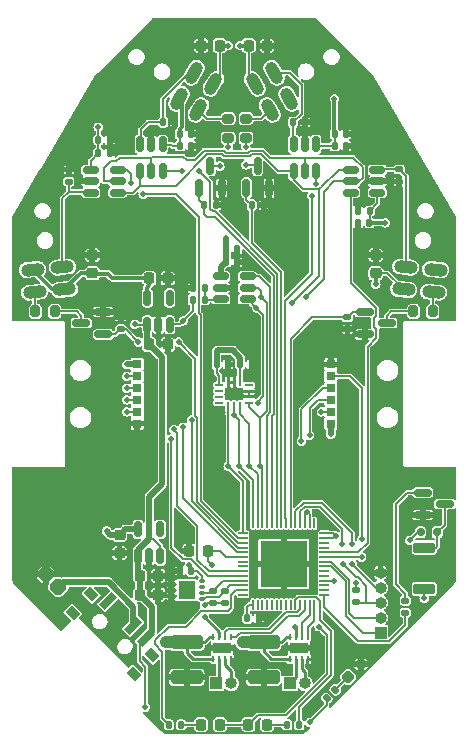
<source format=gbr>
%TF.GenerationSoftware,KiCad,Pcbnew,(7.0.0)*%
%TF.CreationDate,2024-08-06T08:44:49+09:00*%
%TF.ProjectId,extraice,65787472-6169-4636-952e-6b696361645f,rev?*%
%TF.SameCoordinates,Original*%
%TF.FileFunction,Copper,L1,Top*%
%TF.FilePolarity,Positive*%
%FSLAX46Y46*%
G04 Gerber Fmt 4.6, Leading zero omitted, Abs format (unit mm)*
G04 Created by KiCad (PCBNEW (7.0.0)) date 2024-08-06 08:44:49*
%MOMM*%
%LPD*%
G01*
G04 APERTURE LIST*
G04 Aperture macros list*
%AMRoundRect*
0 Rectangle with rounded corners*
0 $1 Rounding radius*
0 $2 $3 $4 $5 $6 $7 $8 $9 X,Y pos of 4 corners*
0 Add a 4 corners polygon primitive as box body*
4,1,4,$2,$3,$4,$5,$6,$7,$8,$9,$2,$3,0*
0 Add four circle primitives for the rounded corners*
1,1,$1+$1,$2,$3*
1,1,$1+$1,$4,$5*
1,1,$1+$1,$6,$7*
1,1,$1+$1,$8,$9*
0 Add four rect primitives between the rounded corners*
20,1,$1+$1,$2,$3,$4,$5,0*
20,1,$1+$1,$4,$5,$6,$7,0*
20,1,$1+$1,$6,$7,$8,$9,0*
20,1,$1+$1,$8,$9,$2,$3,0*%
%AMRotRect*
0 Rectangle, with rotation*
0 The origin of the aperture is its center*
0 $1 length*
0 $2 width*
0 $3 Rotation angle, in degrees counterclockwise*
0 Add horizontal line*
21,1,$1,$2,0,0,$3*%
G04 Aperture macros list end*
%TA.AperFunction,SMDPad,CuDef*%
%ADD10RoundRect,0.150000X0.150000X-0.512500X0.150000X0.512500X-0.150000X0.512500X-0.150000X-0.512500X0*%
%TD*%
%TA.AperFunction,SMDPad,CuDef*%
%ADD11RoundRect,0.135000X0.185000X-0.135000X0.185000X0.135000X-0.185000X0.135000X-0.185000X-0.135000X0*%
%TD*%
%TA.AperFunction,SMDPad,CuDef*%
%ADD12RoundRect,0.225000X-0.225000X-0.250000X0.225000X-0.250000X0.225000X0.250000X-0.225000X0.250000X0*%
%TD*%
%TA.AperFunction,SMDPad,CuDef*%
%ADD13R,0.800000X0.800000*%
%TD*%
%TA.AperFunction,SMDPad,CuDef*%
%ADD14RoundRect,0.150000X-0.587500X-0.150000X0.587500X-0.150000X0.587500X0.150000X-0.587500X0.150000X0*%
%TD*%
%TA.AperFunction,SMDPad,CuDef*%
%ADD15RoundRect,0.140000X0.140000X0.170000X-0.140000X0.170000X-0.140000X-0.170000X0.140000X-0.170000X0*%
%TD*%
%TA.AperFunction,SMDPad,CuDef*%
%ADD16RoundRect,0.075000X-0.175000X-0.075000X0.175000X-0.075000X0.175000X0.075000X-0.175000X0.075000X0*%
%TD*%
%TA.AperFunction,SMDPad,CuDef*%
%ADD17R,1.400000X1.600000*%
%TD*%
%TA.AperFunction,SMDPad,CuDef*%
%ADD18RoundRect,0.225000X0.225000X0.250000X-0.225000X0.250000X-0.225000X-0.250000X0.225000X-0.250000X0*%
%TD*%
%TA.AperFunction,SMDPad,CuDef*%
%ADD19RoundRect,0.150000X0.587500X0.150000X-0.587500X0.150000X-0.587500X-0.150000X0.587500X-0.150000X0*%
%TD*%
%TA.AperFunction,SMDPad,CuDef*%
%ADD20RoundRect,0.140000X-0.140000X-0.170000X0.140000X-0.170000X0.140000X0.170000X-0.140000X0.170000X0*%
%TD*%
%TA.AperFunction,SMDPad,CuDef*%
%ADD21RoundRect,0.135000X-0.135000X-0.185000X0.135000X-0.185000X0.135000X0.185000X-0.135000X0.185000X0*%
%TD*%
%TA.AperFunction,SMDPad,CuDef*%
%ADD22R,0.250000X0.500000*%
%TD*%
%TA.AperFunction,SMDPad,CuDef*%
%ADD23R,1.600000X0.900000*%
%TD*%
%TA.AperFunction,SMDPad,CuDef*%
%ADD24RoundRect,0.150000X0.150000X-0.587500X0.150000X0.587500X-0.150000X0.587500X-0.150000X-0.587500X0*%
%TD*%
%TA.AperFunction,SMDPad,CuDef*%
%ADD25RoundRect,0.050000X-0.050000X0.350000X-0.050000X-0.350000X0.050000X-0.350000X0.050000X0.350000X0*%
%TD*%
%TA.AperFunction,SMDPad,CuDef*%
%ADD26RoundRect,0.050000X-0.350000X0.050000X-0.350000X-0.050000X0.350000X-0.050000X0.350000X0.050000X0*%
%TD*%
%TA.AperFunction,SMDPad,CuDef*%
%ADD27R,4.000000X4.000000*%
%TD*%
%TA.AperFunction,SMDPad,CuDef*%
%ADD28RoundRect,0.135000X-0.035355X0.226274X-0.226274X0.035355X0.035355X-0.226274X0.226274X-0.035355X0*%
%TD*%
%TA.AperFunction,ComponentPad*%
%ADD29RoundRect,0.525000X-0.237500X-0.411362X0.237500X0.411362X0.237500X0.411362X-0.237500X-0.411362X0*%
%TD*%
%TA.AperFunction,SMDPad,CuDef*%
%ADD30RoundRect,0.200000X0.275000X-0.200000X0.275000X0.200000X-0.275000X0.200000X-0.275000X-0.200000X0*%
%TD*%
%TA.AperFunction,SMDPad,CuDef*%
%ADD31RoundRect,0.200000X0.200000X0.275000X-0.200000X0.275000X-0.200000X-0.275000X0.200000X-0.275000X0*%
%TD*%
%TA.AperFunction,SMDPad,CuDef*%
%ADD32RoundRect,0.150000X-0.150000X0.512500X-0.150000X-0.512500X0.150000X-0.512500X0.150000X0.512500X0*%
%TD*%
%TA.AperFunction,ComponentPad*%
%ADD33R,1.000000X1.000000*%
%TD*%
%TA.AperFunction,ComponentPad*%
%ADD34O,1.000000X1.000000*%
%TD*%
%TA.AperFunction,SMDPad,CuDef*%
%ADD35RoundRect,0.150000X0.512500X0.150000X-0.512500X0.150000X-0.512500X-0.150000X0.512500X-0.150000X0*%
%TD*%
%TA.AperFunction,SMDPad,CuDef*%
%ADD36RoundRect,0.225000X-0.250000X0.225000X-0.250000X-0.225000X0.250000X-0.225000X0.250000X0.225000X0*%
%TD*%
%TA.AperFunction,SMDPad,CuDef*%
%ADD37RoundRect,0.200000X-0.200000X-0.275000X0.200000X-0.275000X0.200000X0.275000X-0.200000X0.275000X0*%
%TD*%
%TA.AperFunction,SMDPad,CuDef*%
%ADD38RoundRect,0.218750X0.218750X0.256250X-0.218750X0.256250X-0.218750X-0.256250X0.218750X-0.256250X0*%
%TD*%
%TA.AperFunction,ComponentPad*%
%ADD39RoundRect,0.300000X0.424264X0.000000X0.000000X0.424264X-0.424264X0.000000X0.000000X-0.424264X0*%
%TD*%
%TA.AperFunction,SMDPad,CuDef*%
%ADD40RoundRect,0.135000X-0.185000X0.135000X-0.185000X-0.135000X0.185000X-0.135000X0.185000X0.135000X0*%
%TD*%
%TA.AperFunction,SMDPad,CuDef*%
%ADD41R,0.675000X0.250000*%
%TD*%
%TA.AperFunction,SMDPad,CuDef*%
%ADD42R,0.250000X0.675000*%
%TD*%
%TA.AperFunction,SMDPad,CuDef*%
%ADD43RotRect,1.000000X0.800000X315.000000*%
%TD*%
%TA.AperFunction,SMDPad,CuDef*%
%ADD44RotRect,0.700000X1.500000X315.000000*%
%TD*%
%TA.AperFunction,SMDPad,CuDef*%
%ADD45RoundRect,0.250000X-1.100000X0.325000X-1.100000X-0.325000X1.100000X-0.325000X1.100000X0.325000X0*%
%TD*%
%TA.AperFunction,SMDPad,CuDef*%
%ADD46RoundRect,0.218750X-0.218750X-0.256250X0.218750X-0.256250X0.218750X0.256250X-0.218750X0.256250X0*%
%TD*%
%TA.AperFunction,SMDPad,CuDef*%
%ADD47RoundRect,0.135000X0.135000X0.185000X-0.135000X0.185000X-0.135000X-0.185000X0.135000X-0.185000X0*%
%TD*%
%TA.AperFunction,ComponentPad*%
%ADD48RoundRect,0.525000X-0.473192X0.041399X0.473192X-0.041399X0.473192X-0.041399X-0.473192X0.041399X0*%
%TD*%
%TA.AperFunction,SMDPad,CuDef*%
%ADD49RoundRect,0.150000X0.150000X0.200000X-0.150000X0.200000X-0.150000X-0.200000X0.150000X-0.200000X0*%
%TD*%
%TA.AperFunction,SMDPad,CuDef*%
%ADD50RoundRect,0.150000X-0.512500X-0.150000X0.512500X-0.150000X0.512500X0.150000X-0.512500X0.150000X0*%
%TD*%
%TA.AperFunction,ComponentPad*%
%ADD51RoundRect,0.525000X-0.473192X-0.041399X0.473192X0.041399X0.473192X0.041399X-0.473192X-0.041399X0*%
%TD*%
%TA.AperFunction,SMDPad,CuDef*%
%ADD52RoundRect,0.218750X-0.026517X0.335876X-0.335876X0.026517X0.026517X-0.335876X0.335876X-0.026517X0*%
%TD*%
%TA.AperFunction,ComponentPad*%
%ADD53RoundRect,0.525000X-0.237500X0.411362X0.237500X-0.411362X0.237500X-0.411362X-0.237500X0.411362X0*%
%TD*%
%TA.AperFunction,SMDPad,CuDef*%
%ADD54RoundRect,0.090000X0.810000X-0.360000X0.810000X0.360000X-0.810000X0.360000X-0.810000X-0.360000X0*%
%TD*%
%TA.AperFunction,ViaPad*%
%ADD55C,0.500000*%
%TD*%
%TA.AperFunction,Conductor*%
%ADD56C,0.150000*%
%TD*%
%TA.AperFunction,Conductor*%
%ADD57C,0.500000*%
%TD*%
%TA.AperFunction,Conductor*%
%ADD58C,0.250000*%
%TD*%
%TA.AperFunction,Conductor*%
%ADD59C,1.000000*%
%TD*%
%TA.AperFunction,Conductor*%
%ADD60C,0.300000*%
%TD*%
G04 APERTURE END LIST*
D10*
%TO.P,U17,1,VIN*%
%TO.N,+BATT*%
X132650000Y-94137500D03*
%TO.P,U17,2,GND*%
%TO.N,GND*%
X133600000Y-94137500D03*
%TO.P,U17,3,CE*%
%TO.N,+BATT*%
X134550000Y-94137500D03*
%TO.P,U17,4,NC*%
%TO.N,unconnected-(U17-NC-Pad4)*%
X134550000Y-91862500D03*
%TO.P,U17,5,VOUT*%
%TO.N,/LED_POW*%
X132650000Y-91862500D03*
%TD*%
D11*
%TO.P,R10,1*%
%TO.N,Net-(U4-VIN)*%
X126000000Y-82010000D03*
%TO.P,R10,2*%
%TO.N,GND*%
X126000000Y-80990000D03*
%TD*%
D12*
%TO.P,C18,1*%
%TO.N,GND*%
X137225000Y-70500000D03*
%TO.P,C18,2*%
%TO.N,/LED_POW*%
X138775000Y-70500000D03*
%TD*%
D13*
%TO.P,J9,1,Pin_1*%
%TO.N,+3V0*%
X131799999Y-97499999D03*
%TO.P,J9,2,Pin_2*%
%TO.N,/SPI1_MOSI*%
X131799999Y-98499999D03*
%TO.P,J9,3,Pin_3*%
%TO.N,/SPI1_MISO*%
X131799999Y-99499999D03*
%TO.P,J9,4,Pin_4*%
%TO.N,/SPI1_SCK*%
X131799999Y-100499999D03*
%TO.P,J9,5,Pin_5*%
%TO.N,/CS_ENC_L*%
X131799999Y-101499999D03*
%TO.P,J9,6,Pin_6*%
%TO.N,GND*%
X131799999Y-102499999D03*
%TD*%
D10*
%TO.P,U1,1,VIN*%
%TO.N,+BATT*%
X131850000Y-113737500D03*
%TO.P,U1,2,GND*%
%TO.N,GND*%
X132800000Y-113737500D03*
%TO.P,U1,3,CE*%
%TO.N,+BATT*%
X133750000Y-113737500D03*
%TO.P,U1,4,NC*%
%TO.N,unconnected-(U1-NC-Pad4)*%
X133750000Y-111462500D03*
%TO.P,U1,5,VOUT*%
%TO.N,+3V0*%
X131850000Y-111462500D03*
%TD*%
D14*
%TO.P,Q5,1,G*%
%TO.N,/RF_EN*%
X151062500Y-93050000D03*
%TO.P,Q5,2,S*%
%TO.N,GND*%
X151062500Y-94950000D03*
%TO.P,Q5,3,D*%
%TO.N,Net-(Q5-D)*%
X152937500Y-94000000D03*
%TD*%
D15*
%TO.P,C21,1*%
%TO.N,GND*%
X129480000Y-79600000D03*
%TO.P,C21,2*%
%TO.N,/LED_POW*%
X128520000Y-79600000D03*
%TD*%
D16*
%TO.P,U6,1,A0*%
%TO.N,GND*%
X134700000Y-115850000D03*
%TO.P,U6,2,A1*%
X134700000Y-116350000D03*
%TO.P,U6,3,A2*%
X134700000Y-116850000D03*
%TO.P,U6,4,VSS*%
X134700000Y-117350000D03*
%TO.P,U6,5,SDA*%
%TO.N,/SDA1*%
X137300000Y-117350000D03*
%TO.P,U6,6,SCL*%
%TO.N,/SCL1*%
X137300000Y-116850000D03*
%TO.P,U6,7,WP*%
%TO.N,unconnected-(U6-WP-Pad7)*%
X137300000Y-116350000D03*
%TO.P,U6,8,VDD*%
%TO.N,+3V0*%
X137300000Y-115850000D03*
D17*
%TO.P,U6,EP*%
%TO.N,N/C*%
X135999999Y-116599999D03*
%TD*%
D15*
%TO.P,C25,1*%
%TO.N,/LED_POW*%
X151480000Y-84500000D03*
%TO.P,C25,2*%
%TO.N,GND*%
X150520000Y-84500000D03*
%TD*%
D18*
%TO.P,C3,1*%
%TO.N,GND*%
X134375000Y-95800000D03*
%TO.P,C3,2*%
%TO.N,+BATT*%
X132825000Y-95800000D03*
%TD*%
D19*
%TO.P,Q3,1,G*%
%TO.N,/LF_EN*%
X128937500Y-94950000D03*
%TO.P,Q3,2,S*%
%TO.N,GND*%
X128937500Y-93050000D03*
%TO.P,Q3,3,D*%
%TO.N,Net-(Q3-D)*%
X127062500Y-94000000D03*
%TD*%
D20*
%TO.P,C20,1*%
%TO.N,/LED_POW*%
X128520000Y-78500000D03*
%TO.P,C20,2*%
%TO.N,GND*%
X129480000Y-78500000D03*
%TD*%
D21*
%TO.P,R28,1*%
%TO.N,Net-(U18-VIN)*%
X144990000Y-77000000D03*
%TO.P,R28,2*%
%TO.N,GND*%
X146010000Y-77000000D03*
%TD*%
D15*
%TO.P,C11,1*%
%TO.N,+3V0*%
X136380000Y-115000000D03*
%TO.P,C11,2*%
%TO.N,GND*%
X135420000Y-115000000D03*
%TD*%
D22*
%TO.P,U5,1,VM*%
%TO.N,/V_MOT*%
X138249999Y-122449999D03*
%TO.P,U5,2,OUT1*%
%TO.N,Net-(J5-Pin_1)*%
X138749999Y-122449999D03*
%TO.P,U5,3,OUT2*%
%TO.N,Net-(J5-Pin_2)*%
X139249999Y-122449999D03*
%TO.P,U5,4,GND*%
%TO.N,GND*%
X139749999Y-122449999D03*
%TO.P,U5,5,IN2*%
%TO.N,/CWCCW_L*%
X139749999Y-120549999D03*
%TO.P,U5,6,IN1*%
%TO.N,/PWM_L*%
X139249999Y-120549999D03*
%TO.P,U5,7,~{SLEEP}*%
%TO.N,+3V0*%
X138749999Y-120549999D03*
%TO.P,U5,8,VCC*%
%TO.N,/V_MOT*%
X138249999Y-120549999D03*
D23*
%TO.P,U5,9,GND*%
%TO.N,GND*%
X138999999Y-121499999D03*
%TD*%
D20*
%TO.P,C27,1*%
%TO.N,GND*%
X150500000Y-85500000D03*
%TO.P,C27,2*%
%TO.N,/LED_POW*%
X151460000Y-85500000D03*
%TD*%
D24*
%TO.P,Q2,1,G*%
%TO.N,/RS_EN*%
X141050000Y-82537500D03*
%TO.P,Q2,2,S*%
%TO.N,GND*%
X142950000Y-82537500D03*
%TO.P,Q2,3,D*%
%TO.N,Net-(Q2-D)*%
X142000000Y-80662500D03*
%TD*%
D25*
%TO.P,U3,1,LNA_IN*%
%TO.N,unconnected-(U3-LNA_IN-Pad1)*%
X146800000Y-110950000D03*
%TO.P,U3,2,VDD3P3*%
%TO.N,+3V0*%
X146400000Y-110950000D03*
%TO.P,U3,3,VDD3P3*%
X146000000Y-110950000D03*
%TO.P,U3,4,CHIP_PU*%
%TO.N,/CHIP_PU*%
X145600000Y-110950000D03*
%TO.P,U3,5,GPIO0*%
%TO.N,/GPIO0*%
X145200000Y-110950000D03*
%TO.P,U3,6,GPIO1*%
%TO.N,/RF_EN*%
X144800000Y-110950000D03*
%TO.P,U3,7,GPIO2*%
%TO.N,/CS_RS*%
X144400000Y-110950000D03*
%TO.P,U3,8,GPIO3*%
%TO.N,/RS_EN*%
X144000000Y-110950000D03*
%TO.P,U3,9,GPIO4*%
%TO.N,/CS_LS*%
X143600000Y-110950000D03*
%TO.P,U3,10,GPIO5*%
%TO.N,/LS_EN*%
X143200000Y-110950000D03*
%TO.P,U3,11,GPIO6*%
%TO.N,/CS_BATT*%
X142800000Y-110950000D03*
%TO.P,U3,12,GPIO7*%
%TO.N,/SPI2_MISO*%
X142400000Y-110950000D03*
%TO.P,U3,13,GPIO8*%
%TO.N,/SPI2_MOSI*%
X142000000Y-110950000D03*
%TO.P,U3,14,GPIO9*%
%TO.N,/SPI2_SCK*%
X141600000Y-110950000D03*
D26*
%TO.P,U3,15,GPIO10*%
%TO.N,/CS_IMU*%
X140750000Y-111800000D03*
%TO.P,U3,16,GPIO11*%
%TO.N,/CS_LF*%
X140750000Y-112200000D03*
%TO.P,U3,17,GPIO12*%
%TO.N,/LF_EN*%
X140750000Y-112600000D03*
%TO.P,U3,18,GPIO13*%
%TO.N,/SPI1_MOSI*%
X140750000Y-113000000D03*
%TO.P,U3,19,GPIO14*%
%TO.N,/SPI1_MISO*%
X140750000Y-113400000D03*
%TO.P,U3,20,VDD3P3_RTC*%
%TO.N,+3V0*%
X140750000Y-113800000D03*
%TO.P,U3,21,XTAL_32K_P*%
%TO.N,unconnected-(U3-XTAL_32K_P-Pad21)*%
X140750000Y-114200000D03*
%TO.P,U3,22,XTAL_32K_N*%
%TO.N,unconnected-(U3-XTAL_32K_N-Pad22)*%
X140750000Y-114600000D03*
%TO.P,U3,23,GPIO17*%
%TO.N,/SPI1_SCK*%
X140750000Y-115000000D03*
%TO.P,U3,24,GPIO18*%
%TO.N,/CS_ENC_L*%
X140750000Y-115400000D03*
%TO.P,U3,25,GPIO19*%
%TO.N,/SCL1*%
X140750000Y-115800000D03*
%TO.P,U3,26,GPIO20*%
%TO.N,/SDA1*%
X140750000Y-116200000D03*
%TO.P,U3,27,GPIO21*%
%TO.N,/LED_0*%
X140750000Y-116600000D03*
%TO.P,U3,28,SPICS1*%
%TO.N,unconnected-(U3-SPICS1-Pad28)*%
X140750000Y-117000000D03*
D25*
%TO.P,U3,29,VDD_SPI*%
%TO.N,Net-(U3-VDD_SPI)*%
X141600000Y-117850000D03*
%TO.P,U3,30,SPIHD*%
%TO.N,unconnected-(U3-SPIHD-Pad30)*%
X142000000Y-117850000D03*
%TO.P,U3,31,SPIWP*%
%TO.N,unconnected-(U3-SPIWP-Pad31)*%
X142400000Y-117850000D03*
%TO.P,U3,32,SPICS0*%
%TO.N,unconnected-(U3-SPICS0-Pad32)*%
X142800000Y-117850000D03*
%TO.P,U3,33,SPICLK*%
%TO.N,unconnected-(U3-SPICLK-Pad33)*%
X143200000Y-117850000D03*
%TO.P,U3,34,SPIQ*%
%TO.N,unconnected-(U3-SPIQ-Pad34)*%
X143600000Y-117850000D03*
%TO.P,U3,35,SPID*%
%TO.N,unconnected-(U3-SPID-Pad35)*%
X144000000Y-117850000D03*
%TO.P,U3,36,SPICLK_N*%
%TO.N,unconnected-(U3-SPICLK_N-Pad36)*%
X144400000Y-117850000D03*
%TO.P,U3,37,SPICLK_P*%
%TO.N,unconnected-(U3-SPICLK_P-Pad37)*%
X144800000Y-117850000D03*
%TO.P,U3,38,GPIO33*%
%TO.N,/LED_1*%
X145200000Y-117850000D03*
%TO.P,U3,39,GPIO34*%
%TO.N,/PWM_L*%
X145600000Y-117850000D03*
%TO.P,U3,40,GPIO35*%
%TO.N,/CWCCW_L*%
X146000000Y-117850000D03*
%TO.P,U3,41,GPIO36*%
%TO.N,/PWM_R*%
X146400000Y-117850000D03*
%TO.P,U3,42,GPIO37*%
%TO.N,/CWCCW_R*%
X146800000Y-117850000D03*
D26*
%TO.P,U3,43,GPIO38*%
%TO.N,/BUZZ*%
X147650000Y-117000000D03*
%TO.P,U3,44,MTCK*%
%TO.N,unconnected-(U3-MTCK-Pad44)*%
X147650000Y-116600000D03*
%TO.P,U3,45,MTDO*%
%TO.N,unconnected-(U3-MTDO-Pad45)*%
X147650000Y-116200000D03*
%TO.P,U3,46,VDD3P3_CPU*%
%TO.N,+3V0*%
X147650000Y-115800000D03*
%TO.P,U3,47,MTDI*%
%TO.N,unconnected-(U3-MTDI-Pad47)*%
X147650000Y-115400000D03*
%TO.P,U3,48,MTMS*%
%TO.N,unconnected-(U3-MTMS-Pad48)*%
X147650000Y-115000000D03*
%TO.P,U3,49,U0TXD*%
%TO.N,/TXD*%
X147650000Y-114600000D03*
%TO.P,U3,50,U0RXD*%
%TO.N,/RXD*%
X147650000Y-114200000D03*
%TO.P,U3,51,GPIO45*%
%TO.N,/CS_ENC_R*%
X147650000Y-113800000D03*
%TO.P,U3,52,GPIO46*%
%TO.N,/CS_RF*%
X147650000Y-113400000D03*
%TO.P,U3,53,XTAL_N*%
%TO.N,unconnected-(U3-XTAL_N-Pad53)*%
X147650000Y-113000000D03*
%TO.P,U3,54,XTAL_P*%
%TO.N,unconnected-(U3-XTAL_P-Pad54)*%
X147650000Y-112600000D03*
%TO.P,U3,55,VDDA*%
%TO.N,+3V0*%
X147650000Y-112200000D03*
%TO.P,U3,56,VDDA*%
X147650000Y-111800000D03*
D27*
%TO.P,U3,57,GND*%
%TO.N,GND*%
X144199999Y-114399999D03*
%TD*%
D28*
%TO.P,R2,1*%
%TO.N,Net-(D4-A)*%
X148560624Y-125039376D03*
%TO.P,R2,2*%
%TO.N,+BATT*%
X147839376Y-125760624D03*
%TD*%
D29*
%TO.P,U13,1*%
%TO.N,Net-(U11-VIN)*%
X136600000Y-72800000D03*
%TO.P,U13,2*%
%TO.N,/LED_POW*%
X135330000Y-74999704D03*
%TO.P,U13,3*%
X138249779Y-73752500D03*
%TO.P,U13,4*%
%TO.N,Net-(R6-Pad2)*%
X136979779Y-75952204D03*
%TD*%
D22*
%TO.P,U2,1,VM*%
%TO.N,/V_MOT*%
X144749999Y-122449999D03*
%TO.P,U2,2,OUT1*%
%TO.N,Net-(J4-Pin_1)*%
X145249999Y-122449999D03*
%TO.P,U2,3,OUT2*%
%TO.N,Net-(J4-Pin_2)*%
X145749999Y-122449999D03*
%TO.P,U2,4,GND*%
%TO.N,GND*%
X146249999Y-122449999D03*
%TO.P,U2,5,IN2*%
%TO.N,/CWCCW_R*%
X146249999Y-120549999D03*
%TO.P,U2,6,IN1*%
%TO.N,/PWM_R*%
X145749999Y-120549999D03*
%TO.P,U2,7,~{SLEEP}*%
%TO.N,+3V0*%
X145249999Y-120549999D03*
%TO.P,U2,8,VCC*%
%TO.N,/V_MOT*%
X144749999Y-120549999D03*
D23*
%TO.P,U2,9,GND*%
%TO.N,GND*%
X145499999Y-121499999D03*
%TD*%
D30*
%TO.P,R6,1*%
%TO.N,Net-(Q4-D)*%
X139500000Y-78325000D03*
%TO.P,R6,2*%
%TO.N,Net-(R6-Pad2)*%
X139500000Y-76675000D03*
%TD*%
D20*
%TO.P,C22,1*%
%TO.N,/LED_POW*%
X135420000Y-79000000D03*
%TO.P,C22,2*%
%TO.N,GND*%
X136380000Y-79000000D03*
%TD*%
D11*
%TO.P,R26,1*%
%TO.N,GND*%
X149600000Y-94510000D03*
%TO.P,R26,2*%
%TO.N,/RF_EN*%
X149600000Y-93490000D03*
%TD*%
D31*
%TO.P,R23,1*%
%TO.N,Net-(Q3-D)*%
X124825000Y-93000000D03*
%TO.P,R23,2*%
%TO.N,Net-(R23-Pad2)*%
X123175000Y-93000000D03*
%TD*%
D32*
%TO.P,U18,1,VDD*%
%TO.N,/LED_POW*%
X146950000Y-78862500D03*
%TO.P,U18,2,GND*%
%TO.N,GND*%
X146000000Y-78862500D03*
%TO.P,U18,3,VIN*%
%TO.N,Net-(U18-VIN)*%
X145050000Y-78862500D03*
%TO.P,U18,4,SCLK*%
%TO.N,/SPI2_SCK*%
X145050000Y-81137500D03*
%TO.P,U18,5,SDATA*%
%TO.N,/SPI2_MISO*%
X146000000Y-81137500D03*
%TO.P,U18,6,~CS*%
%TO.N,/CS_RS*%
X146950000Y-81137500D03*
%TD*%
D21*
%TO.P,R4,1*%
%TO.N,Net-(D2-K)*%
X144490000Y-128000000D03*
%TO.P,R4,2*%
%TO.N,/LED_1*%
X145510000Y-128000000D03*
%TD*%
D33*
%TO.P,J4,1,Pin_1*%
%TO.N,Net-(J4-Pin_1)*%
X144729999Y-124499999D03*
D34*
%TO.P,J4,2,Pin_2*%
%TO.N,Net-(J4-Pin_2)*%
X145999999Y-124499999D03*
%TD*%
D35*
%TO.P,U19,1,VDD*%
%TO.N,/LED_POW*%
X152137500Y-82950000D03*
%TO.P,U19,2,GND*%
%TO.N,GND*%
X152137500Y-82000000D03*
%TO.P,U19,3,VIN*%
%TO.N,Net-(U19-VIN)*%
X152137500Y-81050000D03*
%TO.P,U19,4,SCLK*%
%TO.N,/SPI2_SCK*%
X149862500Y-81050000D03*
%TO.P,U19,5,SDATA*%
%TO.N,/SPI2_MISO*%
X149862500Y-82000000D03*
%TO.P,U19,6,~CS*%
%TO.N,/CS_RF*%
X149862500Y-82950000D03*
%TD*%
D12*
%TO.P,C12,1*%
%TO.N,/LED_POW*%
X132825000Y-90200000D03*
%TO.P,C12,2*%
%TO.N,GND*%
X134375000Y-90200000D03*
%TD*%
D36*
%TO.P,C9,1*%
%TO.N,GND*%
X128000000Y-88225000D03*
%TO.P,C9,2*%
%TO.N,/LED_POW*%
X128000000Y-89775000D03*
%TD*%
D37*
%TO.P,R9,1*%
%TO.N,Net-(Q5-D)*%
X155175000Y-93000000D03*
%TO.P,R9,2*%
%TO.N,Net-(R9-Pad2)*%
X156825000Y-93000000D03*
%TD*%
D18*
%TO.P,C7,1*%
%TO.N,GND*%
X142775000Y-70500000D03*
%TO.P,C7,2*%
%TO.N,/LED_POW*%
X141225000Y-70500000D03*
%TD*%
D30*
%TO.P,R8,1*%
%TO.N,Net-(Q2-D)*%
X141000000Y-78325000D03*
%TO.P,R8,2*%
%TO.N,Net-(R8-Pad2)*%
X141000000Y-76675000D03*
%TD*%
D15*
%TO.P,C26,1*%
%TO.N,GND*%
X149480000Y-79000000D03*
%TO.P,C26,2*%
%TO.N,/LED_POW*%
X148520000Y-79000000D03*
%TD*%
D36*
%TO.P,C19,1*%
%TO.N,GND*%
X152000000Y-88225000D03*
%TO.P,C19,2*%
%TO.N,/LED_POW*%
X152000000Y-89775000D03*
%TD*%
D18*
%TO.P,C2,1*%
%TO.N,GND*%
X133575000Y-117000000D03*
%TO.P,C2,2*%
%TO.N,+BATT*%
X132025000Y-117000000D03*
%TD*%
D38*
%TO.P,D2,1,K*%
%TO.N,Net-(D2-K)*%
X142787500Y-128000000D03*
%TO.P,D2,2,A*%
%TO.N,+3V0*%
X141212500Y-128000000D03*
%TD*%
D39*
%TO.P,J1,1,Pin_1*%
%TO.N,GND*%
X124069670Y-115269670D03*
%TO.P,J1,2,Pin_2*%
%TO.N,/V_MOT*%
X125130330Y-116330330D03*
%TD*%
D40*
%TO.P,R24,1*%
%TO.N,GND*%
X130400000Y-93490000D03*
%TO.P,R24,2*%
%TO.N,/LF_EN*%
X130400000Y-94510000D03*
%TD*%
D41*
%TO.P,U9,1,SDO/SA0*%
%TO.N,/SPI2_MISO*%
X141262499Y-100749999D03*
%TO.P,U9,2,SDx*%
%TO.N,GND*%
X141262499Y-100249999D03*
%TO.P,U9,3,SCx*%
X141262499Y-99749999D03*
%TO.P,U9,4,INT1*%
%TO.N,unconnected-(U9-INT1-Pad4)*%
X141262499Y-99249999D03*
D42*
%TO.P,U9,5,Vdd_IO*%
%TO.N,+3V0*%
X140499999Y-98987499D03*
%TO.P,U9,6,GND*%
%TO.N,GND*%
X139999999Y-98987499D03*
%TO.P,U9,7,GND*%
X139499999Y-98987499D03*
D41*
%TO.P,U9,8,Vdd*%
%TO.N,+3V0*%
X138737499Y-99249999D03*
%TO.P,U9,9,INT2*%
%TO.N,unconnected-(U9-INT2-Pad9)*%
X138737499Y-99749999D03*
%TO.P,U9,10,OCS_Aux*%
%TO.N,unconnected-(U9-OCS_Aux-Pad10)*%
X138737499Y-100249999D03*
%TO.P,U9,11,SDO_Aux*%
%TO.N,unconnected-(U9-SDO_Aux-Pad11)*%
X138737499Y-100749999D03*
D42*
%TO.P,U9,12,CS*%
%TO.N,/CS_IMU*%
X139499999Y-101012499D03*
%TO.P,U9,13,SCL*%
%TO.N,/SPI2_SCK*%
X139999999Y-101012499D03*
%TO.P,U9,14,SDA*%
%TO.N,/SPI2_MOSI*%
X140499999Y-101012499D03*
%TD*%
D14*
%TO.P,Q1,1,B*%
%TO.N,Net-(Q1-B)*%
X155962500Y-108350000D03*
%TO.P,Q1,2,E*%
%TO.N,GND*%
X155962500Y-110250000D03*
%TO.P,Q1,3,C*%
%TO.N,Net-(D3-A)*%
X157837500Y-109300000D03*
%TD*%
D32*
%TO.P,U11,1,VDD*%
%TO.N,/LED_POW*%
X133950000Y-78862500D03*
%TO.P,U11,2,GND*%
%TO.N,GND*%
X133000000Y-78862500D03*
%TO.P,U11,3,VIN*%
%TO.N,Net-(U11-VIN)*%
X132050000Y-78862500D03*
%TO.P,U11,4,SCLK*%
%TO.N,/SPI2_SCK*%
X132050000Y-81137500D03*
%TO.P,U11,5,SDATA*%
%TO.N,/SPI2_MISO*%
X133000000Y-81137500D03*
%TO.P,U11,6,~CS*%
%TO.N,/CS_LS*%
X133950000Y-81137500D03*
%TD*%
D40*
%TO.P,R18,1*%
%TO.N,/SDA1*%
X139200000Y-116690000D03*
%TO.P,R18,2*%
%TO.N,+3V0*%
X139200000Y-117710000D03*
%TD*%
D20*
%TO.P,C28,1*%
%TO.N,+3V0*%
X139320000Y-87700000D03*
%TO.P,C28,2*%
%TO.N,GND*%
X140280000Y-87700000D03*
%TD*%
D21*
%TO.P,R5,1*%
%TO.N,GND*%
X136490000Y-91000000D03*
%TO.P,R5,2*%
%TO.N,Net-(U10-VIN)*%
X137510000Y-91000000D03*
%TD*%
D43*
%TO.P,SW1,*%
%TO.N,*%
X127900826Y-116967516D03*
X126338120Y-118530222D03*
X133062705Y-122129395D03*
X131499999Y-123692101D03*
D44*
%TO.P,SW1,1,A*%
%TO.N,unconnected-(SW1-A-Pad1)*%
X129350394Y-117497846D03*
%TO.P,SW1,2,B*%
%TO.N,/V_MOT*%
X131471715Y-119619166D03*
%TO.P,SW1,3,C*%
%TO.N,+BATT*%
X132532375Y-120679827D03*
%TD*%
D11*
%TO.P,R14,1*%
%TO.N,/CHIP_PU*%
X150300000Y-117610000D03*
%TO.P,R14,2*%
%TO.N,+3V0*%
X150300000Y-116590000D03*
%TD*%
D45*
%TO.P,C8,1*%
%TO.N,/V_MOT*%
X136000000Y-121025000D03*
%TO.P,C8,2*%
%TO.N,GND*%
X136000000Y-123975000D03*
%TD*%
D20*
%TO.P,C16,1*%
%TO.N,+3V0*%
X138520000Y-97500000D03*
%TO.P,C16,2*%
%TO.N,GND*%
X139480000Y-97500000D03*
%TD*%
D18*
%TO.P,C1,1*%
%TO.N,GND*%
X133575000Y-115400000D03*
%TO.P,C1,2*%
%TO.N,+BATT*%
X132025000Y-115400000D03*
%TD*%
D15*
%TO.P,C29,1*%
%TO.N,GND*%
X140280000Y-88800000D03*
%TO.P,C29,2*%
%TO.N,+3V0*%
X139320000Y-88800000D03*
%TD*%
D33*
%TO.P,J5,1,Pin_1*%
%TO.N,Net-(J5-Pin_1)*%
X138499999Y-124499999D03*
D34*
%TO.P,J5,2,Pin_2*%
%TO.N,Net-(J5-Pin_2)*%
X139769999Y-124499999D03*
%TD*%
D15*
%TO.P,C23,1*%
%TO.N,GND*%
X136380000Y-78000000D03*
%TO.P,C23,2*%
%TO.N,/LED_POW*%
X135420000Y-78000000D03*
%TD*%
D46*
%TO.P,D1,1,K*%
%TO.N,Net-(D1-K)*%
X137212500Y-128000000D03*
%TO.P,D1,2,A*%
%TO.N,+3V0*%
X138787500Y-128000000D03*
%TD*%
D47*
%TO.P,R3,2*%
%TO.N,+BATT*%
X136490000Y-92000000D03*
%TO.P,R3,1*%
%TO.N,Net-(U10-VIN)*%
X137510000Y-92000000D03*
%TD*%
D20*
%TO.P,C10,1*%
%TO.N,Net-(U3-VDD_SPI)*%
X141120000Y-119000000D03*
%TO.P,C10,2*%
%TO.N,GND*%
X142080000Y-119000000D03*
%TD*%
D48*
%TO.P,U15,1*%
%TO.N,Net-(U19-VIN)*%
X154528274Y-89250293D03*
%TO.P,U15,2*%
%TO.N,/LED_POW*%
X157058608Y-89471669D03*
%TO.P,U15,3*%
X154362242Y-91148044D03*
%TO.P,U15,4*%
%TO.N,Net-(R9-Pad2)*%
X156892577Y-91369420D03*
%TD*%
D49*
%TO.P,D3,1,K*%
%TO.N,+3V0*%
X155800000Y-111700000D03*
%TO.P,D3,2,A*%
%TO.N,Net-(D3-A)*%
X157200000Y-111700000D03*
%TD*%
D47*
%TO.P,R1,1*%
%TO.N,Net-(D1-K)*%
X135510000Y-128000000D03*
%TO.P,R1,2*%
%TO.N,/LED_0*%
X134490000Y-128000000D03*
%TD*%
%TO.P,R16,1*%
%TO.N,GND*%
X138510000Y-84000000D03*
%TO.P,R16,2*%
%TO.N,/LS_EN*%
X137490000Y-84000000D03*
%TD*%
D36*
%TO.P,C4,1*%
%TO.N,+3V0*%
X130300000Y-111925000D03*
%TO.P,C4,2*%
%TO.N,GND*%
X130300000Y-113475000D03*
%TD*%
D50*
%TO.P,U10,1,VDD*%
%TO.N,+3V0*%
X138862500Y-90050000D03*
%TO.P,U10,2,GND*%
%TO.N,GND*%
X138862500Y-91000000D03*
%TO.P,U10,3,VIN*%
%TO.N,Net-(U10-VIN)*%
X138862500Y-91950000D03*
%TO.P,U10,4,SCLK*%
%TO.N,/SPI2_SCK*%
X141137500Y-91950000D03*
%TO.P,U10,5,SDATA*%
%TO.N,/SPI2_MISO*%
X141137500Y-91000000D03*
%TO.P,U10,6,~CS*%
%TO.N,/CS_BATT*%
X141137500Y-90050000D03*
%TD*%
D24*
%TO.P,Q4,1,G*%
%TO.N,/LS_EN*%
X137050000Y-82537500D03*
%TO.P,Q4,2,S*%
%TO.N,GND*%
X138950000Y-82537500D03*
%TO.P,Q4,3,D*%
%TO.N,Net-(Q4-D)*%
X138000000Y-80662500D03*
%TD*%
D21*
%TO.P,R27,1*%
%TO.N,Net-(U11-VIN)*%
X133990000Y-77000000D03*
%TO.P,R27,2*%
%TO.N,GND*%
X135010000Y-77000000D03*
%TD*%
D51*
%TO.P,U12,1*%
%TO.N,Net-(U4-VIN)*%
X125471726Y-89250293D03*
%TO.P,U12,2*%
%TO.N,/LED_POW*%
X122941392Y-89471669D03*
%TO.P,U12,3*%
X125637758Y-91148044D03*
%TO.P,U12,4*%
%TO.N,Net-(R23-Pad2)*%
X123107423Y-91369420D03*
%TD*%
D45*
%TO.P,C5,1*%
%TO.N,/V_MOT*%
X142500000Y-121025000D03*
%TO.P,C5,2*%
%TO.N,GND*%
X142500000Y-123975000D03*
%TD*%
D40*
%TO.P,R17,1*%
%TO.N,/SCL1*%
X138200000Y-116690000D03*
%TO.P,R17,2*%
%TO.N,+3V0*%
X138200000Y-117710000D03*
%TD*%
D50*
%TO.P,U4,1,VDD*%
%TO.N,/LED_POW*%
X127862500Y-81050000D03*
%TO.P,U4,2,GND*%
%TO.N,GND*%
X127862500Y-82000000D03*
%TO.P,U4,3,VIN*%
%TO.N,Net-(U4-VIN)*%
X127862500Y-82950000D03*
%TO.P,U4,4,SCLK*%
%TO.N,/SPI2_SCK*%
X130137500Y-82950000D03*
%TO.P,U4,5,SDATA*%
%TO.N,/SPI2_MISO*%
X130137500Y-82000000D03*
%TO.P,U4,6,~CS*%
%TO.N,/CS_LF*%
X130137500Y-81050000D03*
%TD*%
D12*
%TO.P,C6,1*%
%TO.N,GND*%
X136200000Y-113300000D03*
%TO.P,C6,2*%
%TO.N,+3V0*%
X137750000Y-113300000D03*
%TD*%
D13*
%TO.P,J7,1,Pin_1*%
%TO.N,+3V0*%
X148199999Y-102499999D03*
%TO.P,J7,2,Pin_2*%
%TO.N,/SPI1_MOSI*%
X148199999Y-101499999D03*
%TO.P,J7,3,Pin_3*%
%TO.N,/SPI1_MISO*%
X148199999Y-100499999D03*
%TO.P,J7,4,Pin_4*%
%TO.N,/SPI1_SCK*%
X148199999Y-99499999D03*
%TO.P,J7,5,Pin_5*%
%TO.N,/CS_ENC_R*%
X148199999Y-98499999D03*
%TO.P,J7,6,Pin_6*%
%TO.N,GND*%
X148199999Y-97499999D03*
%TD*%
D11*
%TO.P,R7,1*%
%TO.N,/BUZZ*%
X154500000Y-118510000D03*
%TO.P,R7,2*%
%TO.N,Net-(Q1-B)*%
X154500000Y-117490000D03*
%TD*%
D47*
%TO.P,R22,1*%
%TO.N,GND*%
X142510000Y-84000000D03*
%TO.P,R22,2*%
%TO.N,/RS_EN*%
X141490000Y-84000000D03*
%TD*%
D40*
%TO.P,R29,1*%
%TO.N,Net-(U19-VIN)*%
X154000000Y-80990000D03*
%TO.P,R29,2*%
%TO.N,GND*%
X154000000Y-82010000D03*
%TD*%
D52*
%TO.P,D4,1,K*%
%TO.N,GND*%
X150756847Y-122843153D03*
%TO.P,D4,2,A*%
%TO.N,Net-(D4-A)*%
X149643153Y-123956847D03*
%TD*%
D20*
%TO.P,C15,1*%
%TO.N,+3V0*%
X140520000Y-97500000D03*
%TO.P,C15,2*%
%TO.N,GND*%
X141480000Y-97500000D03*
%TD*%
%TO.P,C24,1*%
%TO.N,/LED_POW*%
X148520000Y-78000000D03*
%TO.P,C24,2*%
%TO.N,GND*%
X149480000Y-78000000D03*
%TD*%
D53*
%TO.P,U14,1*%
%TO.N,Net-(U18-VIN)*%
X143400000Y-72800000D03*
%TO.P,U14,2*%
%TO.N,/LED_POW*%
X144670000Y-74999704D03*
%TO.P,U14,3*%
X141750221Y-73752500D03*
%TO.P,U14,4*%
%TO.N,Net-(R8-Pad2)*%
X143020221Y-75952204D03*
%TD*%
D33*
%TO.P,J3,1,Pin_1*%
%TO.N,/TXD*%
X152399999Y-120209999D03*
D34*
%TO.P,J3,2,Pin_2*%
%TO.N,/RXD*%
X152399999Y-118939999D03*
%TO.P,J3,3,Pin_3*%
%TO.N,/CHIP_PU*%
X152399999Y-117669999D03*
%TO.P,J3,4,Pin_4*%
%TO.N,/GPIO0*%
X152399999Y-116399999D03*
%TO.P,J3,5,Pin_5*%
%TO.N,GND*%
X152399999Y-115129999D03*
%TD*%
D54*
%TO.P,LS1,1,1*%
%TO.N,+3V0*%
X156100000Y-116500000D03*
%TO.P,LS1,2,2*%
%TO.N,Net-(D3-A)*%
X156100000Y-113000000D03*
%TD*%
D55*
%TO.N,GND*%
X154500000Y-113500000D03*
X154500000Y-115500000D03*
X158500000Y-115500000D03*
X155500000Y-107000000D03*
X158000000Y-107000000D03*
X153000000Y-77000000D03*
X151500000Y-75500000D03*
X150000000Y-74000000D03*
X128000000Y-114500000D03*
X126500000Y-112500000D03*
X124000000Y-112500000D03*
X124000000Y-110500000D03*
X124000000Y-108500000D03*
X152500000Y-112500000D03*
X152500000Y-111500000D03*
X147500000Y-107500000D03*
X146000000Y-107500000D03*
X146500000Y-95500000D03*
X146500000Y-97000000D03*
X146500000Y-98500000D03*
X143500000Y-87500000D03*
X143500000Y-85500000D03*
X145000000Y-85500000D03*
X145000000Y-87500000D03*
X145000000Y-89500000D03*
X135900000Y-118950000D03*
X134650000Y-114100000D03*
%TO.N,+BATT*%
X135700000Y-93800000D03*
X131600000Y-94100000D03*
%TO.N,GND*%
X135400000Y-96700000D03*
X136600000Y-93800000D03*
X136300000Y-95700000D03*
X131000000Y-96000000D03*
X129000000Y-91000000D03*
X130000000Y-74000000D03*
X128000000Y-76000000D03*
X127000000Y-86000000D03*
X130000000Y-89000000D03*
X130000000Y-86000000D03*
X133000000Y-86000000D03*
X136000000Y-89000000D03*
X136000000Y-86000000D03*
X153000000Y-92300000D03*
X155900000Y-109300000D03*
X143100000Y-84300000D03*
X140000000Y-109300000D03*
X136400000Y-79700000D03*
X150800000Y-94100000D03*
X146000000Y-77800000D03*
X130200000Y-78500000D03*
X140300000Y-118300000D03*
X135500000Y-125200000D03*
X126719500Y-82000000D03*
X136300000Y-77300000D03*
X148200000Y-96500000D03*
X140500000Y-122000000D03*
X152800000Y-95000000D03*
X129200000Y-105800000D03*
X149300000Y-121000000D03*
X133000000Y-77800000D03*
X153800000Y-92300000D03*
X141400000Y-96700000D03*
X139700000Y-98200000D03*
X131600000Y-106800000D03*
X130300000Y-114300000D03*
X141700000Y-114400000D03*
X150500000Y-86300000D03*
X130200000Y-79500000D03*
X144100000Y-121800000D03*
X153200000Y-82000000D03*
X140100000Y-95000000D03*
X143600000Y-125200000D03*
X140500000Y-122800000D03*
X140100000Y-94000000D03*
X142000000Y-100000000D03*
X129200000Y-106800000D03*
X135200000Y-119100000D03*
X142800000Y-125200000D03*
X139300000Y-84000000D03*
X129200000Y-107800000D03*
X142000000Y-125200000D03*
X136200000Y-112500000D03*
X129200000Y-108800000D03*
X149500000Y-77200000D03*
X146800000Y-114400000D03*
X136300000Y-125200000D03*
X152900000Y-88200000D03*
X135000000Y-76400000D03*
X134100000Y-116200000D03*
X146300000Y-76200000D03*
X149600000Y-95300000D03*
X134700000Y-125200000D03*
X140000000Y-110700000D03*
X131600000Y-108800000D03*
X158400000Y-93400000D03*
X139800000Y-82900000D03*
X147100000Y-121600000D03*
X153800000Y-95000000D03*
X121600000Y-93400000D03*
X131600000Y-107800000D03*
X131600000Y-109800000D03*
X144200000Y-117000000D03*
X140800000Y-94500000D03*
X144200000Y-111800000D03*
X150500000Y-83800000D03*
X137700000Y-98800000D03*
X138800000Y-109300000D03*
X130900000Y-102500000D03*
X151700000Y-121900000D03*
X126700000Y-80400000D03*
X137800000Y-94500000D03*
X137700000Y-100000000D03*
X150700000Y-79800000D03*
X147100000Y-120800000D03*
X141200000Y-125200000D03*
X137700000Y-101200000D03*
X138500000Y-95000000D03*
X154000000Y-82900000D03*
X138500000Y-94000000D03*
X143800000Y-82700000D03*
X147100000Y-122400000D03*
X134600000Y-115000000D03*
X137100000Y-125200000D03*
%TO.N,+3V0*%
X150300000Y-116000000D03*
X148500000Y-115800000D03*
X137500000Y-117900000D03*
X147200000Y-119700000D03*
X148200000Y-103400000D03*
X138100000Y-114500000D03*
X139300000Y-86800000D03*
X154873113Y-112383454D03*
X148600000Y-112000000D03*
X130900000Y-97500000D03*
X145200000Y-119700000D03*
X136200000Y-114500000D03*
X156100000Y-117300000D03*
X129200000Y-111600000D03*
X137500000Y-118900000D03*
X146200000Y-110000000D03*
X138600000Y-96300000D03*
%TO.N,/LF_EN*%
X131900000Y-95600000D03*
X135300000Y-95600000D03*
%TO.N,+BATT*%
X146400000Y-127800000D03*
X132500000Y-126500000D03*
%TO.N,Net-(Q4-D)*%
X138800000Y-80700000D03*
X139500000Y-79100000D03*
%TO.N,/CHIP_PU*%
X149211195Y-114388805D03*
X149178878Y-112725999D03*
%TO.N,/GPIO0*%
X149987746Y-112725999D03*
X150000000Y-114400000D03*
%TO.N,/SPI2_MISO*%
X146100000Y-91800000D03*
X142300000Y-91800000D03*
X142200000Y-106100000D03*
%TO.N,/CS_IMU*%
X139500000Y-106100000D03*
%TO.N,/SPI2_SCK*%
X140000000Y-101800000D03*
X141893750Y-92706250D03*
X140400000Y-106100000D03*
X144900000Y-92300000D03*
X142025999Y-100785095D03*
%TO.N,/SPI2_MOSI*%
X141300000Y-106100000D03*
%TO.N,/SPI1_MISO*%
X146400000Y-103500000D03*
X130900000Y-99500000D03*
X135700000Y-102800000D03*
%TO.N,/SPI1_MOSI*%
X136400000Y-102200000D03*
X130900000Y-98500000D03*
X147400000Y-101500000D03*
%TO.N,/CS_ENC_L*%
X134700000Y-103800000D03*
X130900000Y-101500000D03*
%TO.N,/SPI1_SCK*%
X134900000Y-103000000D03*
X130900000Y-100500000D03*
X145700000Y-104000000D03*
%TO.N,Net-(Q2-D)*%
X141000000Y-80600000D03*
X141000000Y-79100000D03*
%TO.N,/CS_ENC_R*%
X150800000Y-112300000D03*
X150800000Y-113800000D03*
%TO.N,/CS_LF*%
X132300000Y-83100000D03*
X131300000Y-82100000D03*
%TO.N,/V_MOT*%
X140700000Y-121000000D03*
X134200000Y-121000000D03*
%TO.N,/CS_LS*%
X137000000Y-81100000D03*
X135600000Y-81100000D03*
%TO.N,/CS_RS*%
X146600000Y-83200000D03*
X146900000Y-82200000D03*
%TO.N,/LED_POW*%
X148500000Y-74999704D03*
X128500000Y-77400000D03*
X139500000Y-70500000D03*
X152000000Y-90700000D03*
X152800000Y-85500000D03*
X140500000Y-70500000D03*
%TD*%
D56*
%TO.N,/SPI1_MISO*%
X140750000Y-113400000D02*
X140286887Y-113400000D01*
X140286887Y-113400000D02*
X135700000Y-108813113D01*
X135700000Y-108813113D02*
X135700000Y-102800000D01*
%TO.N,/SPI1_MOSI*%
X136400000Y-109089555D02*
X136400000Y-102200000D01*
X140310445Y-113000000D02*
X136400000Y-109089555D01*
X140750000Y-113000000D02*
X140310445Y-113000000D01*
%TO.N,/LF_EN*%
X140750000Y-112600000D02*
X140334003Y-112600000D01*
X140334003Y-112600000D02*
X136874500Y-109140497D01*
X136700000Y-97000000D02*
X135300000Y-95600000D01*
X136874500Y-102003455D02*
X136700000Y-101828955D01*
X136874500Y-109140497D02*
X136874500Y-102003455D01*
X136700000Y-101828955D02*
X136700000Y-97000000D01*
%TO.N,/CS_LF*%
X137174001Y-93346406D02*
X137000000Y-93172405D01*
X140357561Y-112200000D02*
X137174001Y-109016440D01*
X140750000Y-112200000D02*
X140357561Y-112200000D01*
X135100000Y-83100000D02*
X132300000Y-83100000D01*
X137000000Y-85000000D02*
X135100000Y-83100000D01*
X137174001Y-109016440D02*
X137174001Y-93346406D01*
X137000000Y-93172405D02*
X137000000Y-85000000D01*
%TO.N,/SPI1_SCK*%
X140750000Y-115000000D02*
X137863604Y-115000000D01*
X137863604Y-115000000D02*
X136900000Y-114036396D01*
X136900000Y-114036396D02*
X136900000Y-111200000D01*
X136900000Y-111200000D02*
X135200000Y-109500000D01*
X135200000Y-109500000D02*
X135200000Y-103300000D01*
X135200000Y-103300000D02*
X134900000Y-103000000D01*
%TO.N,/CWCCW_L*%
X140499695Y-120225000D02*
X140174695Y-120550000D01*
X140174695Y-120550000D02*
X139750000Y-120550000D01*
X144549264Y-118775000D02*
X143099264Y-120225000D01*
X145488173Y-118775000D02*
X144549264Y-118775000D01*
X143099264Y-120225000D02*
X140499695Y-120225000D01*
X146000000Y-117850000D02*
X146000000Y-118263173D01*
X146000000Y-118263173D02*
X145488173Y-118775000D01*
%TO.N,+BATT*%
X136490000Y-93010000D02*
X136490000Y-92000000D01*
X135700000Y-93800000D02*
X136490000Y-93010000D01*
X135400000Y-94100000D02*
X134587500Y-94100000D01*
X134587500Y-94100000D02*
X134550000Y-94137500D01*
X135700000Y-93800000D02*
X135400000Y-94100000D01*
X131637500Y-94137500D02*
X131600000Y-94100000D01*
X132650000Y-94137500D02*
X131637500Y-94137500D01*
%TO.N,Net-(U19-VIN)*%
X154545000Y-81535000D02*
X154000000Y-80990000D01*
X154545000Y-89233567D02*
X154545000Y-81535000D01*
X154528274Y-89250293D02*
X154545000Y-89233567D01*
%TO.N,GND*%
X150500000Y-85500000D02*
X150500000Y-86300000D01*
X135010000Y-76410000D02*
X135000000Y-76400000D01*
X146000000Y-78862500D02*
X146000000Y-77800000D01*
X134700000Y-115850000D02*
X134700000Y-117350000D01*
X151062500Y-94950000D02*
X151062500Y-94362500D01*
X139500000Y-98987500D02*
X139500000Y-98400000D01*
X136380000Y-78000000D02*
X136380000Y-77380000D01*
X138950000Y-82537500D02*
X139437500Y-82537500D01*
X129480000Y-79600000D02*
X130100000Y-79600000D01*
X154000000Y-82010000D02*
X154000000Y-82900000D01*
X152137500Y-82000000D02*
X153200000Y-82000000D01*
X130100000Y-79600000D02*
X130200000Y-79500000D01*
X126000000Y-80990000D02*
X126110000Y-80990000D01*
X149480000Y-78000000D02*
X149480000Y-77220000D01*
X143637500Y-82537500D02*
X143800000Y-82700000D01*
X152875000Y-88225000D02*
X152900000Y-88200000D01*
X141262500Y-100250000D02*
X141750000Y-100250000D01*
X134200000Y-115400000D02*
X134600000Y-115000000D01*
X138510000Y-84000000D02*
X139300000Y-84000000D01*
X142950000Y-82537500D02*
X143637500Y-82537500D01*
X151062500Y-94362500D02*
X150800000Y-94100000D01*
X146010000Y-77000000D02*
X146010000Y-76490000D01*
X149600000Y-94510000D02*
X149600000Y-95300000D01*
X141480000Y-97500000D02*
X141480000Y-96780000D01*
X142800000Y-84000000D02*
X143100000Y-84300000D01*
X149480000Y-78000000D02*
X149500000Y-78000000D01*
X141750000Y-100250000D02*
X142000000Y-100000000D01*
X146010000Y-76490000D02*
X146300000Y-76200000D01*
X135010000Y-77000000D02*
X135010000Y-76410000D01*
X149900000Y-79000000D02*
X150700000Y-79800000D01*
X136380000Y-79680000D02*
X136400000Y-79700000D01*
X129480000Y-78500000D02*
X130200000Y-78500000D01*
X141262500Y-99750000D02*
X141750000Y-99750000D01*
X150520000Y-83820000D02*
X150500000Y-83800000D01*
X133000000Y-78862500D02*
X133000000Y-77800000D01*
X139500000Y-98400000D02*
X139700000Y-98200000D01*
X142510000Y-84000000D02*
X142800000Y-84000000D01*
X127862500Y-82000000D02*
X126719500Y-82000000D01*
X150520000Y-84500000D02*
X150520000Y-83820000D01*
X133575000Y-115400000D02*
X134200000Y-115400000D01*
X148200000Y-97500000D02*
X148200000Y-96500000D01*
X149480000Y-77220000D02*
X149500000Y-77200000D01*
X136380000Y-79000000D02*
X136380000Y-79680000D01*
X139437500Y-82537500D02*
X139800000Y-82900000D01*
X141750000Y-99750000D02*
X142000000Y-100000000D01*
X152000000Y-88225000D02*
X152875000Y-88225000D01*
X136380000Y-77380000D02*
X136300000Y-77300000D01*
X126110000Y-80990000D02*
X126700000Y-80400000D01*
X141480000Y-96780000D02*
X141400000Y-96700000D01*
X131800000Y-102500000D02*
X130900000Y-102500000D01*
X136200000Y-113300000D02*
X136200000Y-112500000D01*
X149480000Y-79000000D02*
X149900000Y-79000000D01*
%TO.N,+3V0*%
X146400000Y-110200000D02*
X146200000Y-110000000D01*
X146000000Y-110200000D02*
X146200000Y-110000000D01*
X155800000Y-111700000D02*
X155556567Y-111700000D01*
D57*
X138862500Y-90050000D02*
X138862500Y-89257500D01*
D56*
X138520000Y-98220000D02*
X138520000Y-97500000D01*
X138787500Y-128000000D02*
X140000000Y-128000000D01*
X155556567Y-111700000D02*
X154873113Y-112383454D01*
X138737500Y-98437500D02*
X138520000Y-98220000D01*
X141212500Y-128000000D02*
X142012500Y-127200000D01*
X148400000Y-112200000D02*
X148600000Y-112000000D01*
D57*
X131800000Y-97500000D02*
X130900000Y-97500000D01*
D56*
X137690000Y-117710000D02*
X137500000Y-117900000D01*
D57*
X131850000Y-111462500D02*
X130762500Y-111462500D01*
D56*
X138200000Y-117710000D02*
X137690000Y-117710000D01*
X139300000Y-113800000D02*
X140750000Y-113800000D01*
X148400000Y-111800000D02*
X148600000Y-112000000D01*
X140000000Y-128000000D02*
X141212500Y-128000000D01*
X142012500Y-127200000D02*
X144400000Y-127200000D01*
X140500000Y-97520000D02*
X140520000Y-97500000D01*
D57*
X138862500Y-89257500D02*
X139320000Y-88800000D01*
D56*
X150300000Y-116590000D02*
X150300000Y-116000000D01*
X156100000Y-116500000D02*
X156100000Y-117300000D01*
D57*
X139300000Y-87680000D02*
X139320000Y-87700000D01*
X148200000Y-103400000D02*
X148200000Y-102500000D01*
X138520000Y-96380000D02*
X138600000Y-96300000D01*
X129525000Y-111925000D02*
X129200000Y-111600000D01*
X139900000Y-96300000D02*
X138600000Y-96300000D01*
D56*
X137750000Y-113300000D02*
X138800000Y-113300000D01*
X146400000Y-110950000D02*
X146400000Y-110200000D01*
X137300000Y-115400000D02*
X136900000Y-115000000D01*
X140500000Y-98987500D02*
X140500000Y-97520000D01*
X144400000Y-127200000D02*
X147900000Y-123700000D01*
X136900000Y-115000000D02*
X136380000Y-115000000D01*
X139200000Y-117710000D02*
X138200000Y-117710000D01*
X146000000Y-110950000D02*
X146000000Y-110200000D01*
X147900000Y-120400000D02*
X147200000Y-119700000D01*
D58*
X138750000Y-120150000D02*
X137500000Y-118900000D01*
D57*
X139320000Y-87700000D02*
X139320000Y-88800000D01*
D56*
X137300000Y-115850000D02*
X137300000Y-115400000D01*
X136380000Y-115000000D02*
X136380000Y-114680000D01*
X147900000Y-123700000D02*
X147900000Y-120400000D01*
D57*
X130762500Y-111462500D02*
X130300000Y-111925000D01*
D56*
X147650000Y-112200000D02*
X148400000Y-112200000D01*
D57*
X130300000Y-111925000D02*
X129525000Y-111925000D01*
X139300000Y-86800000D02*
X139300000Y-87680000D01*
D56*
X138800000Y-113300000D02*
X139300000Y-113800000D01*
X138737500Y-99250000D02*
X138737500Y-98437500D01*
X137750000Y-114150000D02*
X138100000Y-114500000D01*
X136380000Y-114680000D02*
X136200000Y-114500000D01*
D58*
X138750000Y-120550000D02*
X138750000Y-120150000D01*
X145250000Y-120550000D02*
X145250000Y-119750000D01*
D56*
X147650000Y-115800000D02*
X148500000Y-115800000D01*
X137750000Y-113300000D02*
X137750000Y-114150000D01*
D57*
X140520000Y-96920000D02*
X139900000Y-96300000D01*
D58*
X145250000Y-119750000D02*
X145200000Y-119700000D01*
D56*
X147650000Y-111800000D02*
X148400000Y-111800000D01*
D57*
X138520000Y-97500000D02*
X138520000Y-96380000D01*
X140520000Y-97500000D02*
X140520000Y-96920000D01*
D56*
%TO.N,Net-(Q5-D)*%
X153300000Y-93000000D02*
X152937500Y-93362500D01*
X155175000Y-93000000D02*
X153300000Y-93000000D01*
X152937500Y-93362500D02*
X152937500Y-94000000D01*
%TO.N,Net-(R6-Pad2)*%
X137702575Y-76675000D02*
X139500000Y-76675000D01*
X136979779Y-75952204D02*
X137702575Y-76675000D01*
%TO.N,Net-(U10-VIN)*%
X137510000Y-92000000D02*
X138812500Y-92000000D01*
X138812500Y-92000000D02*
X138862500Y-91950000D01*
X137510000Y-92000000D02*
X137510000Y-91000000D01*
%TO.N,/RS_EN*%
X141050000Y-82537500D02*
X141050000Y-83560000D01*
X144000000Y-110950000D02*
X144000000Y-89700000D01*
X141050000Y-83560000D02*
X141490000Y-84000000D01*
X141490000Y-87190000D02*
X141490000Y-84000000D01*
X144000000Y-89700000D02*
X141490000Y-87190000D01*
%TO.N,/LF_EN*%
X130810000Y-94510000D02*
X130400000Y-94510000D01*
X129960000Y-94950000D02*
X128937500Y-94950000D01*
X131900000Y-95600000D02*
X130810000Y-94510000D01*
X130400000Y-94510000D02*
X129960000Y-94950000D01*
%TO.N,Net-(U4-VIN)*%
X127862500Y-82950000D02*
X127812500Y-82900000D01*
X127812500Y-82900000D02*
X126000000Y-82900000D01*
X125471726Y-83428274D02*
X126000000Y-82900000D01*
X126000000Y-82900000D02*
X126000000Y-82010000D01*
X125471726Y-89250293D02*
X125471726Y-83428274D01*
%TO.N,/BUZZ*%
X153125000Y-120935000D02*
X150511442Y-120935000D01*
X150511442Y-120935000D02*
X147650000Y-118073558D01*
X147650000Y-118073558D02*
X147650000Y-117000000D01*
X154500000Y-118510000D02*
X154500000Y-119560000D01*
X154500000Y-119560000D02*
X153125000Y-120935000D01*
%TO.N,+BATT*%
X132000000Y-121212204D02*
X132532376Y-120679828D01*
X133172183Y-112272183D02*
X132825000Y-112272183D01*
X132000000Y-122600000D02*
X132000000Y-121212204D01*
D57*
X132825000Y-108703954D02*
X132825000Y-112272183D01*
X132825000Y-112272183D02*
X131850000Y-113247183D01*
X133925499Y-96900499D02*
X133925499Y-107603455D01*
X131850000Y-115225000D02*
X132025000Y-115400000D01*
X131850000Y-113247183D02*
X131850000Y-113737500D01*
X132532376Y-120679828D02*
X133062706Y-120149498D01*
X132650000Y-94137500D02*
X132650000Y-95625000D01*
X132650000Y-95625000D02*
X132825000Y-95800000D01*
D56*
X132500000Y-123100000D02*
X132000000Y-122600000D01*
X147839376Y-126360624D02*
X146400000Y-127800000D01*
X133750000Y-113737500D02*
X133750000Y-112850000D01*
D57*
X133062706Y-120149498D02*
X133062706Y-118037706D01*
X133925499Y-107603455D02*
X132825000Y-108703954D01*
X132825000Y-95800000D02*
X133925499Y-96900499D01*
X133062706Y-118037706D02*
X132025000Y-117000000D01*
D56*
X147839376Y-125760624D02*
X147839376Y-126360624D01*
X133750000Y-112850000D02*
X133172183Y-112272183D01*
D57*
X131850000Y-113737500D02*
X131850000Y-115225000D01*
D56*
X132500000Y-126500000D02*
X132500000Y-123100000D01*
D57*
X132025000Y-115400000D02*
X132025000Y-117000000D01*
D56*
%TO.N,Net-(Q1-B)*%
X153700000Y-109300000D02*
X153700000Y-116100000D01*
X155962500Y-108350000D02*
X154650000Y-108350000D01*
X154500000Y-116900000D02*
X154500000Y-117490000D01*
X153700000Y-116100000D02*
X154500000Y-116900000D01*
X154650000Y-108350000D02*
X153700000Y-109300000D01*
%TO.N,Net-(D4-A)*%
X148560624Y-125039376D02*
X149643153Y-123956847D01*
%TO.N,/SCL1*%
X137300000Y-116850000D02*
X138040000Y-116850000D01*
X138040000Y-116850000D02*
X138200000Y-116690000D01*
X138200000Y-116690000D02*
X139090000Y-115800000D01*
X139090000Y-115800000D02*
X140750000Y-115800000D01*
%TO.N,/SDA1*%
X138690000Y-117200000D02*
X137624264Y-117200000D01*
X140750000Y-116200000D02*
X139690000Y-116200000D01*
X137474264Y-117350000D02*
X137300000Y-117350000D01*
X137624264Y-117200000D02*
X137474264Y-117350000D01*
X139690000Y-116200000D02*
X139200000Y-116690000D01*
X139200000Y-116690000D02*
X138690000Y-117200000D01*
%TO.N,Net-(Q4-D)*%
X138800000Y-80700000D02*
X138037500Y-80700000D01*
X138037500Y-80700000D02*
X138000000Y-80662500D01*
X139500000Y-78325000D02*
X139500000Y-79100000D01*
%TO.N,Net-(R8-Pad2)*%
X142297425Y-76675000D02*
X141000000Y-76675000D01*
X143020221Y-75952204D02*
X142297425Y-76675000D01*
%TO.N,/PWM_L*%
X142974501Y-119925499D02*
X139474501Y-119925499D01*
X144425000Y-118475000D02*
X142974501Y-119925499D01*
X145363909Y-118475000D02*
X144425000Y-118475000D01*
X139250000Y-120150000D02*
X139250000Y-120550000D01*
X139474501Y-119925499D02*
X139250000Y-120150000D01*
X145600000Y-118238909D02*
X145363909Y-118475000D01*
X145600000Y-117850000D02*
X145600000Y-118238909D01*
%TO.N,/CWCCW_R*%
X146800000Y-119200000D02*
X146250000Y-119750000D01*
X146250000Y-119750000D02*
X146250000Y-120550000D01*
X146800000Y-117850000D02*
X146800000Y-119200000D01*
%TO.N,/PWM_R*%
X146400000Y-118700000D02*
X145750000Y-119350000D01*
X146400000Y-117850000D02*
X146400000Y-118700000D01*
X145750000Y-119350000D02*
X145750000Y-120550000D01*
%TO.N,Net-(D3-A)*%
X157837500Y-111062500D02*
X157200000Y-111700000D01*
X157100000Y-113000000D02*
X156100000Y-113000000D01*
X157200000Y-111700000D02*
X157200000Y-112900000D01*
X157200000Y-112900000D02*
X157100000Y-113000000D01*
X157837500Y-109300000D02*
X157837500Y-111062500D01*
D58*
%TO.N,Net-(J5-Pin_1)*%
X138750000Y-124250000D02*
X138500000Y-124500000D01*
X138750000Y-122450000D02*
X138750000Y-124250000D01*
%TO.N,Net-(J5-Pin_2)*%
X139770000Y-123470000D02*
X139770000Y-124500000D01*
X139250000Y-122950000D02*
X139770000Y-123470000D01*
X139250000Y-122450000D02*
X139250000Y-122950000D01*
%TO.N,Net-(J4-Pin_1)*%
X145250000Y-123980000D02*
X144730000Y-124500000D01*
X145250000Y-122450000D02*
X145250000Y-123980000D01*
%TO.N,Net-(J4-Pin_2)*%
X146000000Y-123500000D02*
X146000000Y-124500000D01*
X145750000Y-123250000D02*
X146000000Y-123500000D01*
X145750000Y-122450000D02*
X145750000Y-123250000D01*
D56*
%TO.N,/CHIP_PU*%
X150360000Y-117670000D02*
X151200000Y-117670000D01*
X151200000Y-117670000D02*
X151200000Y-116228955D01*
X146003455Y-109525500D02*
X147301942Y-109525500D01*
X145600000Y-109928955D02*
X146003455Y-109525500D01*
X149178878Y-111402436D02*
X149178878Y-112725999D01*
X150347890Y-115525500D02*
X149211195Y-114388805D01*
X145600000Y-110950000D02*
X145600000Y-109928955D01*
X150300000Y-117610000D02*
X150360000Y-117670000D01*
X151200000Y-116228955D02*
X150496545Y-115525500D01*
X147301942Y-109525500D02*
X149178878Y-111402436D01*
X150496545Y-115525500D02*
X150347890Y-115525500D01*
X151200000Y-117670000D02*
X152400000Y-117670000D01*
%TO.N,/GPIO0*%
X152000000Y-116400000D02*
X150000000Y-114400000D01*
X152400000Y-116400000D02*
X152000000Y-116400000D01*
X145879398Y-109225999D02*
X147425999Y-109225999D01*
X149987746Y-111787746D02*
X149987746Y-112725999D01*
X145200000Y-109905397D02*
X145879398Y-109225999D01*
X145200000Y-110950000D02*
X145200000Y-109905397D01*
X147425999Y-109225999D02*
X149987746Y-111787746D01*
%TO.N,/SPI2_MISO*%
X146000000Y-80000000D02*
X143028888Y-80000000D01*
X150900000Y-80800000D02*
X150900000Y-81700000D01*
X142400000Y-106300000D02*
X142400000Y-110950000D01*
X141262500Y-101062500D02*
X142200000Y-102000000D01*
X133100000Y-79900000D02*
X133000000Y-80000000D01*
X143028888Y-80000000D02*
X142429387Y-79400499D01*
X142000000Y-91000000D02*
X142300000Y-91300000D01*
X141137500Y-91000000D02*
X142000000Y-91000000D01*
X142200000Y-102000000D02*
X142200000Y-106100000D01*
X142300000Y-91300000D02*
X142300000Y-91800000D01*
X148500000Y-82000000D02*
X147600000Y-82900000D01*
X147600000Y-90300000D02*
X146100000Y-91800000D01*
X137435024Y-79400499D02*
X136661023Y-80174500D01*
X149862500Y-82000000D02*
X148500000Y-82000000D01*
X135974500Y-80174500D02*
X135700000Y-79900000D01*
X135700000Y-79900000D02*
X133100000Y-79900000D01*
X139303455Y-79574500D02*
X139129454Y-79400499D01*
X130300000Y-80000000D02*
X130000000Y-80300000D01*
X130000000Y-80300000D02*
X129600000Y-80300000D01*
X150900000Y-81700000D02*
X150600000Y-82000000D01*
X150600000Y-82000000D02*
X149862500Y-82000000D01*
X133000000Y-80000000D02*
X130300000Y-80000000D01*
X142774001Y-101425999D02*
X142200000Y-102000000D01*
X133000000Y-80750000D02*
X133050000Y-80700000D01*
X129000000Y-80900000D02*
X129000000Y-82000000D01*
X142200000Y-106100000D02*
X142400000Y-106300000D01*
X141370546Y-79400499D02*
X141196545Y-79574500D01*
X147600000Y-82900000D02*
X147600000Y-90300000D01*
X141262500Y-100750000D02*
X141262500Y-101062500D01*
X139129454Y-79400499D02*
X137435024Y-79400499D01*
X133000000Y-81137500D02*
X133000000Y-80750000D01*
X141196545Y-79574500D02*
X139303455Y-79574500D01*
X142429387Y-79400499D02*
X141370546Y-79400499D01*
X146000000Y-81137500D02*
X146000000Y-80000000D01*
X129600000Y-80300000D02*
X129000000Y-80900000D01*
X142300000Y-91800000D02*
X142774001Y-92274001D01*
X133000000Y-80000000D02*
X133000000Y-81137500D01*
X136661023Y-80174500D02*
X135974500Y-80174500D01*
X129000000Y-82000000D02*
X130137500Y-82000000D01*
X150100000Y-80000000D02*
X150900000Y-80800000D01*
X146000000Y-80000000D02*
X150100000Y-80000000D01*
X142774001Y-92274001D02*
X142774001Y-101425999D01*
%TO.N,/LS_EN*%
X137050000Y-83560000D02*
X137050000Y-82537500D01*
X143200000Y-101847116D02*
X143373003Y-101674113D01*
X143200000Y-110950000D02*
X143200000Y-101847116D01*
X137700000Y-85000000D02*
X137490000Y-84790000D01*
X137490000Y-84790000D02*
X137490000Y-84000000D01*
X138406188Y-85000000D02*
X137700000Y-85000000D01*
X137490000Y-84000000D02*
X137050000Y-83560000D01*
X143373003Y-101674113D02*
X143373003Y-89966815D01*
X143373003Y-89966815D02*
X138406188Y-85000000D01*
%TO.N,/CS_IMU*%
X140750000Y-107350000D02*
X140750000Y-111800000D01*
X139500000Y-101684331D02*
X139491314Y-101693017D01*
X139500000Y-106100000D02*
X140750000Y-107350000D01*
X139500000Y-101701703D02*
X139491314Y-101693017D01*
X139500000Y-101012500D02*
X139500000Y-101684331D01*
X139500000Y-106100000D02*
X139500000Y-101701703D01*
%TO.N,/SPI2_SCK*%
X140000000Y-101012500D02*
X140000000Y-101800000D01*
X139179398Y-79874001D02*
X139005397Y-79700000D01*
X140400000Y-102200000D02*
X140000000Y-101800000D01*
X147400000Y-82500000D02*
X148850000Y-81050000D01*
X141494603Y-79700000D02*
X141320602Y-79874001D01*
X140400000Y-106100000D02*
X140400000Y-102200000D01*
X141320602Y-79874001D02*
X139179398Y-79874001D01*
X141137500Y-91950000D02*
X141893750Y-92706250D01*
X135044670Y-82350000D02*
X132050000Y-82350000D01*
X147225500Y-82674500D02*
X147225500Y-89974500D01*
X139005397Y-79700000D02*
X137694670Y-79700000D01*
X142474500Y-93287000D02*
X142474500Y-100196545D01*
X148850000Y-81050000D02*
X149862500Y-81050000D01*
X145050000Y-81137500D02*
X145050000Y-81850000D01*
X142474500Y-100196545D02*
X142025999Y-100645046D01*
X131450000Y-82950000D02*
X130137500Y-82950000D01*
X137694670Y-79700000D02*
X135044670Y-82350000D01*
X132050000Y-81137500D02*
X132050000Y-82350000D01*
X143742830Y-81137500D02*
X142305330Y-79700000D01*
X145050000Y-81137500D02*
X143742830Y-81137500D01*
X132050000Y-82350000D02*
X131450000Y-82950000D01*
X147225500Y-89974500D02*
X144900000Y-92300000D01*
X141600000Y-107300000D02*
X141600000Y-110950000D01*
X145050000Y-81850000D02*
X145874500Y-82674500D01*
X145874500Y-82674500D02*
X147225500Y-82674500D01*
X147225500Y-82674500D02*
X147400000Y-82500000D01*
X140400000Y-106100000D02*
X141600000Y-107300000D01*
X142305330Y-79700000D02*
X141494603Y-79700000D01*
X141893750Y-92706250D02*
X142474500Y-93287000D01*
X142025999Y-100645046D02*
X142025999Y-100785095D01*
%TO.N,/SPI2_MOSI*%
X140500000Y-101012500D02*
X140500000Y-101700000D01*
X141300000Y-102500000D02*
X141300000Y-106100000D01*
X142000000Y-106800000D02*
X142000000Y-110950000D01*
X140500000Y-101700000D02*
X141300000Y-102500000D01*
X141300000Y-106100000D02*
X142000000Y-106800000D01*
%TO.N,Net-(Q3-D)*%
X126700000Y-93000000D02*
X127062500Y-93362500D01*
X127062500Y-93362500D02*
X127062500Y-94000000D01*
X124825000Y-93000000D02*
X126700000Y-93000000D01*
%TO.N,Net-(R23-Pad2)*%
X123107423Y-91369420D02*
X123107423Y-92932423D01*
X123107423Y-92932423D02*
X123175000Y-93000000D01*
%TO.N,/SPI1_MISO*%
X147100000Y-100500000D02*
X148200000Y-100500000D01*
X146400000Y-103500000D02*
X146400000Y-101200000D01*
X130900000Y-99500000D02*
X131800000Y-99500000D01*
X146400000Y-101200000D02*
X147100000Y-100500000D01*
%TO.N,/SPI1_MOSI*%
X147400000Y-101500000D02*
X148200000Y-101500000D01*
X130900000Y-98500000D02*
X131800000Y-98500000D01*
%TO.N,/CS_ENC_L*%
X140750000Y-115400000D02*
X137771045Y-115400000D01*
X134700000Y-113000000D02*
X134700000Y-103800000D01*
X136371045Y-114000000D02*
X135700000Y-114000000D01*
X135700000Y-114000000D02*
X134700000Y-113000000D01*
X130900000Y-101500000D02*
X131800000Y-101500000D01*
X137771045Y-115400000D02*
X136371045Y-114000000D01*
%TO.N,/SPI1_SCK*%
X147500000Y-99500000D02*
X148200000Y-99500000D01*
X145700000Y-104000000D02*
X145700000Y-101300000D01*
X131800000Y-100500000D02*
X130900000Y-100500000D01*
X145700000Y-101300000D02*
X147500000Y-99500000D01*
%TO.N,Net-(Q2-D)*%
X141000000Y-78325000D02*
X141000000Y-79100000D01*
X141000000Y-80600000D02*
X141937500Y-80600000D01*
X141937500Y-80600000D02*
X142000000Y-80662500D01*
%TO.N,Net-(R9-Pad2)*%
X156825000Y-91436997D02*
X156892577Y-91369420D01*
X156825000Y-93000000D02*
X156825000Y-91436997D01*
%TO.N,Net-(U19-VIN)*%
X154000000Y-80990000D02*
X152197500Y-80990000D01*
X152197500Y-80990000D02*
X152137500Y-81050000D01*
%TO.N,/CS_ENC_R*%
X148200000Y-98500000D02*
X149800000Y-98500000D01*
X149800000Y-98500000D02*
X150800000Y-99500000D01*
X150800000Y-99500000D02*
X150800000Y-112300000D01*
X150800000Y-113800000D02*
X147650000Y-113800000D01*
%TO.N,Net-(U18-VIN)*%
X144700000Y-72800000D02*
X143400000Y-72800000D01*
X145712349Y-73812349D02*
X144700000Y-72800000D01*
X144990000Y-78802500D02*
X145050000Y-78862500D01*
X145712349Y-76277651D02*
X145712349Y-73812349D01*
X144990000Y-77000000D02*
X145712349Y-76277651D01*
X144990000Y-77000000D02*
X144990000Y-78802500D01*
%TO.N,Net-(U11-VIN)*%
X133990000Y-77000000D02*
X133990000Y-75027614D01*
X136217614Y-72800000D02*
X136600000Y-72800000D01*
X132700000Y-77000000D02*
X132100000Y-77600000D01*
X133990000Y-75027614D02*
X136217614Y-72800000D01*
X132100000Y-77600000D02*
X132100000Y-78812500D01*
X133990000Y-77000000D02*
X132700000Y-77000000D01*
%TO.N,Net-(U3-VDD_SPI)*%
X141100000Y-118980000D02*
X141120000Y-119000000D01*
X141600000Y-117850000D02*
X141250000Y-117850000D01*
X141100000Y-118000000D02*
X141100000Y-118980000D01*
X141250000Y-117850000D02*
X141100000Y-118000000D01*
%TO.N,/TXD*%
X149455499Y-118755499D02*
X150910000Y-120210000D01*
X148213558Y-114600000D02*
X149455499Y-115841941D01*
X150910000Y-120210000D02*
X152400000Y-120210000D01*
X149455499Y-115841941D02*
X149455499Y-118755499D01*
X147650000Y-114600000D02*
X148213558Y-114600000D01*
%TO.N,/RXD*%
X148237116Y-114200000D02*
X149755000Y-115717884D01*
X150140000Y-118940000D02*
X152400000Y-118940000D01*
X149755000Y-118555000D02*
X150140000Y-118940000D01*
X149755000Y-115717884D02*
X149755000Y-118555000D01*
X147650000Y-114200000D02*
X148237116Y-114200000D01*
%TO.N,/RF_EN*%
X144800000Y-110950000D02*
X144800000Y-95300000D01*
X146600000Y-93500000D02*
X149590000Y-93500000D01*
X150040000Y-93050000D02*
X149600000Y-93490000D01*
X149590000Y-93500000D02*
X149600000Y-93490000D01*
X151062500Y-93050000D02*
X150040000Y-93050000D01*
X144800000Y-95300000D02*
X146600000Y-93500000D01*
%TO.N,/CS_RF*%
X150512278Y-113400000D02*
X151300000Y-112612278D01*
X152025000Y-94525000D02*
X151805330Y-94305330D01*
X149862500Y-90582170D02*
X149862500Y-82950000D01*
X151300000Y-95980330D02*
X152025000Y-95255330D01*
X152025000Y-93355330D02*
X152025000Y-92744670D01*
X151805330Y-93575000D02*
X152025000Y-93355330D01*
X152025000Y-95255330D02*
X152025000Y-94525000D01*
X151300000Y-112612278D02*
X151300000Y-95980330D01*
X147650000Y-113400000D02*
X150512278Y-113400000D01*
X152025000Y-92744670D02*
X149862500Y-90582170D01*
X151805330Y-94305330D02*
X151805330Y-93575000D01*
%TO.N,/CS_LF*%
X131300000Y-82100000D02*
X131300000Y-81400000D01*
X131300000Y-81400000D02*
X130950000Y-81050000D01*
X130950000Y-81050000D02*
X130137500Y-81050000D01*
D58*
%TO.N,/V_MOT*%
X144750000Y-122450000D02*
X143150000Y-122450000D01*
X136000000Y-121900000D02*
X136000000Y-121025000D01*
X138250000Y-122450000D02*
X136550000Y-122450000D01*
X137950000Y-120550000D02*
X137475000Y-121025000D01*
X137475000Y-121025000D02*
X136000000Y-121025000D01*
D57*
X131471716Y-117992822D02*
X131471716Y-119619167D01*
D58*
X143150000Y-122450000D02*
X142500000Y-121800000D01*
X138250000Y-120550000D02*
X137950000Y-120550000D01*
X144450000Y-120550000D02*
X143975000Y-121025000D01*
X143975000Y-121025000D02*
X142500000Y-121025000D01*
X136550000Y-122450000D02*
X136000000Y-121900000D01*
D59*
X142500000Y-121025000D02*
X140725000Y-121025000D01*
D58*
X140725000Y-121025000D02*
X140700000Y-121000000D01*
D57*
X125130330Y-116330330D02*
X125529539Y-115931121D01*
X125529539Y-115931121D02*
X129410015Y-115931121D01*
D58*
X144750000Y-120550000D02*
X144450000Y-120550000D01*
D57*
X129410015Y-115931121D02*
X131471716Y-117992822D01*
D58*
X135975000Y-121000000D02*
X136000000Y-121025000D01*
D59*
X134200000Y-121000000D02*
X135975000Y-121000000D01*
D58*
X142500000Y-121800000D02*
X142500000Y-121025000D01*
D56*
%TO.N,/CS_LS*%
X137000000Y-81100000D02*
X137985000Y-82085000D01*
X143672504Y-110877496D02*
X143600000Y-110950000D01*
X137985000Y-82085000D02*
X137985000Y-84304117D01*
X138374746Y-84545000D02*
X143672504Y-89842758D01*
X135562500Y-81137500D02*
X135600000Y-81100000D01*
X138225883Y-84545000D02*
X138374746Y-84545000D01*
X133950000Y-81137500D02*
X135562500Y-81137500D01*
X143672504Y-89842758D02*
X143672504Y-110877496D01*
X137985000Y-84304117D02*
X138225883Y-84545000D01*
%TO.N,/CS_BATT*%
X143073502Y-101550056D02*
X143073502Y-90973502D01*
X143073502Y-90973502D02*
X142150000Y-90050000D01*
X142800000Y-110950000D02*
X142800000Y-101823558D01*
X142800000Y-101823558D02*
X143073502Y-101550056D01*
X142150000Y-90050000D02*
X141137500Y-90050000D01*
%TO.N,/CS_RS*%
X144300000Y-92100000D02*
X144300000Y-110461091D01*
X146600000Y-83200000D02*
X146600000Y-89800000D01*
X146950000Y-81137500D02*
X146950000Y-82150000D01*
X144300000Y-110461091D02*
X144400000Y-110561091D01*
X146600000Y-89800000D02*
X144300000Y-92100000D01*
X144400000Y-110561091D02*
X144400000Y-110950000D01*
X146950000Y-82150000D02*
X146900000Y-82200000D01*
%TO.N,/LED_POW*%
X128520000Y-78500000D02*
X128520000Y-77420000D01*
X151480000Y-85480000D02*
X151460000Y-85500000D01*
X152137500Y-83842500D02*
X151480000Y-84500000D01*
D60*
X125637758Y-91148044D02*
X124605046Y-91148044D01*
D56*
X138775000Y-73227279D02*
X138249779Y-73752500D01*
X128520000Y-77420000D02*
X128500000Y-77400000D01*
D60*
X135330000Y-74999704D02*
X135580000Y-75249704D01*
D56*
X152989198Y-89775000D02*
X154362242Y-91148044D01*
X135420000Y-78000000D02*
X135420000Y-79000000D01*
X144670000Y-74999704D02*
X144427136Y-74756840D01*
D60*
X122941392Y-89471669D02*
X123171669Y-89471669D01*
X123171669Y-89471669D02*
X123200000Y-89500000D01*
D56*
X135420000Y-79000000D02*
X134800000Y-79000000D01*
D60*
X152000000Y-90700000D02*
X152000000Y-89775000D01*
D56*
X134800000Y-79000000D02*
X134700000Y-78900000D01*
D60*
X135580000Y-75249704D02*
X135580000Y-77420000D01*
X129300000Y-89800000D02*
X128025000Y-89800000D01*
D56*
X127862500Y-80257500D02*
X127862500Y-81050000D01*
D60*
X148500000Y-77980000D02*
X148500000Y-74999704D01*
X132825000Y-90200000D02*
X132825000Y-90775000D01*
X128025000Y-89800000D02*
X128000000Y-89775000D01*
D56*
X148520000Y-78000000D02*
X148520000Y-79000000D01*
D60*
X129700000Y-90200000D02*
X129300000Y-89800000D01*
D56*
X148520000Y-79000000D02*
X147087500Y-79000000D01*
D60*
X135420000Y-77580000D02*
X135420000Y-78000000D01*
D56*
X151480000Y-84500000D02*
X151480000Y-85480000D01*
X141225000Y-73227279D02*
X141225000Y-70500000D01*
D60*
X140500000Y-70500000D02*
X141225000Y-70500000D01*
X132825000Y-90775000D02*
X132600000Y-91000000D01*
D56*
X128520000Y-79600000D02*
X127862500Y-80257500D01*
X141750221Y-73752500D02*
X141225000Y-73227279D01*
D60*
X132600000Y-91812500D02*
X132650000Y-91862500D01*
D56*
X138775000Y-70500000D02*
X138775000Y-73227279D01*
D60*
X127010802Y-89775000D02*
X125637758Y-91148044D01*
X122941392Y-89484390D02*
X122941392Y-89471669D01*
X148520000Y-78000000D02*
X148500000Y-77980000D01*
D56*
X128520000Y-78500000D02*
X128520000Y-79600000D01*
X147087500Y-79000000D02*
X146950000Y-78862500D01*
D60*
X139500000Y-70500000D02*
X138775000Y-70500000D01*
X132825000Y-90200000D02*
X129700000Y-90200000D01*
X128000000Y-89775000D02*
X127010802Y-89775000D01*
D56*
X134700000Y-78900000D02*
X133987500Y-78900000D01*
D60*
X152800000Y-85500000D02*
X151460000Y-85500000D01*
X132600000Y-91000000D02*
X132600000Y-91812500D01*
X135580000Y-77420000D02*
X135420000Y-77580000D01*
X124605046Y-91148044D02*
X122941392Y-89484390D01*
D56*
X152000000Y-89775000D02*
X152989198Y-89775000D01*
X152137500Y-82950000D02*
X152137500Y-83842500D01*
%TO.N,/LED_1*%
X148200000Y-123823558D02*
X145510000Y-126513558D01*
X147299501Y-119128456D02*
X148200000Y-120028955D01*
X145510000Y-126513558D02*
X145510000Y-128000000D01*
X145436091Y-117225000D02*
X146963909Y-117225000D01*
X145200000Y-117850000D02*
X145200000Y-117461091D01*
X147299501Y-117560592D02*
X147299501Y-119128456D01*
X145200000Y-117461091D02*
X145436091Y-117225000D01*
X146963909Y-117225000D02*
X147299501Y-117560592D01*
X148200000Y-120028955D02*
X148200000Y-123823558D01*
%TO.N,/LED_0*%
X140750000Y-116600000D02*
X140200000Y-116600000D01*
X139745000Y-118136119D02*
X139481119Y-118400000D01*
X140200000Y-116600000D02*
X139745000Y-117055000D01*
X137200000Y-118400000D02*
X135900000Y-119700000D01*
X139481119Y-118400000D02*
X137200000Y-118400000D01*
X139745000Y-117055000D02*
X139745000Y-118136119D01*
X134466796Y-119700000D02*
X133300000Y-120866796D01*
X133300000Y-121200000D02*
X133924102Y-121824102D01*
X135900000Y-119700000D02*
X134466796Y-119700000D01*
X133924102Y-127434102D02*
X134490000Y-128000000D01*
X133300000Y-120866796D02*
X133300000Y-121200000D01*
X133924102Y-121824102D02*
X133924102Y-127434102D01*
%TO.N,Net-(D2-K)*%
X144490000Y-128000000D02*
X142787500Y-128000000D01*
%TO.N,Net-(D1-K)*%
X135510000Y-128000000D02*
X137212500Y-128000000D01*
%TD*%
%TA.AperFunction,Conductor*%
%TO.N,GND*%
G36*
X138013283Y-120950602D02*
G01*
X138045295Y-120984224D01*
X138050697Y-121028005D01*
X138051066Y-121028042D01*
X138050904Y-121029684D01*
X138050980Y-121030298D01*
X138050710Y-121031655D01*
X138050000Y-121038865D01*
X138050000Y-121240257D01*
X138052059Y-121247940D01*
X138059743Y-121250000D01*
X139940256Y-121250000D01*
X139947939Y-121247940D01*
X139949999Y-121240257D01*
X139949999Y-121212070D01*
X139961519Y-121172419D01*
X139992491Y-121145113D01*
X140033274Y-121138654D01*
X140071169Y-121155052D01*
X140094377Y-121189203D01*
X140130292Y-121299741D01*
X140130294Y-121299745D01*
X140131732Y-121304171D01*
X140134226Y-121308100D01*
X140134227Y-121308103D01*
X140161599Y-121351233D01*
X140219798Y-121442940D01*
X140223191Y-121446126D01*
X140303236Y-121521294D01*
X140339607Y-121555448D01*
X140483632Y-121634627D01*
X140642823Y-121675500D01*
X141138889Y-121675500D01*
X141172483Y-121683565D01*
X141274696Y-121735646D01*
X141358505Y-121748920D01*
X141365595Y-121750043D01*
X141368481Y-121750500D01*
X142148527Y-121750500D01*
X142195472Y-121767298D01*
X142221105Y-121810064D01*
X142224500Y-121827133D01*
X142233962Y-121874705D01*
X142240485Y-121907495D01*
X142244530Y-121913549D01*
X142244532Y-121913553D01*
X142251815Y-121924452D01*
X142251816Y-121924453D01*
X142281704Y-121969184D01*
X142301376Y-121998624D01*
X142307436Y-122002673D01*
X142307438Y-122002675D01*
X142318314Y-122009942D01*
X142329529Y-122019145D01*
X142930854Y-122620470D01*
X142940056Y-122631683D01*
X142947326Y-122642563D01*
X142951376Y-122648624D01*
X142974376Y-122663992D01*
X142974378Y-122663994D01*
X143000534Y-122681471D01*
X143042505Y-122709515D01*
X143122867Y-122725500D01*
X143122868Y-122725500D01*
X143150000Y-122730897D01*
X143169984Y-122726921D01*
X143184420Y-122725500D01*
X144421566Y-122725500D01*
X144462706Y-122737990D01*
X144480948Y-122760248D01*
X144483233Y-122758722D01*
X144512205Y-122802083D01*
X144516496Y-122808504D01*
X144566278Y-122841767D01*
X144610180Y-122850500D01*
X144886180Y-122850500D01*
X144889820Y-122850500D01*
X144893284Y-122849810D01*
X144933229Y-122857079D01*
X144963341Y-122884371D01*
X144974500Y-122923448D01*
X144974500Y-123775500D01*
X144964586Y-123812500D01*
X144937500Y-123839586D01*
X144900500Y-123849500D01*
X144215180Y-123849500D01*
X144211611Y-123850209D01*
X144211610Y-123850210D01*
X144178424Y-123856811D01*
X144178421Y-123856811D01*
X144171278Y-123858233D01*
X144165220Y-123862280D01*
X144165219Y-123862281D01*
X144127553Y-123887448D01*
X144127550Y-123887450D01*
X144123272Y-123890308D01*
X144123263Y-123890314D01*
X144121496Y-123891496D01*
X144121379Y-123891321D01*
X144088431Y-123908930D01*
X144045678Y-123904717D01*
X144012469Y-123877462D01*
X143999999Y-123836351D01*
X143999999Y-123621429D01*
X143999543Y-123615645D01*
X143986076Y-123530606D01*
X143982519Y-123519659D01*
X143930286Y-123417147D01*
X143923521Y-123407835D01*
X143842164Y-123326478D01*
X143832852Y-123319713D01*
X143730341Y-123267481D01*
X143719392Y-123263923D01*
X143634353Y-123250455D01*
X143628572Y-123250000D01*
X142759743Y-123250000D01*
X142752059Y-123252059D01*
X142750000Y-123259743D01*
X142750000Y-124690256D01*
X142752059Y-124697939D01*
X142759743Y-124699999D01*
X143628571Y-124699999D01*
X143634354Y-124699543D01*
X143719393Y-124686076D01*
X143730340Y-124682519D01*
X143832852Y-124630286D01*
X143842164Y-124623521D01*
X143923521Y-124542164D01*
X143930286Y-124532852D01*
X143939566Y-124514641D01*
X143974519Y-124481033D01*
X144022775Y-124476281D01*
X144063613Y-124502423D01*
X144079500Y-124548236D01*
X144079500Y-125014820D01*
X144080210Y-125018389D01*
X144084779Y-125041361D01*
X144088233Y-125058722D01*
X144121496Y-125108504D01*
X144171278Y-125141767D01*
X144215180Y-125150500D01*
X145241180Y-125150500D01*
X145244820Y-125150500D01*
X145288722Y-125141767D01*
X145338504Y-125108504D01*
X145371767Y-125058722D01*
X145380500Y-125014820D01*
X145380500Y-124983209D01*
X145393599Y-124941173D01*
X145428258Y-124914018D01*
X145472207Y-124911359D01*
X145508784Y-124933468D01*
X145509517Y-124934530D01*
X145627760Y-125039283D01*
X145767635Y-125112696D01*
X145921015Y-125150500D01*
X145925494Y-125150500D01*
X145951942Y-125150500D01*
X145993054Y-125162971D01*
X146020309Y-125196181D01*
X146024520Y-125238937D01*
X146004268Y-125276826D01*
X144328269Y-126952826D01*
X144304262Y-126968867D01*
X144275943Y-126974500D01*
X142020361Y-126974500D01*
X142016488Y-126974399D01*
X141984200Y-126972706D01*
X141984195Y-126972706D01*
X141976436Y-126972300D01*
X141969179Y-126975085D01*
X141969175Y-126975086D01*
X141953686Y-126981031D01*
X141942561Y-126984326D01*
X141926340Y-126987774D01*
X141926332Y-126987777D01*
X141918732Y-126989393D01*
X141912441Y-126993962D01*
X141912441Y-126993963D01*
X141911851Y-126994392D01*
X141894888Y-127003602D01*
X141894204Y-127003864D01*
X141894198Y-127003867D01*
X141886941Y-127006654D01*
X141881442Y-127012152D01*
X141881440Y-127012154D01*
X141869709Y-127023884D01*
X141860886Y-127031419D01*
X141841177Y-127045740D01*
X141837291Y-127052468D01*
X141837287Y-127052474D01*
X141836921Y-127053110D01*
X141825166Y-127068427D01*
X141538633Y-127354960D01*
X141509612Y-127372869D01*
X141475641Y-127375861D01*
X141468942Y-127374885D01*
X141468933Y-127374884D01*
X141466295Y-127374500D01*
X141463624Y-127374500D01*
X140961376Y-127374500D01*
X140961362Y-127374500D01*
X140958706Y-127374501D01*
X140956063Y-127374885D01*
X140956063Y-127374886D01*
X140923122Y-127379685D01*
X140886933Y-127384957D01*
X140881771Y-127387480D01*
X140881766Y-127387482D01*
X140781732Y-127436386D01*
X140781730Y-127436387D01*
X140776220Y-127439081D01*
X140771884Y-127443416D01*
X140771881Y-127443419D01*
X140693419Y-127521881D01*
X140693416Y-127521884D01*
X140689081Y-127526220D01*
X140686387Y-127531730D01*
X140686386Y-127531732D01*
X140637479Y-127631772D01*
X140637477Y-127631777D01*
X140634957Y-127636933D01*
X140634129Y-127642609D01*
X140634128Y-127642616D01*
X140624500Y-127708705D01*
X140623976Y-127708628D01*
X140613317Y-127740554D01*
X140586534Y-127765461D01*
X140551094Y-127774500D01*
X140047932Y-127774500D01*
X139448904Y-127774500D01*
X139413456Y-127765457D01*
X139386672Y-127740540D01*
X139376028Y-127708628D01*
X139375499Y-127708706D01*
X139365043Y-127636933D01*
X139310919Y-127526220D01*
X139223780Y-127439081D01*
X139197515Y-127426241D01*
X139118227Y-127387479D01*
X139118223Y-127387478D01*
X139113067Y-127384957D01*
X139107388Y-127384129D01*
X139107383Y-127384128D01*
X139043949Y-127374886D01*
X139043939Y-127374885D01*
X139041295Y-127374500D01*
X139038611Y-127374500D01*
X138536376Y-127374500D01*
X138536362Y-127374500D01*
X138533706Y-127374501D01*
X138531063Y-127374885D01*
X138531063Y-127374886D01*
X138498122Y-127379685D01*
X138461933Y-127384957D01*
X138456771Y-127387480D01*
X138456766Y-127387482D01*
X138356732Y-127436386D01*
X138356730Y-127436387D01*
X138351220Y-127439081D01*
X138346884Y-127443416D01*
X138346881Y-127443419D01*
X138268419Y-127521881D01*
X138268416Y-127521884D01*
X138264081Y-127526220D01*
X138261387Y-127531730D01*
X138261386Y-127531732D01*
X138212479Y-127631772D01*
X138212477Y-127631777D01*
X138209957Y-127636933D01*
X138209129Y-127642609D01*
X138209128Y-127642616D01*
X138199886Y-127706050D01*
X138199885Y-127706061D01*
X138199500Y-127708705D01*
X138199500Y-127711387D01*
X138199500Y-127711388D01*
X138199500Y-128288623D01*
X138199500Y-128288636D01*
X138199501Y-128291294D01*
X138209957Y-128363067D01*
X138264081Y-128473780D01*
X138351220Y-128560919D01*
X138461933Y-128615043D01*
X138533705Y-128625500D01*
X139041294Y-128625499D01*
X139113067Y-128615043D01*
X139223780Y-128560919D01*
X139310919Y-128473780D01*
X139365043Y-128363067D01*
X139375500Y-128291295D01*
X139376023Y-128291371D01*
X139386683Y-128259446D01*
X139413466Y-128234539D01*
X139448906Y-128225500D01*
X139952068Y-128225500D01*
X140023702Y-128225500D01*
X140551096Y-128225500D01*
X140586544Y-128234543D01*
X140613328Y-128259460D01*
X140623971Y-128291371D01*
X140624501Y-128291294D01*
X140634957Y-128363067D01*
X140689081Y-128473780D01*
X140776220Y-128560919D01*
X140886933Y-128615043D01*
X140958705Y-128625500D01*
X141466294Y-128625499D01*
X141538067Y-128615043D01*
X141648780Y-128560919D01*
X141735919Y-128473780D01*
X141790043Y-128363067D01*
X141800500Y-128291295D01*
X141800499Y-127761557D01*
X141806132Y-127733239D01*
X141822173Y-127709232D01*
X142084232Y-127447174D01*
X142108239Y-127431133D01*
X142136558Y-127425500D01*
X142194774Y-127425500D01*
X142241026Y-127441735D01*
X142266983Y-127483317D01*
X142261255Y-127532000D01*
X142212479Y-127631772D01*
X142212477Y-127631777D01*
X142209957Y-127636933D01*
X142209129Y-127642609D01*
X142209128Y-127642616D01*
X142199886Y-127706050D01*
X142199885Y-127706061D01*
X142199500Y-127708705D01*
X142199500Y-127711387D01*
X142199500Y-127711388D01*
X142199500Y-128288623D01*
X142199500Y-128288636D01*
X142199501Y-128291294D01*
X142209957Y-128363067D01*
X142264081Y-128473780D01*
X142351220Y-128560919D01*
X142461933Y-128615043D01*
X142533705Y-128625500D01*
X143041294Y-128625499D01*
X143113067Y-128615043D01*
X143223780Y-128560919D01*
X143310919Y-128473780D01*
X143365043Y-128363067D01*
X143375500Y-128291295D01*
X143376023Y-128291371D01*
X143386683Y-128259446D01*
X143413466Y-128234539D01*
X143448906Y-128225500D01*
X144012572Y-128225500D01*
X144052971Y-128237500D01*
X144080266Y-128269608D01*
X144115384Y-128349141D01*
X144190859Y-128424616D01*
X144276392Y-128462383D01*
X144283408Y-128465481D01*
X144288502Y-128467730D01*
X144312377Y-128470500D01*
X144667622Y-128470499D01*
X144691498Y-128467730D01*
X144789141Y-128424616D01*
X144864616Y-128349141D01*
X144907730Y-128251498D01*
X144910500Y-128227623D01*
X144910499Y-127772378D01*
X144907730Y-127748502D01*
X144864616Y-127650859D01*
X144789141Y-127575384D01*
X144770595Y-127567195D01*
X144696586Y-127534516D01*
X144696582Y-127534515D01*
X144691498Y-127532270D01*
X144685977Y-127531629D01*
X144685972Y-127531628D01*
X144669751Y-127529746D01*
X144669735Y-127529745D01*
X144667623Y-127529500D01*
X144665480Y-127529500D01*
X144562751Y-127529500D01*
X144518475Y-127514793D01*
X144491798Y-127476516D01*
X144493325Y-127429886D01*
X144521178Y-127395027D01*
X144525560Y-127393346D01*
X144542793Y-127376112D01*
X144551608Y-127368582D01*
X144571323Y-127354260D01*
X144575571Y-127346901D01*
X144587329Y-127331575D01*
X145158173Y-126760732D01*
X145196063Y-126740480D01*
X145238819Y-126744691D01*
X145272029Y-126771946D01*
X145284500Y-126813058D01*
X145284500Y-127494650D01*
X145272499Y-127535049D01*
X145240390Y-127562344D01*
X145234014Y-127565160D01*
X145217131Y-127572614D01*
X145217128Y-127572615D01*
X145210859Y-127575384D01*
X145206013Y-127580229D01*
X145206010Y-127580232D01*
X145140232Y-127646010D01*
X145140229Y-127646013D01*
X145135384Y-127650859D01*
X145132615Y-127657128D01*
X145132614Y-127657131D01*
X145094516Y-127743413D01*
X145094514Y-127743419D01*
X145092270Y-127748502D01*
X145091629Y-127754020D01*
X145091628Y-127754027D01*
X145089746Y-127770248D01*
X145089745Y-127770265D01*
X145089500Y-127772377D01*
X145089500Y-127774519D01*
X145089500Y-127774520D01*
X145089500Y-128225476D01*
X145089500Y-128225493D01*
X145089501Y-128227622D01*
X145089747Y-128229748D01*
X145089748Y-128229755D01*
X145090646Y-128237500D01*
X145092270Y-128251498D01*
X145094517Y-128256586D01*
X145094518Y-128256590D01*
X145132614Y-128342868D01*
X145135384Y-128349141D01*
X145210859Y-128424616D01*
X145296392Y-128462383D01*
X145303408Y-128465481D01*
X145308502Y-128467730D01*
X145332377Y-128470500D01*
X145687622Y-128470499D01*
X145711498Y-128467730D01*
X145809141Y-128424616D01*
X145884616Y-128349141D01*
X145927730Y-128251498D01*
X145930500Y-128227623D01*
X145930499Y-128068959D01*
X145946383Y-128023151D01*
X145987218Y-127997007D01*
X146035471Y-128001754D01*
X146064377Y-128029538D01*
X146065885Y-128028443D01*
X146069304Y-128033149D01*
X146071950Y-128038342D01*
X146161658Y-128128050D01*
X146274696Y-128185646D01*
X146352341Y-128197943D01*
X146388824Y-128214762D01*
X146411143Y-128248164D01*
X146412720Y-128288307D01*
X146393091Y-128323358D01*
X146153195Y-128563255D01*
X146148924Y-128567203D01*
X146060154Y-128643008D01*
X146050761Y-128649831D01*
X145953717Y-128709293D01*
X145943378Y-128714560D01*
X145839858Y-128757434D01*
X145838229Y-128758109D01*
X145827186Y-128761696D01*
X145716519Y-128788260D01*
X145705052Y-128790076D01*
X145588192Y-128799271D01*
X145582387Y-128799499D01*
X145545913Y-128799499D01*
X145545912Y-128799499D01*
X145545907Y-128799499D01*
X145545905Y-128799500D01*
X134454095Y-128799500D01*
X134454093Y-128799499D01*
X134454087Y-128799499D01*
X134417117Y-128799499D01*
X134411312Y-128799271D01*
X134294949Y-128790115D01*
X134283480Y-128788299D01*
X134172808Y-128761731D01*
X134161764Y-128758142D01*
X134056625Y-128714593D01*
X134046282Y-128709324D01*
X133949235Y-128649855D01*
X133939847Y-128643033D01*
X133851162Y-128567291D01*
X133846909Y-128563359D01*
X132286085Y-127002535D01*
X132266193Y-126966350D01*
X132268787Y-126925139D01*
X132293060Y-126891735D01*
X132331454Y-126876537D01*
X132363498Y-126882652D01*
X132363970Y-126881202D01*
X132369501Y-126882999D01*
X132374696Y-126885646D01*
X132500000Y-126905492D01*
X132625304Y-126885646D01*
X132738342Y-126828050D01*
X132828050Y-126738342D01*
X132885646Y-126625304D01*
X132905492Y-126500000D01*
X132885646Y-126374696D01*
X132828050Y-126261658D01*
X132747173Y-126180781D01*
X132731133Y-126156775D01*
X132725500Y-126128456D01*
X132725500Y-123107861D01*
X132725601Y-123103988D01*
X132726071Y-123095018D01*
X132727700Y-123063936D01*
X132718969Y-123041191D01*
X132715670Y-123030053D01*
X132712224Y-123013840D01*
X132710607Y-123006232D01*
X132705609Y-122999353D01*
X132696392Y-122982378D01*
X132693346Y-122974441D01*
X132676117Y-122957212D01*
X132668583Y-122948391D01*
X132654260Y-122928677D01*
X132646894Y-122924424D01*
X132631571Y-122912666D01*
X132247174Y-122528269D01*
X132231133Y-122504262D01*
X132225500Y-122475943D01*
X132225500Y-122249367D01*
X132237971Y-122208255D01*
X132271181Y-122181000D01*
X132313937Y-122176789D01*
X132351826Y-122197041D01*
X133037476Y-122882691D01*
X133074695Y-122907559D01*
X133133417Y-122919240D01*
X133192138Y-122907559D01*
X133229357Y-122882691D01*
X133572276Y-122539772D01*
X133610165Y-122519520D01*
X133652921Y-122523731D01*
X133686131Y-122550986D01*
X133698602Y-122592098D01*
X133698602Y-127426241D01*
X133698501Y-127430114D01*
X133696808Y-127462401D01*
X133696808Y-127462405D01*
X133696402Y-127470166D01*
X133699186Y-127477421D01*
X133699188Y-127477428D01*
X133705132Y-127492914D01*
X133708428Y-127504040D01*
X133711876Y-127520260D01*
X133711878Y-127520265D01*
X133713495Y-127527870D01*
X133718065Y-127534161D01*
X133718067Y-127534164D01*
X133718492Y-127534749D01*
X133727705Y-127551716D01*
X133727967Y-127552400D01*
X133727970Y-127552404D01*
X133730756Y-127559662D01*
X133736254Y-127565160D01*
X133747982Y-127576888D01*
X133755523Y-127585717D01*
X133769842Y-127605425D01*
X133777200Y-127609673D01*
X133792528Y-127621434D01*
X133925127Y-127754033D01*
X134047826Y-127876731D01*
X134063867Y-127900738D01*
X134069500Y-127929057D01*
X134069500Y-128225476D01*
X134069500Y-128225493D01*
X134069501Y-128227622D01*
X134069747Y-128229748D01*
X134069748Y-128229755D01*
X134070646Y-128237500D01*
X134072270Y-128251498D01*
X134074517Y-128256586D01*
X134074518Y-128256590D01*
X134112614Y-128342868D01*
X134115384Y-128349141D01*
X134190859Y-128424616D01*
X134276392Y-128462383D01*
X134283408Y-128465481D01*
X134288502Y-128467730D01*
X134312377Y-128470500D01*
X134667622Y-128470499D01*
X134691498Y-128467730D01*
X134789141Y-128424616D01*
X134864616Y-128349141D01*
X134907730Y-128251498D01*
X134910500Y-128227623D01*
X134910500Y-128225493D01*
X135089500Y-128225493D01*
X135089501Y-128227622D01*
X135089747Y-128229748D01*
X135089748Y-128229755D01*
X135090646Y-128237500D01*
X135092270Y-128251498D01*
X135094517Y-128256586D01*
X135094518Y-128256590D01*
X135132614Y-128342868D01*
X135135384Y-128349141D01*
X135210859Y-128424616D01*
X135296392Y-128462383D01*
X135303408Y-128465481D01*
X135308502Y-128467730D01*
X135332377Y-128470500D01*
X135687622Y-128470499D01*
X135711498Y-128467730D01*
X135809141Y-128424616D01*
X135884616Y-128349141D01*
X135919733Y-128269608D01*
X135947029Y-128237500D01*
X135987428Y-128225500D01*
X136551096Y-128225500D01*
X136586544Y-128234543D01*
X136613328Y-128259460D01*
X136623971Y-128291371D01*
X136624501Y-128291294D01*
X136634957Y-128363067D01*
X136689081Y-128473780D01*
X136776220Y-128560919D01*
X136886933Y-128615043D01*
X136958705Y-128625500D01*
X137466294Y-128625499D01*
X137538067Y-128615043D01*
X137648780Y-128560919D01*
X137735919Y-128473780D01*
X137790043Y-128363067D01*
X137800500Y-128291295D01*
X137800499Y-127708706D01*
X137790043Y-127636933D01*
X137735919Y-127526220D01*
X137648780Y-127439081D01*
X137622515Y-127426241D01*
X137543227Y-127387479D01*
X137543223Y-127387478D01*
X137538067Y-127384957D01*
X137532388Y-127384129D01*
X137532383Y-127384128D01*
X137468949Y-127374886D01*
X137468939Y-127374885D01*
X137466295Y-127374500D01*
X137463611Y-127374500D01*
X136961376Y-127374500D01*
X136961362Y-127374500D01*
X136958706Y-127374501D01*
X136956063Y-127374885D01*
X136956063Y-127374886D01*
X136923122Y-127379685D01*
X136886933Y-127384957D01*
X136881771Y-127387480D01*
X136881766Y-127387482D01*
X136781732Y-127436386D01*
X136781730Y-127436387D01*
X136776220Y-127439081D01*
X136771884Y-127443416D01*
X136771881Y-127443419D01*
X136693419Y-127521881D01*
X136693416Y-127521884D01*
X136689081Y-127526220D01*
X136686387Y-127531730D01*
X136686386Y-127531732D01*
X136637479Y-127631772D01*
X136637477Y-127631777D01*
X136634957Y-127636933D01*
X136634129Y-127642609D01*
X136634128Y-127642616D01*
X136624500Y-127708705D01*
X136623976Y-127708628D01*
X136613317Y-127740554D01*
X136586534Y-127765461D01*
X136551094Y-127774500D01*
X135987428Y-127774500D01*
X135947029Y-127762500D01*
X135919733Y-127730391D01*
X135910158Y-127708706D01*
X135884616Y-127650859D01*
X135809141Y-127575384D01*
X135790595Y-127567195D01*
X135716586Y-127534516D01*
X135716582Y-127534515D01*
X135711498Y-127532270D01*
X135705977Y-127531629D01*
X135705972Y-127531628D01*
X135689751Y-127529746D01*
X135689735Y-127529745D01*
X135687623Y-127529500D01*
X135685479Y-127529500D01*
X135334523Y-127529500D01*
X135334505Y-127529500D01*
X135332378Y-127529501D01*
X135330252Y-127529747D01*
X135330244Y-127529748D01*
X135314033Y-127531628D01*
X135314029Y-127531628D01*
X135308502Y-127532270D01*
X135303413Y-127534516D01*
X135303409Y-127534518D01*
X135217131Y-127572614D01*
X135217128Y-127572615D01*
X135210859Y-127575384D01*
X135206013Y-127580229D01*
X135206010Y-127580232D01*
X135140232Y-127646010D01*
X135140229Y-127646013D01*
X135135384Y-127650859D01*
X135132615Y-127657128D01*
X135132614Y-127657131D01*
X135094516Y-127743413D01*
X135094514Y-127743419D01*
X135092270Y-127748502D01*
X135091629Y-127754020D01*
X135091628Y-127754027D01*
X135089746Y-127770248D01*
X135089745Y-127770265D01*
X135089500Y-127772377D01*
X135089500Y-127774519D01*
X135089500Y-127774520D01*
X135089500Y-128225476D01*
X135089500Y-128225493D01*
X134910500Y-128225493D01*
X134910499Y-127772378D01*
X134907730Y-127748502D01*
X134864616Y-127650859D01*
X134789141Y-127575384D01*
X134770595Y-127567195D01*
X134696586Y-127534516D01*
X134696582Y-127534515D01*
X134691498Y-127532270D01*
X134685977Y-127531629D01*
X134685972Y-127531628D01*
X134669751Y-127529746D01*
X134669735Y-127529745D01*
X134667623Y-127529500D01*
X134665480Y-127529500D01*
X134369057Y-127529500D01*
X134340738Y-127523867D01*
X134316731Y-127507826D01*
X134171276Y-127362371D01*
X134155235Y-127338364D01*
X134149602Y-127310045D01*
X134149602Y-124328571D01*
X134500001Y-124328571D01*
X134500456Y-124334354D01*
X134513923Y-124419393D01*
X134517480Y-124430340D01*
X134569713Y-124532852D01*
X134576478Y-124542164D01*
X134657835Y-124623521D01*
X134667147Y-124630286D01*
X134769658Y-124682518D01*
X134780607Y-124686076D01*
X134865646Y-124699544D01*
X134871428Y-124700000D01*
X135740257Y-124700000D01*
X135747940Y-124697940D01*
X135750000Y-124690257D01*
X135750000Y-124690256D01*
X136250000Y-124690256D01*
X136252059Y-124697939D01*
X136259743Y-124699999D01*
X137128571Y-124699999D01*
X137134354Y-124699543D01*
X137219393Y-124686076D01*
X137230340Y-124682519D01*
X137332852Y-124630286D01*
X137342164Y-124623521D01*
X137423521Y-124542164D01*
X137430286Y-124532852D01*
X137482518Y-124430341D01*
X137486076Y-124419392D01*
X137499544Y-124334353D01*
X137500000Y-124328572D01*
X137500000Y-124234743D01*
X137497940Y-124227059D01*
X137490257Y-124225000D01*
X136259743Y-124225000D01*
X136252059Y-124227059D01*
X136250000Y-124234743D01*
X136250000Y-124690256D01*
X135750000Y-124690256D01*
X135750000Y-124234743D01*
X135747940Y-124227059D01*
X135740257Y-124225000D01*
X134509744Y-124225000D01*
X134502060Y-124227059D01*
X134500001Y-124234743D01*
X134500001Y-124328571D01*
X134149602Y-124328571D01*
X134149602Y-123715257D01*
X134500000Y-123715257D01*
X134502059Y-123722940D01*
X134509743Y-123725000D01*
X135740257Y-123725000D01*
X135747940Y-123722940D01*
X135750000Y-123715257D01*
X136250000Y-123715257D01*
X136252059Y-123722940D01*
X136259743Y-123725000D01*
X137490256Y-123725000D01*
X137497939Y-123722940D01*
X137499999Y-123715257D01*
X137499999Y-123621429D01*
X137499543Y-123615645D01*
X137486076Y-123530606D01*
X137482519Y-123519659D01*
X137430286Y-123417147D01*
X137423521Y-123407835D01*
X137342164Y-123326478D01*
X137332852Y-123319713D01*
X137230341Y-123267481D01*
X137219392Y-123263923D01*
X137134353Y-123250455D01*
X137128572Y-123250000D01*
X136259743Y-123250000D01*
X136252059Y-123252059D01*
X136250000Y-123259743D01*
X136250000Y-123715257D01*
X135750000Y-123715257D01*
X135750000Y-123259744D01*
X135747940Y-123252060D01*
X135740257Y-123250001D01*
X134871429Y-123250001D01*
X134865645Y-123250456D01*
X134780606Y-123263923D01*
X134769659Y-123267480D01*
X134667147Y-123319713D01*
X134657835Y-123326478D01*
X134576478Y-123407835D01*
X134569713Y-123417147D01*
X134517481Y-123519658D01*
X134513923Y-123530607D01*
X134500455Y-123615646D01*
X134500000Y-123621428D01*
X134500000Y-123715257D01*
X134149602Y-123715257D01*
X134149602Y-121831963D01*
X134149703Y-121828090D01*
X134150549Y-121811945D01*
X134151802Y-121788038D01*
X134145979Y-121772868D01*
X134143071Y-121765293D01*
X134139774Y-121754167D01*
X134136738Y-121739880D01*
X134140511Y-121696777D01*
X134167743Y-121663151D01*
X134209122Y-121650500D01*
X134603456Y-121650500D01*
X134631775Y-121656133D01*
X134655782Y-121672173D01*
X134661658Y-121678050D01*
X134774696Y-121735646D01*
X134858505Y-121748920D01*
X134865595Y-121750043D01*
X134868481Y-121750500D01*
X135650500Y-121750500D01*
X135687500Y-121760414D01*
X135714586Y-121787500D01*
X135724500Y-121824500D01*
X135724500Y-121865580D01*
X135723078Y-121880016D01*
X135719103Y-121900000D01*
X135720525Y-121907149D01*
X135724500Y-121927132D01*
X135724500Y-121927133D01*
X135732696Y-121968340D01*
X135740485Y-122007495D01*
X135744530Y-122013549D01*
X135744532Y-122013553D01*
X135792157Y-122084827D01*
X135801376Y-122098624D01*
X135807436Y-122102673D01*
X135807438Y-122102675D01*
X135818314Y-122109942D01*
X135829529Y-122119145D01*
X136330854Y-122620470D01*
X136340056Y-122631683D01*
X136347326Y-122642563D01*
X136351376Y-122648624D01*
X136374376Y-122663992D01*
X136374378Y-122663994D01*
X136414025Y-122690485D01*
X136442505Y-122709515D01*
X136522867Y-122725500D01*
X136522871Y-122725500D01*
X136550000Y-122730896D01*
X136557149Y-122729474D01*
X136569980Y-122726922D01*
X136584416Y-122725500D01*
X137921566Y-122725500D01*
X137962706Y-122737990D01*
X137980948Y-122760248D01*
X137983233Y-122758722D01*
X138012205Y-122802083D01*
X138016496Y-122808504D01*
X138066278Y-122841767D01*
X138110180Y-122850500D01*
X138386180Y-122850500D01*
X138389820Y-122850500D01*
X138393284Y-122849810D01*
X138433229Y-122857079D01*
X138463341Y-122884371D01*
X138474500Y-122923448D01*
X138474500Y-123775500D01*
X138464586Y-123812500D01*
X138437500Y-123839586D01*
X138400500Y-123849500D01*
X137985180Y-123849500D01*
X137981611Y-123850209D01*
X137981610Y-123850210D01*
X137948424Y-123856811D01*
X137948421Y-123856811D01*
X137941278Y-123858233D01*
X137935220Y-123862280D01*
X137935219Y-123862281D01*
X137897556Y-123887446D01*
X137897553Y-123887448D01*
X137891496Y-123891496D01*
X137887448Y-123897553D01*
X137887446Y-123897556D01*
X137864774Y-123931488D01*
X137858233Y-123941278D01*
X137856811Y-123948421D01*
X137856811Y-123948424D01*
X137850530Y-123980000D01*
X137849500Y-123985180D01*
X137849500Y-125014820D01*
X137850210Y-125018389D01*
X137854779Y-125041361D01*
X137858233Y-125058722D01*
X137891496Y-125108504D01*
X137941278Y-125141767D01*
X137985180Y-125150500D01*
X139011180Y-125150500D01*
X139014820Y-125150500D01*
X139058722Y-125141767D01*
X139108504Y-125108504D01*
X139141767Y-125058722D01*
X139150500Y-125014820D01*
X139150500Y-124983209D01*
X139163599Y-124941173D01*
X139198258Y-124914018D01*
X139242207Y-124911359D01*
X139278784Y-124933468D01*
X139279517Y-124934530D01*
X139397760Y-125039283D01*
X139537635Y-125112696D01*
X139691015Y-125150500D01*
X139844506Y-125150500D01*
X139848985Y-125150500D01*
X140002365Y-125112696D01*
X140142240Y-125039283D01*
X140260483Y-124934530D01*
X140350220Y-124804523D01*
X140406237Y-124656818D01*
X140425278Y-124500000D01*
X140406237Y-124343182D01*
X140400696Y-124328571D01*
X141000001Y-124328571D01*
X141000456Y-124334354D01*
X141013923Y-124419393D01*
X141017480Y-124430340D01*
X141069713Y-124532852D01*
X141076478Y-124542164D01*
X141157835Y-124623521D01*
X141167147Y-124630286D01*
X141269658Y-124682518D01*
X141280607Y-124686076D01*
X141365646Y-124699544D01*
X141371428Y-124700000D01*
X142240257Y-124700000D01*
X142247940Y-124697940D01*
X142250000Y-124690257D01*
X142250000Y-124234743D01*
X142247940Y-124227059D01*
X142240257Y-124225000D01*
X141009744Y-124225000D01*
X141002060Y-124227059D01*
X141000001Y-124234743D01*
X141000001Y-124328571D01*
X140400696Y-124328571D01*
X140350220Y-124195477D01*
X140260483Y-124065470D01*
X140255166Y-124060760D01*
X140169853Y-123985180D01*
X140142240Y-123960717D01*
X140138276Y-123958636D01*
X140138274Y-123958635D01*
X140085110Y-123930732D01*
X140056172Y-123903492D01*
X140045500Y-123865209D01*
X140045500Y-123715257D01*
X141000000Y-123715257D01*
X141002059Y-123722940D01*
X141009743Y-123725000D01*
X142240257Y-123725000D01*
X142247940Y-123722940D01*
X142250000Y-123715257D01*
X142250000Y-123259744D01*
X142247940Y-123252060D01*
X142240257Y-123250001D01*
X141371429Y-123250001D01*
X141365645Y-123250456D01*
X141280606Y-123263923D01*
X141269659Y-123267480D01*
X141167147Y-123319713D01*
X141157835Y-123326478D01*
X141076478Y-123407835D01*
X141069713Y-123417147D01*
X141017481Y-123519658D01*
X141013923Y-123530607D01*
X141000455Y-123615646D01*
X141000000Y-123621428D01*
X141000000Y-123715257D01*
X140045500Y-123715257D01*
X140045500Y-123504420D01*
X140046922Y-123489983D01*
X140049475Y-123477149D01*
X140050897Y-123470000D01*
X140029515Y-123362506D01*
X140029515Y-123362505D01*
X139968624Y-123271376D01*
X139951683Y-123260056D01*
X139940470Y-123250854D01*
X139632851Y-122943235D01*
X139613698Y-122910062D01*
X139613698Y-122871756D01*
X139619038Y-122862506D01*
X139625000Y-122840257D01*
X139625000Y-122840256D01*
X139875000Y-122840256D01*
X139877059Y-122847939D01*
X139884743Y-122849999D01*
X139886133Y-122849999D01*
X139893347Y-122849288D01*
X139926377Y-122842718D01*
X139939586Y-122837247D01*
X139977083Y-122812193D01*
X139987193Y-122802083D01*
X140012248Y-122764585D01*
X140017718Y-122751380D01*
X140024289Y-122718344D01*
X140025000Y-122711135D01*
X140025000Y-122584743D01*
X140022940Y-122577059D01*
X140015257Y-122575000D01*
X139884743Y-122575000D01*
X139877059Y-122577059D01*
X139875000Y-122584743D01*
X139875000Y-122840256D01*
X139625000Y-122840256D01*
X139625000Y-122399000D01*
X139634914Y-122362000D01*
X139662000Y-122334914D01*
X139699000Y-122325000D01*
X140015256Y-122325000D01*
X140022939Y-122322940D01*
X140024999Y-122315257D01*
X140024999Y-122188867D01*
X140024288Y-122181652D01*
X140017718Y-122148622D01*
X140012247Y-122135413D01*
X139987193Y-122097916D01*
X139977081Y-122087804D01*
X139972625Y-122084827D01*
X139942905Y-122044721D01*
X139944693Y-122009202D01*
X139941297Y-122008527D01*
X139949289Y-121968344D01*
X139950000Y-121961135D01*
X139950000Y-121759743D01*
X139947940Y-121752059D01*
X139940257Y-121750000D01*
X138059744Y-121750000D01*
X138052060Y-121752059D01*
X138050001Y-121759743D01*
X138050001Y-121961133D01*
X138050710Y-121968340D01*
X138058673Y-122008376D01*
X138054461Y-122051128D01*
X138027209Y-122084337D01*
X138022557Y-122087445D01*
X138022553Y-122087448D01*
X138016496Y-122091496D01*
X138012448Y-122097553D01*
X138012446Y-122097556D01*
X137983233Y-122141278D01*
X137980948Y-122139751D01*
X137962706Y-122162010D01*
X137921566Y-122174500D01*
X136694768Y-122174500D01*
X136666449Y-122168867D01*
X136642442Y-122152826D01*
X136366441Y-121876825D01*
X136346189Y-121838936D01*
X136350400Y-121796180D01*
X136377655Y-121762970D01*
X136418767Y-121750499D01*
X137128609Y-121750499D01*
X137131518Y-121750499D01*
X137225304Y-121735646D01*
X137338342Y-121678050D01*
X137428050Y-121588342D01*
X137485646Y-121475304D01*
X137500500Y-121381519D01*
X137500499Y-121361556D01*
X137517295Y-121314611D01*
X137560063Y-121288977D01*
X137582495Y-121284515D01*
X137637245Y-121247932D01*
X137650622Y-121238994D01*
X137650623Y-121238992D01*
X137673624Y-121223624D01*
X137684944Y-121206681D01*
X137694142Y-121195472D01*
X137926077Y-120963537D01*
X137967542Y-120942666D01*
X138013283Y-120950602D01*
G37*
%TD.AperFunction*%
%TA.AperFunction,Conductor*%
G36*
X146914618Y-68206133D02*
G01*
X146938625Y-68222174D01*
X151833113Y-73116663D01*
X151844707Y-73131703D01*
X158789420Y-85036925D01*
X158799500Y-85074211D01*
X158799500Y-93725500D01*
X158789586Y-93762500D01*
X158762500Y-93789586D01*
X158725500Y-93799500D01*
X154545763Y-93799500D01*
X154454237Y-93799500D01*
X154446727Y-93803116D01*
X154446724Y-93803117D01*
X154440866Y-93805938D01*
X154425234Y-93811408D01*
X154418896Y-93812854D01*
X154418892Y-93812855D01*
X154410769Y-93814710D01*
X154404253Y-93819906D01*
X154404249Y-93819908D01*
X154399165Y-93823963D01*
X154385146Y-93832772D01*
X154379289Y-93835593D01*
X154379287Y-93835594D01*
X154371776Y-93839212D01*
X154366578Y-93845728D01*
X154366577Y-93845730D01*
X154362524Y-93850813D01*
X154350813Y-93862524D01*
X154345730Y-93866577D01*
X154345728Y-93866578D01*
X154339212Y-93871776D01*
X154335594Y-93879287D01*
X154335593Y-93879289D01*
X154332772Y-93885146D01*
X154323963Y-93899165D01*
X154319908Y-93904249D01*
X154319906Y-93904253D01*
X154314710Y-93910769D01*
X154312855Y-93918892D01*
X154312854Y-93918896D01*
X154311408Y-93925234D01*
X154305938Y-93940866D01*
X154303117Y-93946724D01*
X154303117Y-93946725D01*
X154299500Y-93954237D01*
X154299500Y-93977410D01*
X154299500Y-105954237D01*
X154299500Y-106045763D01*
X154303117Y-106053275D01*
X154303118Y-106053277D01*
X154305936Y-106059128D01*
X154311407Y-106074764D01*
X154314710Y-106089231D01*
X154319910Y-106095751D01*
X154323960Y-106100830D01*
X154332774Y-106114858D01*
X154335592Y-106120710D01*
X154335595Y-106120713D01*
X154339212Y-106128224D01*
X154345729Y-106133421D01*
X154345731Y-106133423D01*
X154350808Y-106137472D01*
X154362525Y-106149188D01*
X154371776Y-106160788D01*
X154379286Y-106164404D01*
X154379289Y-106164407D01*
X154385140Y-106167225D01*
X154399170Y-106176040D01*
X154410769Y-106185290D01*
X154418895Y-106187144D01*
X154418896Y-106187145D01*
X154425232Y-106188591D01*
X154440874Y-106194064D01*
X154454237Y-106200500D01*
X154477410Y-106200500D01*
X154545763Y-106200500D01*
X158725500Y-106200500D01*
X158762500Y-106210414D01*
X158789586Y-106237500D01*
X158799500Y-106274500D01*
X158799500Y-108920877D01*
X158787029Y-108961989D01*
X158753819Y-108989244D01*
X158711063Y-108993455D01*
X158673174Y-108973203D01*
X158602613Y-108902642D01*
X158602613Y-108902641D01*
X158597765Y-108897794D01*
X158591492Y-108895024D01*
X158500079Y-108854661D01*
X158500075Y-108854660D01*
X158494991Y-108852415D01*
X158489470Y-108851774D01*
X158489465Y-108851773D01*
X158471993Y-108849746D01*
X158471977Y-108849745D01*
X158469865Y-108849500D01*
X158467721Y-108849500D01*
X157207281Y-108849500D01*
X157207263Y-108849500D01*
X157205136Y-108849501D01*
X157203010Y-108849747D01*
X157203002Y-108849748D01*
X157185539Y-108851773D01*
X157185534Y-108851774D01*
X157180009Y-108852415D01*
X157174920Y-108854661D01*
X157174916Y-108854663D01*
X157083507Y-108895024D01*
X157083504Y-108895025D01*
X157077235Y-108897794D01*
X157072389Y-108902639D01*
X157072386Y-108902642D01*
X157002642Y-108972386D01*
X157002639Y-108972389D01*
X156997794Y-108977235D01*
X156995025Y-108983504D01*
X156995024Y-108983507D01*
X156954661Y-109074920D01*
X156954659Y-109074925D01*
X156952415Y-109080009D01*
X156951774Y-109085527D01*
X156951773Y-109085534D01*
X156949746Y-109103006D01*
X156949745Y-109103023D01*
X156949500Y-109105135D01*
X156949500Y-109107277D01*
X156949500Y-109107278D01*
X156949500Y-109492718D01*
X156949500Y-109492735D01*
X156949501Y-109494864D01*
X156949747Y-109496990D01*
X156949748Y-109496997D01*
X156951773Y-109514460D01*
X156951773Y-109514463D01*
X156952415Y-109519991D01*
X156954662Y-109525081D01*
X156954663Y-109525083D01*
X156995024Y-109616492D01*
X156997794Y-109622765D01*
X157077235Y-109702206D01*
X157180009Y-109747585D01*
X157205135Y-109750500D01*
X157538000Y-109750500D01*
X157575000Y-109760414D01*
X157602086Y-109787500D01*
X157612000Y-109824500D01*
X157612000Y-110938442D01*
X157606367Y-110966761D01*
X157590326Y-110990768D01*
X157403267Y-111177826D01*
X157379260Y-111193867D01*
X157350941Y-111199500D01*
X157007281Y-111199500D01*
X157007263Y-111199500D01*
X157005136Y-111199501D01*
X157003010Y-111199747D01*
X157003002Y-111199748D01*
X156985539Y-111201773D01*
X156985534Y-111201774D01*
X156980009Y-111202415D01*
X156974920Y-111204661D01*
X156974916Y-111204663D01*
X156883507Y-111245024D01*
X156883504Y-111245025D01*
X156877235Y-111247794D01*
X156872389Y-111252639D01*
X156872386Y-111252642D01*
X156802642Y-111322386D01*
X156802639Y-111322389D01*
X156797794Y-111327235D01*
X156795025Y-111333504D01*
X156795024Y-111333507D01*
X156754661Y-111424920D01*
X156754659Y-111424925D01*
X156752415Y-111430009D01*
X156751774Y-111435527D01*
X156751773Y-111435534D01*
X156749746Y-111453006D01*
X156749745Y-111453023D01*
X156749500Y-111455135D01*
X156749500Y-111457277D01*
X156749500Y-111457278D01*
X156749500Y-111942718D01*
X156749500Y-111942735D01*
X156749501Y-111944864D01*
X156749747Y-111946990D01*
X156749748Y-111946997D01*
X156751773Y-111964460D01*
X156751773Y-111964463D01*
X156752415Y-111969991D01*
X156754662Y-111975079D01*
X156754663Y-111975083D01*
X156791947Y-112059523D01*
X156797794Y-112072765D01*
X156877235Y-112152206D01*
X156930390Y-112175676D01*
X156962499Y-112202972D01*
X156974500Y-112243371D01*
X156974500Y-112325500D01*
X156964586Y-112362500D01*
X156937500Y-112389586D01*
X156900500Y-112399500D01*
X155354624Y-112399500D01*
X155313512Y-112387029D01*
X155286257Y-112353819D01*
X155282046Y-112311064D01*
X155302298Y-112273175D01*
X155403951Y-112171520D01*
X155442679Y-112151105D01*
X155486167Y-112156150D01*
X155552947Y-112185636D01*
X155580009Y-112197585D01*
X155605135Y-112200500D01*
X155994864Y-112200499D01*
X156019991Y-112197585D01*
X156122765Y-112152206D01*
X156202206Y-112072765D01*
X156247585Y-111969991D01*
X156250500Y-111944865D01*
X156250499Y-111455136D01*
X156247585Y-111430009D01*
X156202206Y-111327235D01*
X156122765Y-111247794D01*
X156116492Y-111245024D01*
X156025079Y-111204661D01*
X156025075Y-111204660D01*
X156019991Y-111202415D01*
X156014470Y-111201774D01*
X156014465Y-111201773D01*
X155996993Y-111199746D01*
X155996977Y-111199745D01*
X155994865Y-111199500D01*
X155992721Y-111199500D01*
X155607281Y-111199500D01*
X155607263Y-111199500D01*
X155605136Y-111199501D01*
X155603010Y-111199747D01*
X155603002Y-111199748D01*
X155585539Y-111201773D01*
X155585534Y-111201774D01*
X155580009Y-111202415D01*
X155574920Y-111204661D01*
X155574916Y-111204663D01*
X155483507Y-111245024D01*
X155483504Y-111245025D01*
X155477235Y-111247794D01*
X155472389Y-111252639D01*
X155472386Y-111252642D01*
X155402642Y-111322386D01*
X155402639Y-111322389D01*
X155397794Y-111327235D01*
X155395025Y-111333504D01*
X155395024Y-111333507D01*
X155354661Y-111424920D01*
X155354659Y-111424925D01*
X155352415Y-111430009D01*
X155351774Y-111435527D01*
X155351773Y-111435534D01*
X155349746Y-111453006D01*
X155349745Y-111453023D01*
X155349500Y-111455135D01*
X155349500Y-111457278D01*
X155349500Y-111557509D01*
X155343867Y-111585828D01*
X155327826Y-111609835D01*
X154974521Y-111963139D01*
X154945063Y-111981191D01*
X154910620Y-111983902D01*
X154873113Y-111977962D01*
X154867361Y-111978873D01*
X154753564Y-111996896D01*
X154753560Y-111996896D01*
X154747809Y-111997808D01*
X154742617Y-112000453D01*
X154742615Y-112000454D01*
X154639963Y-112052758D01*
X154639960Y-112052759D01*
X154634771Y-112055404D01*
X154630654Y-112059520D01*
X154630651Y-112059523D01*
X154549182Y-112140992D01*
X154549179Y-112140995D01*
X154545063Y-112145112D01*
X154542418Y-112150301D01*
X154542417Y-112150304D01*
X154490113Y-112252956D01*
X154487467Y-112258150D01*
X154486555Y-112263901D01*
X154486555Y-112263905D01*
X154470940Y-112362500D01*
X154467621Y-112383454D01*
X154468532Y-112389206D01*
X154481608Y-112471769D01*
X154487467Y-112508758D01*
X154545063Y-112621796D01*
X154634771Y-112711504D01*
X154747809Y-112769100D01*
X154873113Y-112788946D01*
X154963924Y-112774563D01*
X155005599Y-112780050D01*
X155037562Y-112807349D01*
X155049500Y-112847652D01*
X155049500Y-113383688D01*
X155050209Y-113387256D01*
X155050210Y-113387258D01*
X155052649Y-113399522D01*
X155063454Y-113453839D01*
X155067499Y-113459893D01*
X155067501Y-113459897D01*
X155102984Y-113513000D01*
X155116609Y-113533391D01*
X155122669Y-113537440D01*
X155190102Y-113582498D01*
X155190103Y-113582498D01*
X155196161Y-113586546D01*
X155266312Y-113600500D01*
X156930048Y-113600500D01*
X156933688Y-113600500D01*
X157003839Y-113586546D01*
X157083391Y-113533391D01*
X157136546Y-113453839D01*
X157150500Y-113383688D01*
X157150500Y-113276157D01*
X157162438Y-113235854D01*
X157191412Y-113211107D01*
X157193768Y-113210607D01*
X157200639Y-113205614D01*
X157217624Y-113196391D01*
X157225560Y-113193346D01*
X157242792Y-113176113D01*
X157251616Y-113168577D01*
X157271323Y-113154260D01*
X157275571Y-113146901D01*
X157287330Y-113131574D01*
X157353916Y-113064987D01*
X157356709Y-113062338D01*
X157380727Y-113040713D01*
X157380727Y-113040712D01*
X157386509Y-113035507D01*
X157396421Y-113013240D01*
X157401953Y-113003052D01*
X157415225Y-112982618D01*
X157416553Y-112974225D01*
X157422042Y-112955695D01*
X157425500Y-112947932D01*
X157425500Y-112923572D01*
X157426411Y-112911995D01*
X157429005Y-112895617D01*
X157430222Y-112887935D01*
X157428177Y-112880305D01*
X157428022Y-112879722D01*
X157425500Y-112860569D01*
X157425500Y-112243371D01*
X157437501Y-112202972D01*
X157469609Y-112175676D01*
X157522765Y-112152206D01*
X157602206Y-112072765D01*
X157647585Y-111969991D01*
X157650500Y-111944865D01*
X157650499Y-111599056D01*
X157656132Y-111570739D01*
X157672171Y-111546733D01*
X157991415Y-111227488D01*
X157994208Y-111224839D01*
X158015226Y-111205915D01*
X158024009Y-111198007D01*
X158033920Y-111175742D01*
X158039455Y-111165550D01*
X158052726Y-111145118D01*
X158054055Y-111136722D01*
X158059543Y-111118194D01*
X158063000Y-111110432D01*
X158063000Y-111086073D01*
X158063911Y-111074497D01*
X158063920Y-111074440D01*
X158067722Y-111050435D01*
X158065677Y-111042805D01*
X158065522Y-111042222D01*
X158063000Y-111023069D01*
X158063000Y-109824499D01*
X158072914Y-109787499D01*
X158100000Y-109760413D01*
X158137000Y-109750499D01*
X158467719Y-109750499D01*
X158469864Y-109750499D01*
X158494991Y-109747585D01*
X158597765Y-109702206D01*
X158673174Y-109626797D01*
X158711063Y-109606545D01*
X158753819Y-109610756D01*
X158787029Y-109638011D01*
X158799500Y-109679123D01*
X158799500Y-115582882D01*
X158799272Y-115588688D01*
X158790114Y-115705049D01*
X158788297Y-115716519D01*
X158761729Y-115827179D01*
X158758140Y-115838224D01*
X158714588Y-115943359D01*
X158709316Y-115953705D01*
X158649851Y-116050736D01*
X158643025Y-116060131D01*
X158567056Y-116149071D01*
X158563112Y-116153337D01*
X158537148Y-116179298D01*
X158537143Y-116179303D01*
X158537138Y-116179309D01*
X158537134Y-116179314D01*
X158537135Y-116179314D01*
X148152167Y-126564281D01*
X148106611Y-126585645D01*
X148057925Y-126572939D01*
X148028618Y-126532038D01*
X148032240Y-126481854D01*
X148035796Y-126473868D01*
X148041331Y-126463674D01*
X148054602Y-126443242D01*
X148055931Y-126434846D01*
X148061419Y-126416318D01*
X148064876Y-126408556D01*
X148064876Y-126384197D01*
X148065787Y-126372621D01*
X148068381Y-126356241D01*
X148069598Y-126348559D01*
X148067553Y-126340929D01*
X148067398Y-126340346D01*
X148064876Y-126321193D01*
X148064876Y-126231163D01*
X148070509Y-126202845D01*
X148086550Y-126178837D01*
X148136931Y-126128456D01*
X148297667Y-125967719D01*
X148312592Y-125948878D01*
X148351149Y-125849348D01*
X148351149Y-125742610D01*
X148312592Y-125643080D01*
X148297668Y-125624239D01*
X147975761Y-125302333D01*
X147956920Y-125287408D01*
X147951728Y-125285396D01*
X147951727Y-125285396D01*
X147863785Y-125251328D01*
X147863783Y-125251327D01*
X147857390Y-125248851D01*
X147750652Y-125248851D01*
X147744259Y-125251327D01*
X147744256Y-125251328D01*
X147656316Y-125285395D01*
X147656311Y-125285397D01*
X147651122Y-125287408D01*
X147646757Y-125290865D01*
X147646756Y-125290866D01*
X147633949Y-125301010D01*
X147633941Y-125301016D01*
X147632281Y-125302332D01*
X147630784Y-125303828D01*
X147630775Y-125303837D01*
X147382600Y-125552013D01*
X147382591Y-125552022D01*
X147381085Y-125553529D01*
X147379763Y-125555197D01*
X147379753Y-125555209D01*
X147369617Y-125568005D01*
X147369615Y-125568008D01*
X147366160Y-125572370D01*
X147364150Y-125577558D01*
X147364148Y-125577562D01*
X147330080Y-125665504D01*
X147330079Y-125665507D01*
X147327603Y-125671900D01*
X147327603Y-125778638D01*
X147330079Y-125785031D01*
X147330080Y-125785033D01*
X147364147Y-125872973D01*
X147364148Y-125872975D01*
X147366160Y-125878168D01*
X147381084Y-125897009D01*
X147382588Y-125898513D01*
X147382589Y-125898514D01*
X147592202Y-126108126D01*
X147608243Y-126132133D01*
X147613876Y-126160452D01*
X147613876Y-126236566D01*
X147608243Y-126264885D01*
X147592202Y-126288892D01*
X146501408Y-127379685D01*
X146471950Y-127397737D01*
X146437507Y-127400448D01*
X146433945Y-127399884D01*
X146405752Y-127395419D01*
X146400000Y-127394508D01*
X146394248Y-127395419D01*
X146280451Y-127413442D01*
X146280447Y-127413442D01*
X146274696Y-127414354D01*
X146269504Y-127416999D01*
X146269502Y-127417000D01*
X146166850Y-127469304D01*
X146166847Y-127469305D01*
X146161658Y-127471950D01*
X146157541Y-127476066D01*
X146157538Y-127476069D01*
X146076069Y-127557538D01*
X146076066Y-127557541D01*
X146071950Y-127561658D01*
X146069306Y-127566845D01*
X146069305Y-127566848D01*
X146021200Y-127661259D01*
X145993051Y-127691289D01*
X145953211Y-127701634D01*
X145914008Y-127689094D01*
X145891706Y-127662483D01*
X145891261Y-127662789D01*
X145888122Y-127658207D01*
X145887569Y-127657547D01*
X145887385Y-127657131D01*
X145884616Y-127650859D01*
X145809141Y-127575384D01*
X145779609Y-127562344D01*
X145747501Y-127535049D01*
X145735500Y-127494650D01*
X145735500Y-126637616D01*
X145741133Y-126609297D01*
X145757174Y-126585290D01*
X146185689Y-126156775D01*
X147285072Y-125057390D01*
X148048851Y-125057390D01*
X148051327Y-125063783D01*
X148051328Y-125063785D01*
X148085395Y-125151725D01*
X148085396Y-125151727D01*
X148087408Y-125156920D01*
X148102332Y-125175761D01*
X148424239Y-125497667D01*
X148443080Y-125512592D01*
X148542610Y-125551149D01*
X148642490Y-125551149D01*
X148649348Y-125551149D01*
X148748878Y-125512592D01*
X148767719Y-125497668D01*
X149018915Y-125246471D01*
X149033840Y-125227630D01*
X149072397Y-125128100D01*
X149072397Y-125021362D01*
X149040990Y-124940290D01*
X149037587Y-124898288D01*
X149057666Y-124861237D01*
X149334923Y-124583980D01*
X149366380Y-124565311D01*
X149402938Y-124563991D01*
X149433031Y-124579029D01*
X149433351Y-124578601D01*
X149491496Y-124621959D01*
X149608053Y-124661973D01*
X149725151Y-124661973D01*
X149731286Y-124661973D01*
X149847843Y-124621959D01*
X149905988Y-124578602D01*
X150264907Y-124219682D01*
X150308265Y-124161537D01*
X150348279Y-124044980D01*
X150348279Y-123921747D01*
X150308265Y-123805190D01*
X150264908Y-123747045D01*
X149981424Y-123463562D01*
X151006847Y-123463562D01*
X151008712Y-123470135D01*
X151015099Y-123467700D01*
X151017221Y-123466118D01*
X151021252Y-123462631D01*
X151376324Y-123107558D01*
X151379811Y-123103527D01*
X151381393Y-123101405D01*
X151383828Y-123095018D01*
X151377255Y-123093153D01*
X151016590Y-123093153D01*
X151008906Y-123095212D01*
X151006847Y-123102896D01*
X151006847Y-123463562D01*
X149981424Y-123463562D01*
X149852955Y-123335093D01*
X149850819Y-123333500D01*
X149850813Y-123333495D01*
X149799414Y-123295168D01*
X149799413Y-123295167D01*
X149794810Y-123291735D01*
X149763115Y-123280854D01*
X149684056Y-123253713D01*
X149684055Y-123253712D01*
X149678253Y-123251721D01*
X149555020Y-123251721D01*
X149549218Y-123253712D01*
X149549216Y-123253713D01*
X149443903Y-123289867D01*
X149443900Y-123289868D01*
X149438463Y-123291735D01*
X149433855Y-123295170D01*
X149433851Y-123295173D01*
X149382468Y-123333488D01*
X149382461Y-123333493D01*
X149380318Y-123335092D01*
X149378430Y-123336979D01*
X149378423Y-123336986D01*
X149023288Y-123692122D01*
X149023281Y-123692129D01*
X149021399Y-123694012D01*
X149019811Y-123696140D01*
X149019801Y-123696153D01*
X148981474Y-123747552D01*
X148981471Y-123747556D01*
X148978041Y-123752157D01*
X148976176Y-123757588D01*
X148976175Y-123757591D01*
X148940019Y-123862910D01*
X148940018Y-123862912D01*
X148938027Y-123868714D01*
X148938027Y-123991947D01*
X148940018Y-123997749D01*
X148940019Y-123997750D01*
X148962249Y-124062504D01*
X148978041Y-124108504D01*
X148981478Y-124113113D01*
X148981479Y-124113115D01*
X149021398Y-124166649D01*
X149020969Y-124166968D01*
X149036008Y-124197062D01*
X149034687Y-124233619D01*
X149016016Y-124265077D01*
X148738763Y-124542330D01*
X148701712Y-124562410D01*
X148659707Y-124559007D01*
X148585035Y-124530080D01*
X148585029Y-124530078D01*
X148578638Y-124527603D01*
X148471900Y-124527603D01*
X148465507Y-124530079D01*
X148465504Y-124530080D01*
X148377564Y-124564147D01*
X148377559Y-124564149D01*
X148372370Y-124566160D01*
X148368005Y-124569617D01*
X148368004Y-124569618D01*
X148355197Y-124579762D01*
X148355189Y-124579768D01*
X148353529Y-124581084D01*
X148352032Y-124582580D01*
X148352023Y-124582589D01*
X148165204Y-124769410D01*
X148102333Y-124832281D01*
X148101011Y-124833949D01*
X148101001Y-124833961D01*
X148090865Y-124846757D01*
X148090863Y-124846760D01*
X148087408Y-124851122D01*
X148085398Y-124856310D01*
X148085396Y-124856314D01*
X148051328Y-124944256D01*
X148051327Y-124944259D01*
X148048851Y-124950652D01*
X148048851Y-125057390D01*
X147285072Y-125057390D01*
X148353924Y-123988537D01*
X148356695Y-123985908D01*
X148386509Y-123959065D01*
X148396421Y-123936798D01*
X148401953Y-123926610D01*
X148415225Y-123906176D01*
X148416553Y-123897783D01*
X148422042Y-123879253D01*
X148425500Y-123871490D01*
X148425500Y-123847130D01*
X148426411Y-123835553D01*
X148429005Y-123819175D01*
X148430222Y-123811493D01*
X148428177Y-123803863D01*
X148428022Y-123803280D01*
X148425500Y-123784127D01*
X148425500Y-123095075D01*
X150180636Y-123095075D01*
X150183756Y-123100913D01*
X150499086Y-123416242D01*
X150504924Y-123419362D01*
X150506847Y-123413025D01*
X150506847Y-123102896D01*
X150504787Y-123095212D01*
X150497104Y-123093153D01*
X150186974Y-123093153D01*
X150180636Y-123095075D01*
X148425500Y-123095075D01*
X148425500Y-122591287D01*
X150129865Y-122591287D01*
X150136439Y-122593153D01*
X150497104Y-122593153D01*
X150504787Y-122591093D01*
X150506847Y-122583410D01*
X151006847Y-122583410D01*
X151008906Y-122591093D01*
X151016590Y-122593153D01*
X151326720Y-122593153D01*
X151333057Y-122591230D01*
X151329937Y-122585392D01*
X151014607Y-122270063D01*
X151008769Y-122266943D01*
X151006847Y-122273281D01*
X151006847Y-122583410D01*
X150506847Y-122583410D01*
X150506847Y-122222744D01*
X150504981Y-122216170D01*
X150498594Y-122218605D01*
X150496472Y-122220187D01*
X150492441Y-122223674D01*
X150137369Y-122578747D01*
X150133882Y-122582778D01*
X150132300Y-122584900D01*
X150129865Y-122591287D01*
X148425500Y-122591287D01*
X148425500Y-120036816D01*
X148425601Y-120032943D01*
X148426073Y-120023930D01*
X148427700Y-119992891D01*
X148420673Y-119974586D01*
X148418969Y-119970146D01*
X148415670Y-119959008D01*
X148412224Y-119942795D01*
X148410607Y-119935187D01*
X148405609Y-119928308D01*
X148396392Y-119911333D01*
X148393346Y-119903396D01*
X148376118Y-119886168D01*
X148368583Y-119877346D01*
X148354260Y-119857632D01*
X148346894Y-119853379D01*
X148331571Y-119841621D01*
X147546675Y-119056725D01*
X147530634Y-119032718D01*
X147525001Y-119004399D01*
X147525001Y-118446117D01*
X147537472Y-118405005D01*
X147570682Y-118377750D01*
X147613438Y-118373539D01*
X147651327Y-118393791D01*
X150346433Y-121088896D01*
X150349099Y-121091706D01*
X150370727Y-121115726D01*
X150370729Y-121115727D01*
X150375935Y-121121509D01*
X150383040Y-121124672D01*
X150383044Y-121124675D01*
X150398189Y-121131418D01*
X150408395Y-121136959D01*
X150428824Y-121150226D01*
X150437217Y-121151555D01*
X150455743Y-121157042D01*
X150463510Y-121160500D01*
X150487869Y-121160500D01*
X150499444Y-121161410D01*
X150523507Y-121165222D01*
X150531288Y-121163137D01*
X150531720Y-121163022D01*
X150550873Y-121160500D01*
X153117139Y-121160500D01*
X153121012Y-121160601D01*
X153161064Y-121162700D01*
X153183812Y-121153967D01*
X153194930Y-121150673D01*
X153218768Y-121145607D01*
X153225639Y-121140614D01*
X153242624Y-121131391D01*
X153250560Y-121128346D01*
X153267790Y-121111113D01*
X153276606Y-121103583D01*
X153296323Y-121089260D01*
X153300571Y-121081901D01*
X153312329Y-121066575D01*
X154653924Y-119724979D01*
X154656695Y-119722350D01*
X154686509Y-119695507D01*
X154696418Y-119673247D01*
X154701952Y-119663054D01*
X154715226Y-119642617D01*
X154716555Y-119634224D01*
X154722046Y-119615688D01*
X154725500Y-119607932D01*
X154725500Y-119583572D01*
X154726411Y-119571996D01*
X154728067Y-119561540D01*
X154730222Y-119547934D01*
X154728177Y-119540304D01*
X154728022Y-119539721D01*
X154725500Y-119520568D01*
X154725500Y-118987428D01*
X154737500Y-118947029D01*
X154769609Y-118919733D01*
X154849141Y-118884616D01*
X154924616Y-118809141D01*
X154967730Y-118711498D01*
X154970500Y-118687623D01*
X154970499Y-118332378D01*
X154967730Y-118308502D01*
X154924616Y-118210859D01*
X154849141Y-118135384D01*
X154842868Y-118132614D01*
X154756586Y-118094516D01*
X154756582Y-118094515D01*
X154751498Y-118092270D01*
X154745977Y-118091629D01*
X154745972Y-118091628D01*
X154729751Y-118089746D01*
X154729735Y-118089745D01*
X154727623Y-118089500D01*
X154725479Y-118089500D01*
X154274523Y-118089500D01*
X154274505Y-118089500D01*
X154272378Y-118089501D01*
X154270252Y-118089747D01*
X154270244Y-118089748D01*
X154254033Y-118091628D01*
X154254029Y-118091628D01*
X154248502Y-118092270D01*
X154243413Y-118094516D01*
X154243409Y-118094518D01*
X154157131Y-118132614D01*
X154157128Y-118132615D01*
X154150859Y-118135384D01*
X154146013Y-118140229D01*
X154146010Y-118140232D01*
X154080232Y-118206010D01*
X154080229Y-118206013D01*
X154075384Y-118210859D01*
X154072615Y-118217128D01*
X154072614Y-118217131D01*
X154034516Y-118303413D01*
X154034514Y-118303419D01*
X154032270Y-118308502D01*
X154031629Y-118314020D01*
X154031628Y-118314027D01*
X154029746Y-118330248D01*
X154029745Y-118330265D01*
X154029500Y-118332377D01*
X154029500Y-118334519D01*
X154029500Y-118334520D01*
X154029500Y-118685476D01*
X154029500Y-118685493D01*
X154029501Y-118687622D01*
X154029747Y-118689748D01*
X154029748Y-118689755D01*
X154031035Y-118700854D01*
X154032270Y-118711498D01*
X154034517Y-118716586D01*
X154034518Y-118716590D01*
X154070829Y-118798825D01*
X154075384Y-118809141D01*
X154150859Y-118884616D01*
X154216739Y-118913705D01*
X154230391Y-118919733D01*
X154262500Y-118947029D01*
X154274500Y-118987428D01*
X154274500Y-119435943D01*
X154268867Y-119464262D01*
X154252826Y-119488269D01*
X153176826Y-120564269D01*
X153138937Y-120584521D01*
X153096181Y-120580310D01*
X153062971Y-120553055D01*
X153050500Y-120511943D01*
X153050500Y-119698820D01*
X153050500Y-119695180D01*
X153041767Y-119651278D01*
X153008504Y-119601496D01*
X152999244Y-119595309D01*
X152972962Y-119577748D01*
X152958722Y-119568233D01*
X152951576Y-119566811D01*
X152951575Y-119566811D01*
X152918389Y-119560210D01*
X152914820Y-119559500D01*
X152911180Y-119559500D01*
X152876816Y-119559500D01*
X152834779Y-119546401D01*
X152807625Y-119511740D01*
X152804966Y-119467790D01*
X152827745Y-119430110D01*
X152828725Y-119429242D01*
X152890483Y-119374530D01*
X152980220Y-119244523D01*
X153036237Y-119096818D01*
X153055278Y-118940000D01*
X153036237Y-118783182D01*
X152980220Y-118635477D01*
X152890483Y-118505470D01*
X152772240Y-118400717D01*
X152768280Y-118398638D01*
X152768272Y-118398633D01*
X152714712Y-118370522D01*
X152685774Y-118343281D01*
X152675102Y-118304998D01*
X152685775Y-118266715D01*
X152714710Y-118239476D01*
X152772240Y-118209283D01*
X152890483Y-118104530D01*
X152980220Y-117974523D01*
X153036237Y-117826818D01*
X153055278Y-117670000D01*
X153036237Y-117513182D01*
X152980220Y-117365477D01*
X152977480Y-117361508D01*
X152945047Y-117314520D01*
X152890483Y-117235470D01*
X152875612Y-117222296D01*
X152777026Y-117134957D01*
X152772240Y-117130717D01*
X152768279Y-117128638D01*
X152768276Y-117128636D01*
X152714713Y-117100524D01*
X152685774Y-117073283D01*
X152675102Y-117035000D01*
X152685774Y-116996717D01*
X152714713Y-116969476D01*
X152744506Y-116953839D01*
X152772240Y-116939283D01*
X152890483Y-116834530D01*
X152893574Y-116830053D01*
X152931959Y-116774441D01*
X152980220Y-116704523D01*
X153036237Y-116556818D01*
X153055278Y-116400000D01*
X153036237Y-116243182D01*
X152980220Y-116095477D01*
X152890483Y-115965470D01*
X152877215Y-115953716D01*
X152788976Y-115875544D01*
X152772240Y-115860717D01*
X152768280Y-115858638D01*
X152768272Y-115858633D01*
X152714174Y-115830240D01*
X152685236Y-115803000D01*
X152674564Y-115764717D01*
X152685236Y-115726434D01*
X152714175Y-115699193D01*
X152767990Y-115670948D01*
X152775303Y-115665900D01*
X152886755Y-115567162D01*
X152892646Y-115560512D01*
X152977234Y-115437968D01*
X152981359Y-115430107D01*
X152996098Y-115391245D01*
X152996442Y-115382706D01*
X152988337Y-115380000D01*
X151811663Y-115380000D01*
X151803557Y-115382706D01*
X151803901Y-115391245D01*
X151818640Y-115430107D01*
X151822765Y-115437968D01*
X151907353Y-115560512D01*
X151913244Y-115567162D01*
X152024696Y-115665900D01*
X152032006Y-115670946D01*
X152085825Y-115699193D01*
X152114763Y-115726434D01*
X152125435Y-115764717D01*
X152114763Y-115802999D01*
X152085826Y-115830240D01*
X152031724Y-115858635D01*
X152031714Y-115858641D01*
X152027760Y-115860717D01*
X152024414Y-115863681D01*
X152024410Y-115863684D01*
X151948325Y-115931088D01*
X151915513Y-115947889D01*
X151878667Y-115946775D01*
X151846929Y-115928023D01*
X150796198Y-114877293D01*
X151803557Y-114877293D01*
X151811663Y-114880000D01*
X152140257Y-114880000D01*
X152147940Y-114877940D01*
X152150000Y-114870257D01*
X152650000Y-114870257D01*
X152652059Y-114877940D01*
X152659743Y-114880000D01*
X152988337Y-114880000D01*
X152996442Y-114877293D01*
X152996098Y-114868754D01*
X152981359Y-114829892D01*
X152977234Y-114822031D01*
X152892646Y-114699487D01*
X152886755Y-114692837D01*
X152775302Y-114594098D01*
X152767992Y-114589052D01*
X152661326Y-114533070D01*
X152652868Y-114531870D01*
X152650000Y-114539919D01*
X152650000Y-114870257D01*
X152150000Y-114870257D01*
X152150000Y-114539919D01*
X152147131Y-114531870D01*
X152138673Y-114533070D01*
X152032007Y-114589052D01*
X152024697Y-114594098D01*
X151913244Y-114692837D01*
X151907353Y-114699487D01*
X151822765Y-114822031D01*
X151818640Y-114829892D01*
X151803901Y-114868754D01*
X151803557Y-114877293D01*
X150796198Y-114877293D01*
X150420314Y-114501409D01*
X150402262Y-114471950D01*
X150399551Y-114437508D01*
X150405492Y-114400000D01*
X150385646Y-114274696D01*
X150328050Y-114161658D01*
X150318218Y-114151825D01*
X150297966Y-114113937D01*
X150302177Y-114071181D01*
X150329432Y-114037971D01*
X150370544Y-114025500D01*
X150428456Y-114025500D01*
X150456775Y-114031133D01*
X150480782Y-114047174D01*
X150561658Y-114128050D01*
X150674696Y-114185646D01*
X150800000Y-114205492D01*
X150925304Y-114185646D01*
X151038342Y-114128050D01*
X151128050Y-114038342D01*
X151185646Y-113925304D01*
X151205492Y-113800000D01*
X151185646Y-113674696D01*
X151128050Y-113561658D01*
X151038342Y-113471950D01*
X151026876Y-113466108D01*
X150944194Y-113423979D01*
X150911854Y-113391640D01*
X150904700Y-113346469D01*
X150925462Y-113305720D01*
X151453915Y-112777266D01*
X151456708Y-112774617D01*
X151461824Y-112770011D01*
X151486509Y-112747785D01*
X151496420Y-112725520D01*
X151501955Y-112715328D01*
X151515226Y-112694896D01*
X151516555Y-112686500D01*
X151522043Y-112667972D01*
X151525500Y-112660210D01*
X151525500Y-112635851D01*
X151526411Y-112624275D01*
X151529005Y-112607895D01*
X151530222Y-112600213D01*
X151528177Y-112592583D01*
X151528022Y-112592000D01*
X151525500Y-112572847D01*
X151525500Y-109312065D01*
X153469778Y-109312065D01*
X153471790Y-109319577D01*
X153471791Y-109319580D01*
X153471978Y-109320278D01*
X153474500Y-109339431D01*
X153474500Y-116092139D01*
X153474399Y-116096012D01*
X153472706Y-116128299D01*
X153472706Y-116128303D01*
X153472300Y-116136064D01*
X153475084Y-116143319D01*
X153475086Y-116143326D01*
X153481030Y-116158812D01*
X153484326Y-116169938D01*
X153487774Y-116186158D01*
X153487776Y-116186163D01*
X153489393Y-116193768D01*
X153493963Y-116200059D01*
X153493965Y-116200062D01*
X153494390Y-116200647D01*
X153503603Y-116217614D01*
X153503865Y-116218298D01*
X153503868Y-116218302D01*
X153506654Y-116225560D01*
X153512152Y-116231058D01*
X153523883Y-116242789D01*
X153531420Y-116251613D01*
X153545740Y-116271323D01*
X153553098Y-116275571D01*
X153568426Y-116287332D01*
X154244858Y-116963764D01*
X154265822Y-117005866D01*
X154257180Y-117052098D01*
X154222423Y-117083784D01*
X154157134Y-117112612D01*
X154157128Y-117112615D01*
X154150859Y-117115384D01*
X154146013Y-117120229D01*
X154146010Y-117120232D01*
X154080232Y-117186010D01*
X154080229Y-117186013D01*
X154075384Y-117190859D01*
X154072615Y-117197128D01*
X154072614Y-117197131D01*
X154034516Y-117283413D01*
X154034514Y-117283419D01*
X154032270Y-117288502D01*
X154031629Y-117294020D01*
X154031628Y-117294027D01*
X154029746Y-117310248D01*
X154029745Y-117310265D01*
X154029500Y-117312377D01*
X154029500Y-117314519D01*
X154029500Y-117314520D01*
X154029500Y-117665476D01*
X154029500Y-117665493D01*
X154029501Y-117667622D01*
X154029747Y-117669748D01*
X154029748Y-117669755D01*
X154030292Y-117674447D01*
X154032270Y-117691498D01*
X154034517Y-117696586D01*
X154034518Y-117696590D01*
X154069935Y-117776800D01*
X154075384Y-117789141D01*
X154150859Y-117864616D01*
X154230995Y-117900000D01*
X154243408Y-117905481D01*
X154248502Y-117907730D01*
X154272377Y-117910500D01*
X154727622Y-117910499D01*
X154751498Y-117907730D01*
X154849141Y-117864616D01*
X154924616Y-117789141D01*
X154967730Y-117691498D01*
X154970500Y-117667623D01*
X154970499Y-117312378D01*
X154967730Y-117288502D01*
X154924616Y-117190859D01*
X154849141Y-117115384D01*
X154769608Y-117080266D01*
X154737500Y-117052971D01*
X154725500Y-117012572D01*
X154725500Y-116907861D01*
X154725601Y-116903988D01*
X154726125Y-116893989D01*
X154726665Y-116883688D01*
X155049500Y-116883688D01*
X155050209Y-116887256D01*
X155050210Y-116887258D01*
X155060558Y-116939283D01*
X155063454Y-116953839D01*
X155067499Y-116959893D01*
X155067501Y-116959897D01*
X155109605Y-117022909D01*
X155116609Y-117033391D01*
X155131711Y-117043482D01*
X155190102Y-117082498D01*
X155190103Y-117082498D01*
X155196161Y-117086546D01*
X155266312Y-117100500D01*
X155639463Y-117100500D01*
X155679766Y-117112438D01*
X155707065Y-117144402D01*
X155712551Y-117186074D01*
X155694508Y-117300000D01*
X155695419Y-117305752D01*
X155712693Y-117414820D01*
X155714354Y-117425304D01*
X155771950Y-117538342D01*
X155861658Y-117628050D01*
X155974696Y-117685646D01*
X156100000Y-117705492D01*
X156225304Y-117685646D01*
X156338342Y-117628050D01*
X156428050Y-117538342D01*
X156485646Y-117425304D01*
X156505492Y-117300000D01*
X156487448Y-117186074D01*
X156492935Y-117144402D01*
X156520234Y-117112438D01*
X156560537Y-117100500D01*
X156930048Y-117100500D01*
X156933688Y-117100500D01*
X157003839Y-117086546D01*
X157083391Y-117033391D01*
X157136546Y-116953839D01*
X157150500Y-116883688D01*
X157150500Y-116116312D01*
X157136546Y-116046161D01*
X157124409Y-116027997D01*
X157098472Y-115989180D01*
X157083391Y-115966609D01*
X157077330Y-115962559D01*
X157009897Y-115917501D01*
X157009893Y-115917499D01*
X157003839Y-115913454D01*
X156996693Y-115912032D01*
X156996692Y-115912032D01*
X156937258Y-115900210D01*
X156937256Y-115900209D01*
X156933688Y-115899500D01*
X155266312Y-115899500D01*
X155262744Y-115900209D01*
X155262741Y-115900210D01*
X155203307Y-115912032D01*
X155203304Y-115912033D01*
X155196161Y-115913454D01*
X155190107Y-115917498D01*
X155190102Y-115917501D01*
X155122669Y-115962559D01*
X155122666Y-115962561D01*
X155116609Y-115966609D01*
X155112561Y-115972666D01*
X155112559Y-115972669D01*
X155067501Y-116040102D01*
X155067498Y-116040107D01*
X155063454Y-116046161D01*
X155062033Y-116053304D01*
X155062032Y-116053307D01*
X155050210Y-116112741D01*
X155049500Y-116116312D01*
X155049500Y-116883688D01*
X154726665Y-116883688D01*
X154727700Y-116863936D01*
X154719706Y-116843111D01*
X154718969Y-116841191D01*
X154715670Y-116830053D01*
X154712224Y-116813840D01*
X154710607Y-116806232D01*
X154705609Y-116799353D01*
X154696392Y-116782378D01*
X154693346Y-116774441D01*
X154676118Y-116757212D01*
X154668583Y-116748391D01*
X154654260Y-116728677D01*
X154646894Y-116724424D01*
X154631571Y-116712666D01*
X153947174Y-116028269D01*
X153931133Y-116004262D01*
X153925500Y-115975943D01*
X153925500Y-110502782D01*
X155095481Y-110502782D01*
X155096205Y-110511310D01*
X155120443Y-110566205D01*
X155128061Y-110577326D01*
X155197673Y-110646938D01*
X155208794Y-110654556D01*
X155300036Y-110694843D01*
X155310650Y-110697731D01*
X155328078Y-110699753D01*
X155332350Y-110700000D01*
X155702757Y-110700000D01*
X155710440Y-110697940D01*
X155712500Y-110690257D01*
X155712500Y-110690256D01*
X156212500Y-110690256D01*
X156214559Y-110697939D01*
X156222243Y-110699999D01*
X156592647Y-110699999D01*
X156596925Y-110699751D01*
X156614343Y-110697731D01*
X156624967Y-110694841D01*
X156716205Y-110654556D01*
X156727326Y-110646938D01*
X156796938Y-110577326D01*
X156804556Y-110566205D01*
X156828794Y-110511310D01*
X156829518Y-110502782D01*
X156821425Y-110500000D01*
X156222243Y-110500000D01*
X156214559Y-110502059D01*
X156212500Y-110509743D01*
X156212500Y-110690256D01*
X155712500Y-110690256D01*
X155712500Y-110509743D01*
X155710440Y-110502059D01*
X155702757Y-110500000D01*
X155103575Y-110500000D01*
X155095481Y-110502782D01*
X153925500Y-110502782D01*
X153925500Y-109997217D01*
X155095481Y-109997217D01*
X155103575Y-110000000D01*
X155702757Y-110000000D01*
X155710440Y-109997940D01*
X155712500Y-109990257D01*
X156212500Y-109990257D01*
X156214559Y-109997940D01*
X156222243Y-110000000D01*
X156821425Y-110000000D01*
X156829518Y-109997217D01*
X156828794Y-109988689D01*
X156804556Y-109933794D01*
X156796938Y-109922673D01*
X156727326Y-109853061D01*
X156716205Y-109845443D01*
X156624963Y-109805156D01*
X156614349Y-109802268D01*
X156596921Y-109800246D01*
X156592650Y-109800000D01*
X156222243Y-109800000D01*
X156214559Y-109802059D01*
X156212500Y-109809743D01*
X156212500Y-109990257D01*
X155712500Y-109990257D01*
X155712500Y-109809744D01*
X155710440Y-109802060D01*
X155702757Y-109800001D01*
X155332353Y-109800001D01*
X155328074Y-109800248D01*
X155310656Y-109802268D01*
X155300032Y-109805158D01*
X155208794Y-109845443D01*
X155197673Y-109853061D01*
X155128061Y-109922673D01*
X155120443Y-109933794D01*
X155096205Y-109988689D01*
X155095481Y-109997217D01*
X153925500Y-109997217D01*
X153925500Y-109424058D01*
X153931133Y-109395739D01*
X153947174Y-109371732D01*
X154721732Y-108597174D01*
X154745739Y-108581133D01*
X154774058Y-108575500D01*
X155031629Y-108575500D01*
X155072028Y-108587501D01*
X155099323Y-108619609D01*
X155122794Y-108672765D01*
X155202235Y-108752206D01*
X155305009Y-108797585D01*
X155330135Y-108800500D01*
X156594864Y-108800499D01*
X156619991Y-108797585D01*
X156722765Y-108752206D01*
X156802206Y-108672765D01*
X156847585Y-108569991D01*
X156850500Y-108544865D01*
X156850499Y-108155136D01*
X156847585Y-108130009D01*
X156802206Y-108027235D01*
X156722765Y-107947794D01*
X156716492Y-107945024D01*
X156625079Y-107904661D01*
X156625075Y-107904660D01*
X156619991Y-107902415D01*
X156614470Y-107901774D01*
X156614465Y-107901773D01*
X156596993Y-107899746D01*
X156596977Y-107899745D01*
X156594865Y-107899500D01*
X156592721Y-107899500D01*
X155332281Y-107899500D01*
X155332263Y-107899500D01*
X155330136Y-107899501D01*
X155328010Y-107899747D01*
X155328002Y-107899748D01*
X155310539Y-107901773D01*
X155310534Y-107901774D01*
X155305009Y-107902415D01*
X155299920Y-107904661D01*
X155299916Y-107904663D01*
X155208507Y-107945024D01*
X155208504Y-107945025D01*
X155202235Y-107947794D01*
X155197389Y-107952639D01*
X155197386Y-107952642D01*
X155127642Y-108022386D01*
X155127639Y-108022389D01*
X155122794Y-108027235D01*
X155120025Y-108033504D01*
X155120024Y-108033507D01*
X155099324Y-108080390D01*
X155072028Y-108112499D01*
X155031629Y-108124500D01*
X154657861Y-108124500D01*
X154653988Y-108124399D01*
X154621700Y-108122706D01*
X154621695Y-108122706D01*
X154613936Y-108122300D01*
X154606679Y-108125085D01*
X154606675Y-108125086D01*
X154591186Y-108131031D01*
X154580061Y-108134326D01*
X154563840Y-108137774D01*
X154563832Y-108137777D01*
X154556232Y-108139393D01*
X154549941Y-108143962D01*
X154549941Y-108143963D01*
X154549351Y-108144392D01*
X154532388Y-108153602D01*
X154531704Y-108153864D01*
X154531698Y-108153867D01*
X154524441Y-108156654D01*
X154518942Y-108162152D01*
X154518940Y-108162154D01*
X154507209Y-108173884D01*
X154498386Y-108181419D01*
X154478677Y-108195740D01*
X154474791Y-108202468D01*
X154474787Y-108202474D01*
X154474421Y-108203110D01*
X154462666Y-108218427D01*
X153546100Y-109134993D01*
X153543292Y-109137658D01*
X153519268Y-109159290D01*
X153519265Y-109159293D01*
X153513491Y-109164493D01*
X153510329Y-109171593D01*
X153510327Y-109171597D01*
X153503581Y-109186748D01*
X153498043Y-109196949D01*
X153489009Y-109210859D01*
X153489007Y-109210862D01*
X153484774Y-109217382D01*
X153483557Y-109225061D01*
X153483556Y-109225065D01*
X153483443Y-109225783D01*
X153477960Y-109244294D01*
X153477662Y-109244962D01*
X153477660Y-109244967D01*
X153474500Y-109252068D01*
X153474500Y-109259843D01*
X153474500Y-109276427D01*
X153473589Y-109288003D01*
X153470994Y-109304382D01*
X153470994Y-109304386D01*
X153469778Y-109312065D01*
X151525500Y-109312065D01*
X151525500Y-102094646D01*
X152099500Y-102094646D01*
X152105752Y-102124058D01*
X152128351Y-102230383D01*
X152138856Y-102279803D01*
X152215849Y-102452730D01*
X152218127Y-102455865D01*
X152218128Y-102455867D01*
X152298762Y-102566850D01*
X152327112Y-102605871D01*
X152467784Y-102732533D01*
X152527223Y-102766850D01*
X152628357Y-102825240D01*
X152628359Y-102825241D01*
X152631716Y-102827179D01*
X152811744Y-102885674D01*
X152952808Y-102900500D01*
X153045252Y-102900500D01*
X153047192Y-102900500D01*
X153188256Y-102885674D01*
X153368284Y-102827179D01*
X153532216Y-102732533D01*
X153672888Y-102605871D01*
X153784151Y-102452730D01*
X153861144Y-102279803D01*
X153900500Y-102094646D01*
X153900500Y-101905354D01*
X153861144Y-101720197D01*
X153784151Y-101547270D01*
X153672888Y-101394129D01*
X153604546Y-101332593D01*
X153535095Y-101270059D01*
X153535093Y-101270057D01*
X153532216Y-101267467D01*
X153466781Y-101229688D01*
X153371642Y-101174759D01*
X153371636Y-101174756D01*
X153368284Y-101172821D01*
X153362649Y-101170990D01*
X153191941Y-101115523D01*
X153191938Y-101115522D01*
X153188256Y-101114326D01*
X153184405Y-101113921D01*
X153184404Y-101113921D01*
X153049117Y-101099702D01*
X153049110Y-101099701D01*
X153047192Y-101099500D01*
X152952808Y-101099500D01*
X152950890Y-101099701D01*
X152950882Y-101099702D01*
X152815595Y-101113921D01*
X152815592Y-101113921D01*
X152811744Y-101114326D01*
X152808063Y-101115521D01*
X152808058Y-101115523D01*
X152635405Y-101171622D01*
X152635401Y-101171623D01*
X152631716Y-101172821D01*
X152628366Y-101174754D01*
X152628357Y-101174759D01*
X152471140Y-101265529D01*
X152471137Y-101265531D01*
X152467784Y-101267467D01*
X152464910Y-101270054D01*
X152464904Y-101270059D01*
X152329991Y-101391536D01*
X152329987Y-101391539D01*
X152327112Y-101394129D01*
X152324836Y-101397261D01*
X152324832Y-101397266D01*
X152218128Y-101544132D01*
X152218124Y-101544137D01*
X152215849Y-101547270D01*
X152214273Y-101550807D01*
X152214272Y-101550811D01*
X152140434Y-101716652D01*
X152138856Y-101720197D01*
X152138050Y-101723985D01*
X152138049Y-101723991D01*
X152106600Y-101871950D01*
X152099500Y-101905354D01*
X152099500Y-102094646D01*
X151525500Y-102094646D01*
X151525500Y-98094646D01*
X152099500Y-98094646D01*
X152105795Y-98124262D01*
X152137728Y-98274500D01*
X152138856Y-98279803D01*
X152215849Y-98452730D01*
X152218127Y-98455865D01*
X152218128Y-98455867D01*
X152321701Y-98598424D01*
X152327112Y-98605871D01*
X152467784Y-98732533D01*
X152573165Y-98793374D01*
X152628357Y-98825240D01*
X152628359Y-98825241D01*
X152631716Y-98827179D01*
X152811744Y-98885674D01*
X152952808Y-98900500D01*
X153045252Y-98900500D01*
X153047192Y-98900500D01*
X153188256Y-98885674D01*
X153368284Y-98827179D01*
X153532216Y-98732533D01*
X153672888Y-98605871D01*
X153784151Y-98452730D01*
X153861144Y-98279803D01*
X153900500Y-98094646D01*
X153900500Y-97905354D01*
X153861144Y-97720197D01*
X153784151Y-97547270D01*
X153672888Y-97394129D01*
X153617760Y-97344491D01*
X153535095Y-97270059D01*
X153535093Y-97270057D01*
X153532216Y-97267467D01*
X153464077Y-97228127D01*
X153371642Y-97174759D01*
X153371636Y-97174756D01*
X153368284Y-97172821D01*
X153364594Y-97171622D01*
X153191941Y-97115523D01*
X153191938Y-97115522D01*
X153188256Y-97114326D01*
X153184405Y-97113921D01*
X153184404Y-97113921D01*
X153049117Y-97099702D01*
X153049110Y-97099701D01*
X153047192Y-97099500D01*
X152952808Y-97099500D01*
X152950890Y-97099701D01*
X152950882Y-97099702D01*
X152815595Y-97113921D01*
X152815592Y-97113921D01*
X152811744Y-97114326D01*
X152808063Y-97115521D01*
X152808058Y-97115523D01*
X152635405Y-97171622D01*
X152635401Y-97171623D01*
X152631716Y-97172821D01*
X152628366Y-97174754D01*
X152628357Y-97174759D01*
X152471140Y-97265529D01*
X152471137Y-97265531D01*
X152467784Y-97267467D01*
X152464910Y-97270054D01*
X152464904Y-97270059D01*
X152329991Y-97391536D01*
X152329987Y-97391539D01*
X152327112Y-97394129D01*
X152324836Y-97397261D01*
X152324832Y-97397266D01*
X152218128Y-97544132D01*
X152218124Y-97544137D01*
X152215849Y-97547270D01*
X152214273Y-97550807D01*
X152214272Y-97550811D01*
X152141894Y-97713373D01*
X152138856Y-97720197D01*
X152138050Y-97723985D01*
X152138049Y-97723991D01*
X152112995Y-97841864D01*
X152099500Y-97905354D01*
X152099500Y-98094646D01*
X151525500Y-98094646D01*
X151525500Y-96104388D01*
X151531133Y-96076069D01*
X151547174Y-96052062D01*
X151704728Y-95894508D01*
X152178934Y-95420300D01*
X152181705Y-95417671D01*
X152211509Y-95390837D01*
X152221416Y-95368582D01*
X152226957Y-95358379D01*
X152235990Y-95344470D01*
X152240226Y-95337948D01*
X152241555Y-95329552D01*
X152247043Y-95311024D01*
X152250500Y-95303262D01*
X152250500Y-95278903D01*
X152251411Y-95267327D01*
X152251589Y-95266205D01*
X152255222Y-95243265D01*
X152253115Y-95235402D01*
X152253022Y-95235052D01*
X152250500Y-95215899D01*
X152250500Y-94532849D01*
X152250601Y-94528981D01*
X152251038Y-94520631D01*
X152262180Y-94485288D01*
X152289060Y-94459778D01*
X152324933Y-94450499D01*
X153569864Y-94450499D01*
X153594991Y-94447585D01*
X153697765Y-94402206D01*
X153777206Y-94322765D01*
X153822585Y-94219991D01*
X153825500Y-94194865D01*
X153825499Y-93805136D01*
X153822585Y-93780009D01*
X153777206Y-93677235D01*
X153697765Y-93597794D01*
X153690486Y-93594580D01*
X153600079Y-93554661D01*
X153600075Y-93554660D01*
X153594991Y-93552415D01*
X153589470Y-93551774D01*
X153589465Y-93551773D01*
X153571993Y-93549746D01*
X153571977Y-93549745D01*
X153569865Y-93549500D01*
X153567722Y-93549500D01*
X153248058Y-93549500D01*
X153206946Y-93537029D01*
X153179691Y-93503819D01*
X153175480Y-93461063D01*
X153195732Y-93423174D01*
X153371731Y-93247174D01*
X153395738Y-93231133D01*
X153424057Y-93225500D01*
X154550500Y-93225500D01*
X154587500Y-93235414D01*
X154614586Y-93262500D01*
X154624500Y-93299500D01*
X154624500Y-93308260D01*
X154624885Y-93310904D01*
X154624886Y-93310914D01*
X154633598Y-93370709D01*
X154633599Y-93370714D01*
X154634427Y-93376393D01*
X154636948Y-93381549D01*
X154636949Y-93381553D01*
X154664519Y-93437948D01*
X154685802Y-93481483D01*
X154768517Y-93564198D01*
X154873607Y-93615573D01*
X154941740Y-93625500D01*
X155405577Y-93625500D01*
X155408260Y-93625500D01*
X155476393Y-93615573D01*
X155581483Y-93564198D01*
X155664198Y-93481483D01*
X155715573Y-93376393D01*
X155725500Y-93308260D01*
X155725500Y-92691740D01*
X155715573Y-92623607D01*
X155712938Y-92618218D01*
X155704899Y-92601773D01*
X155664198Y-92518517D01*
X155581483Y-92435802D01*
X155548235Y-92419548D01*
X155481553Y-92386949D01*
X155481549Y-92386948D01*
X155476393Y-92384427D01*
X155470714Y-92383599D01*
X155470709Y-92383598D01*
X155410914Y-92374886D01*
X155410904Y-92374885D01*
X155408260Y-92374500D01*
X154941740Y-92374500D01*
X154939096Y-92374885D01*
X154939085Y-92374886D01*
X154879290Y-92383598D01*
X154879283Y-92383599D01*
X154873607Y-92384427D01*
X154868451Y-92386947D01*
X154868446Y-92386949D01*
X154774029Y-92433107D01*
X154774027Y-92433108D01*
X154768517Y-92435802D01*
X154764181Y-92440137D01*
X154764178Y-92440140D01*
X154690140Y-92514178D01*
X154690137Y-92514181D01*
X154685802Y-92518517D01*
X154683108Y-92524027D01*
X154683107Y-92524029D01*
X154636949Y-92618446D01*
X154636947Y-92618451D01*
X154634427Y-92623607D01*
X154633599Y-92629283D01*
X154633598Y-92629290D01*
X154624886Y-92689085D01*
X154624885Y-92689096D01*
X154624500Y-92691740D01*
X154624500Y-92694423D01*
X154624500Y-92700500D01*
X154614586Y-92737500D01*
X154587500Y-92764586D01*
X154550500Y-92774500D01*
X153307842Y-92774500D01*
X153303969Y-92774399D01*
X153271700Y-92772707D01*
X153271695Y-92772707D01*
X153263936Y-92772301D01*
X153256682Y-92775085D01*
X153256671Y-92775087D01*
X153241192Y-92781029D01*
X153230066Y-92784325D01*
X153213842Y-92787774D01*
X153213836Y-92787776D01*
X153206232Y-92789393D01*
X153199942Y-92793962D01*
X153199939Y-92793964D01*
X153199350Y-92794393D01*
X153182377Y-92803608D01*
X153181701Y-92803867D01*
X153181698Y-92803868D01*
X153174440Y-92806655D01*
X153168941Y-92812153D01*
X153168939Y-92812155D01*
X153157209Y-92823884D01*
X153148386Y-92831419D01*
X153128677Y-92845740D01*
X153124791Y-92852468D01*
X153124787Y-92852474D01*
X153124421Y-92853110D01*
X153112666Y-92868427D01*
X152783600Y-93197493D01*
X152780792Y-93200158D01*
X152756768Y-93221790D01*
X152756765Y-93221793D01*
X152750991Y-93226993D01*
X152747829Y-93234093D01*
X152747827Y-93234097D01*
X152741081Y-93249248D01*
X152735543Y-93259449D01*
X152726509Y-93273359D01*
X152726507Y-93273362D01*
X152722274Y-93279882D01*
X152721057Y-93287561D01*
X152721056Y-93287565D01*
X152720943Y-93288283D01*
X152715460Y-93306794D01*
X152715162Y-93307462D01*
X152715160Y-93307467D01*
X152712000Y-93314568D01*
X152712000Y-93322343D01*
X152712000Y-93338927D01*
X152711089Y-93350503D01*
X152708494Y-93366882D01*
X152708494Y-93366886D01*
X152707278Y-93374565D01*
X152709290Y-93382077D01*
X152709291Y-93382080D01*
X152709478Y-93382778D01*
X152712000Y-93401931D01*
X152712000Y-93475501D01*
X152702086Y-93512501D01*
X152675000Y-93539587D01*
X152638000Y-93549501D01*
X152305136Y-93549501D01*
X152305136Y-93548799D01*
X152261070Y-93536374D01*
X152232572Y-93497367D01*
X152234216Y-93449087D01*
X152235986Y-93444473D01*
X152240225Y-93437948D01*
X152241553Y-93429555D01*
X152247042Y-93411025D01*
X152250500Y-93403262D01*
X152250500Y-93378902D01*
X152251411Y-93367325D01*
X152253589Y-93353575D01*
X152255222Y-93343265D01*
X152253177Y-93335635D01*
X152253022Y-93335052D01*
X152250500Y-93315899D01*
X152250500Y-92752531D01*
X152250601Y-92748658D01*
X152250858Y-92743756D01*
X152252700Y-92708606D01*
X152249588Y-92700498D01*
X152243969Y-92685861D01*
X152240670Y-92674723D01*
X152237224Y-92658510D01*
X152235607Y-92650902D01*
X152230609Y-92644023D01*
X152221392Y-92627048D01*
X152218346Y-92619111D01*
X152201118Y-92601883D01*
X152193583Y-92593061D01*
X152179260Y-92573347D01*
X152171894Y-92569094D01*
X152156571Y-92557336D01*
X150109674Y-90510439D01*
X150093633Y-90486432D01*
X150088000Y-90458113D01*
X150088000Y-90035636D01*
X151374500Y-90035636D01*
X151374885Y-90038280D01*
X151374886Y-90038290D01*
X151383950Y-90100500D01*
X151385134Y-90108625D01*
X151387657Y-90113786D01*
X151387658Y-90113789D01*
X151437482Y-90215706D01*
X151437484Y-90215709D01*
X151440174Y-90221211D01*
X151528789Y-90309826D01*
X151534293Y-90312517D01*
X151534295Y-90312518D01*
X151637746Y-90363092D01*
X151666859Y-90388588D01*
X151679122Y-90425293D01*
X151671181Y-90463166D01*
X151614354Y-90574696D01*
X151613442Y-90580447D01*
X151613442Y-90580451D01*
X151597322Y-90682232D01*
X151594508Y-90700000D01*
X151595419Y-90705752D01*
X151613208Y-90818072D01*
X151614354Y-90825304D01*
X151617000Y-90830497D01*
X151664677Y-90924069D01*
X151671950Y-90938342D01*
X151761658Y-91028050D01*
X151874696Y-91085646D01*
X152000000Y-91105492D01*
X152125304Y-91085646D01*
X152238342Y-91028050D01*
X152328050Y-90938342D01*
X152385646Y-90825304D01*
X152405492Y-90700000D01*
X152385646Y-90574696D01*
X152328818Y-90463166D01*
X152320877Y-90425293D01*
X152333140Y-90388588D01*
X152362252Y-90363092D01*
X152471211Y-90309826D01*
X152559826Y-90221211D01*
X152614866Y-90108625D01*
X152621392Y-90063831D01*
X152634394Y-90031501D01*
X152660751Y-90008705D01*
X152694619Y-90000500D01*
X152865140Y-90000500D01*
X152893459Y-90006133D01*
X152917466Y-90022174D01*
X153413852Y-90518560D01*
X153433531Y-90553820D01*
X153431770Y-90594161D01*
X153409094Y-90627572D01*
X153395444Y-90639025D01*
X153395436Y-90639032D01*
X153392015Y-90641904D01*
X153389376Y-90645515D01*
X153389374Y-90645518D01*
X153297878Y-90770744D01*
X153297875Y-90770748D01*
X153295239Y-90774357D01*
X153293543Y-90778490D01*
X153293540Y-90778496D01*
X153234457Y-90922499D01*
X153234455Y-90922504D01*
X153232972Y-90926120D01*
X153232279Y-90929970D01*
X153232279Y-90929973D01*
X153221175Y-90991729D01*
X153221172Y-90991744D01*
X153220878Y-90993385D01*
X153220731Y-90995058D01*
X153220731Y-90995063D01*
X153211507Y-91100493D01*
X153211506Y-91100507D01*
X153211362Y-91102158D01*
X153211367Y-91103806D01*
X153211367Y-91103819D01*
X153211577Y-91166586D01*
X153211577Y-91166594D01*
X153211591Y-91170501D01*
X153212426Y-91174328D01*
X153245603Y-91326392D01*
X153245604Y-91326396D01*
X153246559Y-91330771D01*
X153248533Y-91334792D01*
X153248534Y-91334793D01*
X153264173Y-91366641D01*
X153318865Y-91478016D01*
X153321742Y-91481445D01*
X153321743Y-91481446D01*
X153393405Y-91566850D01*
X153424309Y-91603680D01*
X153427920Y-91606319D01*
X153427923Y-91606321D01*
X153524580Y-91676943D01*
X153556761Y-91700456D01*
X153708525Y-91762723D01*
X153775790Y-91774816D01*
X154830947Y-91867131D01*
X154899290Y-91866901D01*
X155059561Y-91831934D01*
X155206806Y-91759628D01*
X155332469Y-91654184D01*
X155429245Y-91521731D01*
X155491512Y-91369968D01*
X155499861Y-91323534D01*
X155741697Y-91323534D01*
X155741702Y-91325182D01*
X155741702Y-91325195D01*
X155741912Y-91387962D01*
X155741912Y-91387970D01*
X155741926Y-91391877D01*
X155742761Y-91395704D01*
X155775938Y-91547768D01*
X155775939Y-91547772D01*
X155776894Y-91552147D01*
X155778868Y-91556168D01*
X155778869Y-91556169D01*
X155796142Y-91591344D01*
X155849200Y-91699392D01*
X155852077Y-91702821D01*
X155852078Y-91702822D01*
X155938446Y-91805752D01*
X155954644Y-91825056D01*
X155958255Y-91827695D01*
X155958258Y-91827697D01*
X156023766Y-91875560D01*
X156087096Y-91921832D01*
X156238860Y-91984099D01*
X156306125Y-91996192D01*
X156531949Y-92015949D01*
X156566164Y-92027841D01*
X156590635Y-92054547D01*
X156599500Y-92089667D01*
X156599500Y-92309370D01*
X156591295Y-92343238D01*
X156568499Y-92369595D01*
X156536168Y-92382596D01*
X156535302Y-92382722D01*
X156529290Y-92383598D01*
X156529283Y-92383599D01*
X156523607Y-92384427D01*
X156518451Y-92386947D01*
X156518446Y-92386949D01*
X156424029Y-92433107D01*
X156424027Y-92433108D01*
X156418517Y-92435802D01*
X156414181Y-92440137D01*
X156414178Y-92440140D01*
X156340140Y-92514178D01*
X156340137Y-92514181D01*
X156335802Y-92518517D01*
X156333108Y-92524027D01*
X156333107Y-92524029D01*
X156286949Y-92618446D01*
X156286947Y-92618451D01*
X156284427Y-92623607D01*
X156283599Y-92629283D01*
X156283598Y-92629290D01*
X156274886Y-92689085D01*
X156274885Y-92689096D01*
X156274500Y-92691740D01*
X156274500Y-93308260D01*
X156274885Y-93310904D01*
X156274886Y-93310914D01*
X156283598Y-93370709D01*
X156283599Y-93370714D01*
X156284427Y-93376393D01*
X156286948Y-93381549D01*
X156286949Y-93381553D01*
X156314519Y-93437948D01*
X156335802Y-93481483D01*
X156418517Y-93564198D01*
X156523607Y-93615573D01*
X156591740Y-93625500D01*
X157055577Y-93625500D01*
X157058260Y-93625500D01*
X157126393Y-93615573D01*
X157231483Y-93564198D01*
X157314198Y-93481483D01*
X157365573Y-93376393D01*
X157375500Y-93308260D01*
X157375500Y-92691740D01*
X157365573Y-92623607D01*
X157362938Y-92618218D01*
X157354899Y-92601773D01*
X157314198Y-92518517D01*
X157231483Y-92435802D01*
X157198235Y-92419548D01*
X157131553Y-92386949D01*
X157131549Y-92386948D01*
X157126393Y-92384427D01*
X157120714Y-92383599D01*
X157120709Y-92383598D01*
X157114825Y-92382741D01*
X157113831Y-92382596D01*
X157081501Y-92369595D01*
X157058705Y-92343238D01*
X157050500Y-92309370D01*
X157050500Y-92142073D01*
X157061517Y-92103225D01*
X157091289Y-92075944D01*
X157130948Y-92068355D01*
X157361282Y-92088507D01*
X157429625Y-92088277D01*
X157589896Y-92053310D01*
X157737141Y-91981004D01*
X157862804Y-91875560D01*
X157959580Y-91743107D01*
X158021847Y-91591344D01*
X158033941Y-91524079D01*
X158043457Y-91415306D01*
X158043228Y-91346963D01*
X158008260Y-91186693D01*
X157935954Y-91039448D01*
X157830510Y-90913784D01*
X157826898Y-90911145D01*
X157826895Y-90911142D01*
X157701669Y-90819646D01*
X157701666Y-90819644D01*
X157698058Y-90817008D01*
X157693925Y-90815312D01*
X157693921Y-90815310D01*
X157585298Y-90770744D01*
X157546294Y-90754741D01*
X157542438Y-90754047D01*
X157542432Y-90754046D01*
X157480694Y-90742947D01*
X157480686Y-90742946D01*
X157479029Y-90742648D01*
X157477350Y-90742501D01*
X157477342Y-90742500D01*
X156425556Y-90650480D01*
X156425548Y-90650479D01*
X156423872Y-90650333D01*
X156422203Y-90650338D01*
X156422189Y-90650338D01*
X156359444Y-90650549D01*
X156359436Y-90650549D01*
X156355529Y-90650563D01*
X156351703Y-90651397D01*
X156351700Y-90651398D01*
X156199636Y-90684574D01*
X156199629Y-90684576D01*
X156195258Y-90685530D01*
X156191238Y-90687503D01*
X156191235Y-90687505D01*
X156052032Y-90755862D01*
X156052029Y-90755863D01*
X156048013Y-90757836D01*
X156044587Y-90760710D01*
X156044582Y-90760714D01*
X155925780Y-90860401D01*
X155925776Y-90860405D01*
X155922350Y-90863280D01*
X155919711Y-90866891D01*
X155919709Y-90866894D01*
X155828213Y-90992120D01*
X155828210Y-90992124D01*
X155825574Y-90995733D01*
X155823878Y-90999866D01*
X155823875Y-90999872D01*
X155764792Y-91143875D01*
X155764790Y-91143880D01*
X155763307Y-91147496D01*
X155762614Y-91151346D01*
X155762614Y-91151349D01*
X155751510Y-91213105D01*
X155751507Y-91213120D01*
X155751213Y-91214761D01*
X155751066Y-91216434D01*
X155751066Y-91216439D01*
X155741842Y-91321869D01*
X155741841Y-91321883D01*
X155741697Y-91323534D01*
X155499861Y-91323534D01*
X155503606Y-91302703D01*
X155513122Y-91193930D01*
X155512893Y-91125587D01*
X155477925Y-90965317D01*
X155405619Y-90818072D01*
X155300175Y-90692408D01*
X155296563Y-90689769D01*
X155296560Y-90689766D01*
X155171334Y-90598270D01*
X155171331Y-90598268D01*
X155167723Y-90595632D01*
X155163590Y-90593936D01*
X155163586Y-90593934D01*
X155062390Y-90552415D01*
X155015959Y-90533365D01*
X155012103Y-90532671D01*
X155012097Y-90532670D01*
X154950359Y-90521571D01*
X154950351Y-90521570D01*
X154948694Y-90521272D01*
X154947015Y-90521125D01*
X154947007Y-90521124D01*
X153995460Y-90437873D01*
X153949584Y-90416481D01*
X153154205Y-89621102D01*
X153151538Y-89618292D01*
X153129908Y-89594269D01*
X153129906Y-89594268D01*
X153124705Y-89588491D01*
X153117603Y-89585328D01*
X153117599Y-89585326D01*
X153102449Y-89578581D01*
X153092248Y-89573042D01*
X153078342Y-89564012D01*
X153078341Y-89564011D01*
X153071816Y-89559774D01*
X153064132Y-89558556D01*
X153064128Y-89558555D01*
X153063406Y-89558441D01*
X153044902Y-89552960D01*
X153044235Y-89552663D01*
X153044234Y-89552662D01*
X153037130Y-89549500D01*
X153029353Y-89549500D01*
X153012771Y-89549500D01*
X153001195Y-89548589D01*
X152984815Y-89545994D01*
X152984811Y-89545994D01*
X152977133Y-89544778D01*
X152969621Y-89546790D01*
X152969617Y-89546791D01*
X152968920Y-89546978D01*
X152949767Y-89549500D01*
X152694619Y-89549500D01*
X152660751Y-89541295D01*
X152634394Y-89518499D01*
X152621392Y-89486168D01*
X152615695Y-89447064D01*
X152615694Y-89447063D01*
X152614866Y-89441375D01*
X152612341Y-89436210D01*
X152562517Y-89334293D01*
X152562516Y-89334291D01*
X152559826Y-89328789D01*
X152471211Y-89240174D01*
X152465709Y-89237484D01*
X152465706Y-89237482D01*
X152363789Y-89187658D01*
X152363786Y-89187657D01*
X152358625Y-89185134D01*
X152352936Y-89184305D01*
X152288290Y-89174886D01*
X152288280Y-89174885D01*
X152285636Y-89174500D01*
X151714364Y-89174500D01*
X151711720Y-89174885D01*
X151711709Y-89174886D01*
X151647063Y-89184305D01*
X151647061Y-89184305D01*
X151641375Y-89185134D01*
X151636215Y-89187656D01*
X151636210Y-89187658D01*
X151534293Y-89237482D01*
X151534287Y-89237485D01*
X151528789Y-89240174D01*
X151524458Y-89244504D01*
X151524455Y-89244507D01*
X151444507Y-89324455D01*
X151444504Y-89324458D01*
X151440174Y-89328789D01*
X151437485Y-89334287D01*
X151437482Y-89334293D01*
X151387658Y-89436210D01*
X151387656Y-89436215D01*
X151385134Y-89441375D01*
X151384305Y-89447061D01*
X151384305Y-89447063D01*
X151374886Y-89511709D01*
X151374885Y-89511720D01*
X151374500Y-89514364D01*
X151374500Y-90035636D01*
X150088000Y-90035636D01*
X150088000Y-88484352D01*
X151375104Y-88484352D01*
X151375386Y-88488242D01*
X151384791Y-88552792D01*
X151388144Y-88563645D01*
X151437895Y-88665412D01*
X151444920Y-88675250D01*
X151524749Y-88755079D01*
X151534587Y-88762104D01*
X151636354Y-88811855D01*
X151647207Y-88815208D01*
X151711757Y-88824613D01*
X151717095Y-88825000D01*
X151740257Y-88825000D01*
X151747940Y-88822940D01*
X151750000Y-88815257D01*
X152250000Y-88815257D01*
X152252059Y-88822940D01*
X152259743Y-88825000D01*
X152282905Y-88825000D01*
X152288242Y-88824613D01*
X152352792Y-88815208D01*
X152363645Y-88811855D01*
X152465412Y-88762104D01*
X152475250Y-88755079D01*
X152555079Y-88675250D01*
X152562104Y-88665412D01*
X152611855Y-88563645D01*
X152615208Y-88552792D01*
X152624613Y-88488242D01*
X152624895Y-88484352D01*
X152622940Y-88477059D01*
X152615257Y-88475000D01*
X152259743Y-88475000D01*
X152252059Y-88477059D01*
X152250000Y-88484743D01*
X152250000Y-88815257D01*
X151750000Y-88815257D01*
X151750000Y-88484743D01*
X151747940Y-88477059D01*
X151740257Y-88475000D01*
X151384743Y-88475000D01*
X151377059Y-88477059D01*
X151375104Y-88484352D01*
X150088000Y-88484352D01*
X150088000Y-87965647D01*
X151375104Y-87965647D01*
X151377059Y-87972940D01*
X151384743Y-87975000D01*
X151740257Y-87975000D01*
X151747940Y-87972940D01*
X151750000Y-87965257D01*
X152250000Y-87965257D01*
X152252059Y-87972940D01*
X152259743Y-87975000D01*
X152615257Y-87975000D01*
X152622940Y-87972940D01*
X152624895Y-87965647D01*
X152624613Y-87961757D01*
X152615208Y-87897207D01*
X152611855Y-87886354D01*
X152562104Y-87784587D01*
X152555079Y-87774749D01*
X152475250Y-87694920D01*
X152465412Y-87687895D01*
X152363645Y-87638144D01*
X152352792Y-87634791D01*
X152288242Y-87625386D01*
X152282905Y-87625000D01*
X152259743Y-87625000D01*
X152252059Y-87627059D01*
X152250000Y-87634743D01*
X152250000Y-87965257D01*
X151750000Y-87965257D01*
X151750000Y-87634743D01*
X151747940Y-87627059D01*
X151740257Y-87625000D01*
X151717095Y-87625000D01*
X151711757Y-87625386D01*
X151647207Y-87634791D01*
X151636354Y-87638144D01*
X151534587Y-87687895D01*
X151524749Y-87694920D01*
X151444920Y-87774749D01*
X151437895Y-87784587D01*
X151388144Y-87886354D01*
X151384791Y-87897207D01*
X151375386Y-87961757D01*
X151375104Y-87965647D01*
X150088000Y-87965647D01*
X150088000Y-85980141D01*
X150098640Y-85941912D01*
X150127499Y-85914676D01*
X150166280Y-85906265D01*
X150192467Y-85915215D01*
X150193272Y-85913393D01*
X150238689Y-85933446D01*
X150247217Y-85934170D01*
X150250000Y-85926077D01*
X150250000Y-85324000D01*
X150259914Y-85287000D01*
X150287000Y-85259914D01*
X150324000Y-85250000D01*
X150676000Y-85250000D01*
X150713000Y-85259914D01*
X150740086Y-85287000D01*
X150750000Y-85324000D01*
X150750000Y-85926077D01*
X150752782Y-85934170D01*
X150761310Y-85933446D01*
X150800455Y-85916162D01*
X150811576Y-85908544D01*
X150878545Y-85841575D01*
X150886162Y-85830457D01*
X150912031Y-85771869D01*
X150939327Y-85739760D01*
X150979725Y-85727759D01*
X151020124Y-85739759D01*
X151047420Y-85771868D01*
X151073415Y-85830740D01*
X151073417Y-85830743D01*
X151076187Y-85837016D01*
X151152984Y-85913813D01*
X151252338Y-85957682D01*
X151276627Y-85960500D01*
X151643372Y-85960499D01*
X151667662Y-85957682D01*
X151767016Y-85913813D01*
X151843813Y-85837016D01*
X151846033Y-85831987D01*
X151871800Y-85809037D01*
X151906306Y-85800500D01*
X152503456Y-85800500D01*
X152531775Y-85806133D01*
X152555782Y-85822174D01*
X152561658Y-85828050D01*
X152674696Y-85885646D01*
X152800000Y-85905492D01*
X152925304Y-85885646D01*
X153038342Y-85828050D01*
X153128050Y-85738342D01*
X153185646Y-85625304D01*
X153205492Y-85500000D01*
X153185646Y-85374696D01*
X153128050Y-85261658D01*
X153038342Y-85171950D01*
X152925304Y-85114354D01*
X152919550Y-85113442D01*
X152919548Y-85113442D01*
X152805752Y-85095419D01*
X152800000Y-85094508D01*
X152794248Y-85095419D01*
X152680451Y-85113442D01*
X152680447Y-85113442D01*
X152674696Y-85114354D01*
X152669504Y-85116999D01*
X152669502Y-85117000D01*
X152566850Y-85169304D01*
X152566847Y-85169305D01*
X152561658Y-85171950D01*
X152557541Y-85176066D01*
X152557538Y-85176069D01*
X152555782Y-85177826D01*
X152531775Y-85193867D01*
X152503456Y-85199500D01*
X151906306Y-85199500D01*
X151871800Y-85190963D01*
X151846033Y-85168012D01*
X151843813Y-85162984D01*
X151767016Y-85086187D01*
X151760745Y-85083418D01*
X151760742Y-85083416D01*
X151749608Y-85078500D01*
X151717500Y-85051204D01*
X151705500Y-85010806D01*
X151705500Y-84998024D01*
X151717501Y-84957625D01*
X151749608Y-84930329D01*
X151787016Y-84913813D01*
X151863813Y-84837016D01*
X151907682Y-84737662D01*
X151910500Y-84713373D01*
X151910499Y-84419056D01*
X151916132Y-84390739D01*
X151932171Y-84366733D01*
X152291415Y-84007488D01*
X152294208Y-84004839D01*
X152324009Y-83978007D01*
X152333921Y-83955740D01*
X152339453Y-83945552D01*
X152352725Y-83925118D01*
X152354053Y-83916725D01*
X152359542Y-83898195D01*
X152363000Y-83890432D01*
X152363000Y-83866072D01*
X152363911Y-83854495D01*
X152366505Y-83838117D01*
X152367722Y-83830435D01*
X152365677Y-83822805D01*
X152365522Y-83822222D01*
X152363000Y-83803069D01*
X152363000Y-83474499D01*
X152372914Y-83437499D01*
X152400000Y-83410413D01*
X152437000Y-83400499D01*
X152692719Y-83400499D01*
X152694864Y-83400499D01*
X152719991Y-83397585D01*
X152822765Y-83352206D01*
X152902206Y-83272765D01*
X152947585Y-83169991D01*
X152950500Y-83144865D01*
X152950499Y-82755136D01*
X152947585Y-82730009D01*
X152902206Y-82627235D01*
X152822765Y-82547794D01*
X152816492Y-82545024D01*
X152816491Y-82545023D01*
X152810599Y-82542422D01*
X152778489Y-82515126D01*
X152766488Y-82474726D01*
X152778489Y-82434327D01*
X152810600Y-82407031D01*
X152816206Y-82404555D01*
X152827326Y-82396938D01*
X152896938Y-82327326D01*
X152904556Y-82316205D01*
X152928144Y-82262782D01*
X153558502Y-82262782D01*
X153559226Y-82271310D01*
X153573033Y-82302581D01*
X153580651Y-82313702D01*
X153646297Y-82379348D01*
X153657418Y-82386966D01*
X153743525Y-82424987D01*
X153744773Y-82425326D01*
X153747717Y-82424834D01*
X153750000Y-82416928D01*
X153750000Y-82269743D01*
X153747940Y-82262059D01*
X153740257Y-82260000D01*
X153566596Y-82260000D01*
X153558502Y-82262782D01*
X152928144Y-82262782D01*
X152928794Y-82261310D01*
X152929518Y-82252782D01*
X152921425Y-82250000D01*
X151353575Y-82250000D01*
X151345481Y-82252782D01*
X151346205Y-82261310D01*
X151370443Y-82316205D01*
X151378061Y-82327326D01*
X151447673Y-82396938D01*
X151458794Y-82404556D01*
X151464401Y-82407032D01*
X151496510Y-82434328D01*
X151508511Y-82474726D01*
X151496511Y-82515125D01*
X151464402Y-82542421D01*
X151458510Y-82545022D01*
X151458504Y-82545025D01*
X151452235Y-82547794D01*
X151447389Y-82552639D01*
X151447386Y-82552642D01*
X151377642Y-82622386D01*
X151377639Y-82622389D01*
X151372794Y-82627235D01*
X151370025Y-82633504D01*
X151370024Y-82633507D01*
X151329661Y-82724920D01*
X151329659Y-82724925D01*
X151327415Y-82730009D01*
X151326774Y-82735527D01*
X151326773Y-82735534D01*
X151324746Y-82753006D01*
X151324745Y-82753023D01*
X151324500Y-82755135D01*
X151324500Y-82757277D01*
X151324500Y-82757278D01*
X151324500Y-83142718D01*
X151324500Y-83142735D01*
X151324501Y-83144864D01*
X151324747Y-83146990D01*
X151324748Y-83146997D01*
X151326773Y-83164460D01*
X151326773Y-83164463D01*
X151327415Y-83169991D01*
X151329662Y-83175079D01*
X151329663Y-83175083D01*
X151368600Y-83263267D01*
X151372794Y-83272765D01*
X151452235Y-83352206D01*
X151555009Y-83397585D01*
X151580135Y-83400500D01*
X151838000Y-83400500D01*
X151875000Y-83410414D01*
X151902086Y-83437500D01*
X151912000Y-83474500D01*
X151912000Y-83718443D01*
X151906367Y-83746762D01*
X151890326Y-83770769D01*
X151643267Y-84017826D01*
X151619260Y-84033867D01*
X151590941Y-84039500D01*
X151298773Y-84039500D01*
X151298755Y-84039500D01*
X151296628Y-84039501D01*
X151294502Y-84039747D01*
X151294494Y-84039748D01*
X151277868Y-84041676D01*
X151277863Y-84041677D01*
X151272338Y-84042318D01*
X151267249Y-84044564D01*
X151267245Y-84044566D01*
X151179256Y-84083417D01*
X151179253Y-84083418D01*
X151172984Y-84086187D01*
X151168138Y-84091032D01*
X151168135Y-84091035D01*
X151101035Y-84158135D01*
X151101032Y-84158138D01*
X151096187Y-84162984D01*
X151093418Y-84169253D01*
X151093415Y-84169259D01*
X151067420Y-84228131D01*
X151040124Y-84260240D01*
X150999725Y-84272240D01*
X150959327Y-84260239D01*
X150932031Y-84228130D01*
X150906162Y-84169543D01*
X150898545Y-84158424D01*
X150831576Y-84091455D01*
X150820455Y-84083837D01*
X150781310Y-84066553D01*
X150772782Y-84065829D01*
X150770000Y-84073923D01*
X150770000Y-84676000D01*
X150760086Y-84713000D01*
X150733000Y-84740086D01*
X150696000Y-84750000D01*
X150344000Y-84750000D01*
X150307000Y-84740086D01*
X150279914Y-84713000D01*
X150270000Y-84676000D01*
X150270000Y-84073923D01*
X150267217Y-84065829D01*
X150258689Y-84066553D01*
X150219544Y-84083837D01*
X150203820Y-84094609D01*
X150166271Y-84107436D01*
X150127494Y-84099022D01*
X150098638Y-84071786D01*
X150088000Y-84033559D01*
X150088000Y-83474499D01*
X150097914Y-83437499D01*
X150125000Y-83410413D01*
X150162000Y-83400499D01*
X150417719Y-83400499D01*
X150419864Y-83400499D01*
X150444991Y-83397585D01*
X150547765Y-83352206D01*
X150627206Y-83272765D01*
X150672585Y-83169991D01*
X150675500Y-83144865D01*
X150675499Y-82755136D01*
X150672585Y-82730009D01*
X150627206Y-82627235D01*
X150547765Y-82547794D01*
X150536216Y-82542694D01*
X150504107Y-82515400D01*
X150492106Y-82475000D01*
X150504107Y-82434600D01*
X150536216Y-82407305D01*
X150547765Y-82402206D01*
X150627206Y-82322765D01*
X150662006Y-82243948D01*
X150677295Y-82221594D01*
X150693028Y-82210764D01*
X150693768Y-82210607D01*
X150700639Y-82205614D01*
X150717624Y-82196391D01*
X150725560Y-82193346D01*
X150742792Y-82176113D01*
X150751616Y-82168577D01*
X150771323Y-82154260D01*
X150775571Y-82146901D01*
X150787329Y-82131575D01*
X151053915Y-81864988D01*
X151056708Y-81862339D01*
X151080728Y-81840712D01*
X151080727Y-81840712D01*
X151086509Y-81835507D01*
X151096420Y-81813242D01*
X151101955Y-81803050D01*
X151115226Y-81782618D01*
X151116555Y-81774222D01*
X151121592Y-81757217D01*
X153558502Y-81757217D01*
X153566596Y-81760000D01*
X153740257Y-81760000D01*
X153747940Y-81757940D01*
X153750000Y-81750257D01*
X153750000Y-81603072D01*
X153747717Y-81595165D01*
X153744773Y-81594673D01*
X153743525Y-81595012D01*
X153657418Y-81633033D01*
X153646297Y-81640651D01*
X153580651Y-81706297D01*
X153573033Y-81717418D01*
X153559226Y-81748689D01*
X153558502Y-81757217D01*
X151121592Y-81757217D01*
X151122043Y-81755694D01*
X151125500Y-81747932D01*
X151125500Y-81723573D01*
X151126411Y-81711997D01*
X151127826Y-81703061D01*
X151130222Y-81687935D01*
X151128177Y-81680305D01*
X151128022Y-81679722D01*
X151125500Y-81660569D01*
X151125500Y-81242735D01*
X151324500Y-81242735D01*
X151324501Y-81244864D01*
X151324747Y-81246990D01*
X151324748Y-81246997D01*
X151326773Y-81264460D01*
X151326773Y-81264463D01*
X151327415Y-81269991D01*
X151329662Y-81275081D01*
X151329663Y-81275083D01*
X151369196Y-81364616D01*
X151372794Y-81372765D01*
X151452235Y-81452206D01*
X151463781Y-81457304D01*
X151464397Y-81457576D01*
X151496508Y-81484870D01*
X151508511Y-81525268D01*
X151496513Y-81565667D01*
X151464405Y-81592965D01*
X151458797Y-81595441D01*
X151447673Y-81603061D01*
X151378061Y-81672673D01*
X151370443Y-81683794D01*
X151346205Y-81738689D01*
X151345481Y-81747217D01*
X151353575Y-81750000D01*
X152921425Y-81750000D01*
X152929518Y-81747217D01*
X152928794Y-81738689D01*
X152904556Y-81683794D01*
X152896938Y-81672673D01*
X152827326Y-81603061D01*
X152816203Y-81595442D01*
X152810596Y-81592966D01*
X152778487Y-81565668D01*
X152766488Y-81525268D01*
X152778491Y-81484869D01*
X152810602Y-81457576D01*
X152822765Y-81452206D01*
X152902206Y-81372765D01*
X152947585Y-81269991D01*
X152947757Y-81268499D01*
X152973168Y-81230706D01*
X153018104Y-81215500D01*
X153494650Y-81215500D01*
X153535049Y-81227501D01*
X153562344Y-81259609D01*
X153575384Y-81289141D01*
X153650859Y-81364616D01*
X153685952Y-81380111D01*
X153743057Y-81405326D01*
X153748502Y-81407730D01*
X153772377Y-81410500D01*
X154070941Y-81410499D01*
X154099259Y-81416132D01*
X154123267Y-81432173D01*
X154201798Y-81510704D01*
X154229008Y-81537913D01*
X154248339Y-81571765D01*
X154248043Y-81592604D01*
X154250000Y-81592604D01*
X154250000Y-82416928D01*
X154252282Y-82424834D01*
X154257704Y-82425741D01*
X154289339Y-82439111D01*
X154311531Y-82465322D01*
X154319500Y-82498728D01*
X154319500Y-88473191D01*
X154308483Y-88512039D01*
X154278711Y-88539320D01*
X154239051Y-88546908D01*
X154135579Y-88537856D01*
X154061253Y-88531353D01*
X154061245Y-88531352D01*
X154059569Y-88531206D01*
X154057900Y-88531211D01*
X154057886Y-88531211D01*
X153995141Y-88531422D01*
X153995133Y-88531422D01*
X153991226Y-88531436D01*
X153987400Y-88532270D01*
X153987397Y-88532271D01*
X153835333Y-88565447D01*
X153835326Y-88565449D01*
X153830955Y-88566403D01*
X153826935Y-88568376D01*
X153826932Y-88568378D01*
X153687729Y-88636735D01*
X153687726Y-88636736D01*
X153683710Y-88638709D01*
X153680284Y-88641583D01*
X153680279Y-88641587D01*
X153561477Y-88741274D01*
X153561473Y-88741278D01*
X153558047Y-88744153D01*
X153555408Y-88747764D01*
X153555406Y-88747767D01*
X153463910Y-88872993D01*
X153463907Y-88872997D01*
X153461271Y-88876606D01*
X153459575Y-88880739D01*
X153459572Y-88880745D01*
X153400489Y-89024748D01*
X153400487Y-89024753D01*
X153399004Y-89028369D01*
X153398311Y-89032219D01*
X153398311Y-89032222D01*
X153387207Y-89093978D01*
X153387204Y-89093993D01*
X153386910Y-89095634D01*
X153386763Y-89097307D01*
X153386763Y-89097312D01*
X153377539Y-89202742D01*
X153377538Y-89202756D01*
X153377394Y-89204407D01*
X153377399Y-89206055D01*
X153377399Y-89206068D01*
X153377609Y-89268835D01*
X153377609Y-89268843D01*
X153377623Y-89272750D01*
X153378458Y-89276577D01*
X153411635Y-89428641D01*
X153411636Y-89428645D01*
X153412591Y-89433020D01*
X153414565Y-89437041D01*
X153414566Y-89437042D01*
X153431839Y-89472217D01*
X153484897Y-89580265D01*
X153487774Y-89583694D01*
X153487775Y-89583695D01*
X153545628Y-89652642D01*
X153590341Y-89705929D01*
X153593952Y-89708568D01*
X153593955Y-89708570D01*
X153692291Y-89780419D01*
X153722793Y-89802705D01*
X153874557Y-89864972D01*
X153941822Y-89877065D01*
X154996979Y-89969380D01*
X155065322Y-89969150D01*
X155225593Y-89934183D01*
X155372838Y-89861877D01*
X155498501Y-89756433D01*
X155595277Y-89623980D01*
X155657544Y-89472217D01*
X155665893Y-89425783D01*
X155907728Y-89425783D01*
X155907733Y-89427431D01*
X155907733Y-89427444D01*
X155907943Y-89490211D01*
X155907943Y-89490219D01*
X155907957Y-89494126D01*
X155908792Y-89497953D01*
X155941969Y-89650017D01*
X155941970Y-89650021D01*
X155942925Y-89654396D01*
X155944899Y-89658417D01*
X155944900Y-89658418D01*
X155962173Y-89693593D01*
X156015231Y-89801641D01*
X156018108Y-89805070D01*
X156018109Y-89805071D01*
X156112108Y-89917095D01*
X156120675Y-89927305D01*
X156124286Y-89929944D01*
X156124289Y-89929946D01*
X156232083Y-90008705D01*
X156253127Y-90024081D01*
X156404891Y-90086348D01*
X156472156Y-90098441D01*
X157527313Y-90190756D01*
X157595656Y-90190526D01*
X157755927Y-90155559D01*
X157903172Y-90083253D01*
X158028835Y-89977809D01*
X158125611Y-89845356D01*
X158187878Y-89693593D01*
X158199972Y-89626328D01*
X158209488Y-89517555D01*
X158209259Y-89449212D01*
X158174291Y-89288942D01*
X158101985Y-89141697D01*
X157996541Y-89016033D01*
X157992929Y-89013394D01*
X157992926Y-89013391D01*
X157867700Y-88921895D01*
X157867697Y-88921893D01*
X157864089Y-88919257D01*
X157859956Y-88917561D01*
X157859952Y-88917559D01*
X157719868Y-88860085D01*
X157712325Y-88856990D01*
X157708469Y-88856296D01*
X157708463Y-88856295D01*
X157646725Y-88845196D01*
X157646717Y-88845195D01*
X157645060Y-88844897D01*
X157643381Y-88844750D01*
X157643373Y-88844749D01*
X156591587Y-88752729D01*
X156591579Y-88752728D01*
X156589903Y-88752582D01*
X156588234Y-88752587D01*
X156588220Y-88752587D01*
X156525475Y-88752798D01*
X156525467Y-88752798D01*
X156521560Y-88752812D01*
X156517734Y-88753646D01*
X156517731Y-88753647D01*
X156365667Y-88786823D01*
X156365660Y-88786825D01*
X156361289Y-88787779D01*
X156357269Y-88789752D01*
X156357266Y-88789754D01*
X156218063Y-88858111D01*
X156218060Y-88858112D01*
X156214044Y-88860085D01*
X156210618Y-88862959D01*
X156210613Y-88862963D01*
X156091811Y-88962650D01*
X156091807Y-88962654D01*
X156088381Y-88965529D01*
X156085742Y-88969140D01*
X156085740Y-88969143D01*
X155994244Y-89094369D01*
X155994241Y-89094373D01*
X155991605Y-89097982D01*
X155989909Y-89102115D01*
X155989906Y-89102121D01*
X155930823Y-89246124D01*
X155930821Y-89246129D01*
X155929338Y-89249745D01*
X155928645Y-89253595D01*
X155928645Y-89253598D01*
X155917541Y-89315354D01*
X155917538Y-89315369D01*
X155917244Y-89317010D01*
X155917097Y-89318683D01*
X155917097Y-89318688D01*
X155907873Y-89424118D01*
X155907872Y-89424132D01*
X155907728Y-89425783D01*
X155665893Y-89425783D01*
X155669638Y-89404952D01*
X155679154Y-89296179D01*
X155678925Y-89227836D01*
X155643957Y-89067566D01*
X155571651Y-88920321D01*
X155466207Y-88794657D01*
X155462595Y-88792018D01*
X155462592Y-88792015D01*
X155337366Y-88700519D01*
X155337363Y-88700517D01*
X155333755Y-88697881D01*
X155329622Y-88696185D01*
X155329618Y-88696183D01*
X155189534Y-88638709D01*
X155181991Y-88635614D01*
X155178135Y-88634920D01*
X155178129Y-88634919D01*
X155116391Y-88623820D01*
X155116383Y-88623819D01*
X155114726Y-88623521D01*
X155113047Y-88623374D01*
X155113039Y-88623373D01*
X154899074Y-88604653D01*
X154838049Y-88599314D01*
X154803836Y-88587423D01*
X154779365Y-88560717D01*
X154770500Y-88525597D01*
X154770500Y-87085056D01*
X155299500Y-87085056D01*
X155300570Y-87089398D01*
X155300571Y-87089404D01*
X155334616Y-87227529D01*
X155340210Y-87250225D01*
X155342288Y-87254185D01*
X155342290Y-87254189D01*
X155402947Y-87369760D01*
X155419266Y-87400852D01*
X155532071Y-87528183D01*
X155672070Y-87624818D01*
X155831128Y-87685140D01*
X155957628Y-87700500D01*
X156040130Y-87700500D01*
X156042372Y-87700500D01*
X156168872Y-87685140D01*
X156327930Y-87624818D01*
X156467929Y-87528183D01*
X156580734Y-87400852D01*
X156659790Y-87250225D01*
X156700500Y-87085056D01*
X156700500Y-86914944D01*
X156659790Y-86749775D01*
X156580734Y-86599148D01*
X156467929Y-86471817D01*
X156327930Y-86375182D01*
X156323746Y-86373595D01*
X156323742Y-86373593D01*
X156173062Y-86316449D01*
X156173061Y-86316448D01*
X156168872Y-86314860D01*
X156164429Y-86314320D01*
X156164423Y-86314319D01*
X156044601Y-86299770D01*
X156044590Y-86299769D01*
X156042372Y-86299500D01*
X155957628Y-86299500D01*
X155955410Y-86299769D01*
X155955398Y-86299770D01*
X155835576Y-86314319D01*
X155835568Y-86314320D01*
X155831128Y-86314860D01*
X155826940Y-86316448D01*
X155826937Y-86316449D01*
X155676257Y-86373593D01*
X155676249Y-86373596D01*
X155672070Y-86375182D01*
X155668388Y-86377723D01*
X155668387Y-86377724D01*
X155535753Y-86469275D01*
X155535750Y-86469277D01*
X155532071Y-86471817D01*
X155529107Y-86475161D01*
X155529103Y-86475166D01*
X155422233Y-86595798D01*
X155422230Y-86595802D01*
X155419266Y-86599148D01*
X155417189Y-86603104D01*
X155417187Y-86603108D01*
X155342290Y-86745810D01*
X155342287Y-86745816D01*
X155340210Y-86749775D01*
X155339138Y-86754120D01*
X155339138Y-86754123D01*
X155300571Y-86910595D01*
X155300570Y-86910602D01*
X155299500Y-86914944D01*
X155299500Y-87085056D01*
X154770500Y-87085056D01*
X154770500Y-84594569D01*
X155517390Y-84594569D01*
X155518460Y-84598911D01*
X155518461Y-84598917D01*
X155547879Y-84718269D01*
X155558100Y-84759738D01*
X155560178Y-84763698D01*
X155560180Y-84763702D01*
X155630942Y-84898526D01*
X155637156Y-84910365D01*
X155660504Y-84936720D01*
X155739464Y-85025848D01*
X155749961Y-85037696D01*
X155889960Y-85134331D01*
X156049018Y-85194653D01*
X156175518Y-85210013D01*
X156258020Y-85210013D01*
X156260262Y-85210013D01*
X156386762Y-85194653D01*
X156545820Y-85134331D01*
X156685819Y-85037696D01*
X156798624Y-84910365D01*
X156877680Y-84759738D01*
X156918390Y-84594569D01*
X156918390Y-84424457D01*
X156877680Y-84259288D01*
X156798624Y-84108661D01*
X156685819Y-83981330D01*
X156545820Y-83884695D01*
X156541636Y-83883108D01*
X156541632Y-83883106D01*
X156390952Y-83825962D01*
X156390951Y-83825961D01*
X156386762Y-83824373D01*
X156382319Y-83823833D01*
X156382313Y-83823832D01*
X156262491Y-83809283D01*
X156262480Y-83809282D01*
X156260262Y-83809013D01*
X156175518Y-83809013D01*
X156173300Y-83809282D01*
X156173288Y-83809283D01*
X156053466Y-83823832D01*
X156053458Y-83823833D01*
X156049018Y-83824373D01*
X156044830Y-83825961D01*
X156044827Y-83825962D01*
X155894147Y-83883106D01*
X155894139Y-83883109D01*
X155889960Y-83884695D01*
X155886278Y-83887236D01*
X155886277Y-83887237D01*
X155753643Y-83978788D01*
X155753640Y-83978790D01*
X155749961Y-83981330D01*
X155746997Y-83984674D01*
X155746993Y-83984679D01*
X155640123Y-84105311D01*
X155640120Y-84105315D01*
X155637156Y-84108661D01*
X155635079Y-84112617D01*
X155635077Y-84112621D01*
X155560180Y-84255323D01*
X155560177Y-84255329D01*
X155558100Y-84259288D01*
X155557028Y-84263633D01*
X155557028Y-84263636D01*
X155518461Y-84420108D01*
X155518460Y-84420115D01*
X155517390Y-84424457D01*
X155517390Y-84594569D01*
X154770500Y-84594569D01*
X154770500Y-81542842D01*
X154770601Y-81538969D01*
X154771382Y-81524058D01*
X154772699Y-81498936D01*
X154767597Y-81485646D01*
X154763970Y-81476196D01*
X154760671Y-81465058D01*
X154755607Y-81441232D01*
X154750608Y-81434352D01*
X154741391Y-81417376D01*
X154741131Y-81416699D01*
X154738345Y-81409440D01*
X154721118Y-81392213D01*
X154713583Y-81383391D01*
X154699260Y-81363677D01*
X154691894Y-81359424D01*
X154676571Y-81347666D01*
X154492173Y-81163268D01*
X154476132Y-81139261D01*
X154470499Y-81110942D01*
X154470499Y-80814523D01*
X154470499Y-80812378D01*
X154467730Y-80788502D01*
X154424616Y-80690859D01*
X154349141Y-80615384D01*
X154327327Y-80605752D01*
X154256586Y-80574516D01*
X154256582Y-80574515D01*
X154251498Y-80572270D01*
X154245977Y-80571629D01*
X154245972Y-80571628D01*
X154229751Y-80569746D01*
X154229735Y-80569745D01*
X154227623Y-80569500D01*
X154225479Y-80569500D01*
X153774523Y-80569500D01*
X153774505Y-80569500D01*
X153772378Y-80569501D01*
X153770252Y-80569747D01*
X153770244Y-80569748D01*
X153754033Y-80571628D01*
X153754029Y-80571628D01*
X153748502Y-80572270D01*
X153743413Y-80574516D01*
X153743409Y-80574518D01*
X153657131Y-80612614D01*
X153657128Y-80612615D01*
X153650859Y-80615384D01*
X153646013Y-80620229D01*
X153646010Y-80620232D01*
X153580232Y-80686010D01*
X153580229Y-80686013D01*
X153575384Y-80690859D01*
X153572615Y-80697128D01*
X153572614Y-80697131D01*
X153568808Y-80705752D01*
X153562717Y-80719548D01*
X153562345Y-80720390D01*
X153535049Y-80752499D01*
X153494650Y-80764500D01*
X152965212Y-80764500D01*
X152930706Y-80755962D01*
X152904638Y-80732744D01*
X152902206Y-80727235D01*
X152822765Y-80647794D01*
X152816492Y-80645024D01*
X152725079Y-80604661D01*
X152725075Y-80604660D01*
X152719991Y-80602415D01*
X152714470Y-80601774D01*
X152714465Y-80601773D01*
X152696993Y-80599746D01*
X152696977Y-80599745D01*
X152694865Y-80599500D01*
X152692721Y-80599500D01*
X151582281Y-80599500D01*
X151582263Y-80599500D01*
X151580136Y-80599501D01*
X151578010Y-80599747D01*
X151578002Y-80599748D01*
X151560539Y-80601773D01*
X151560534Y-80601774D01*
X151555009Y-80602415D01*
X151549920Y-80604661D01*
X151549916Y-80604663D01*
X151458507Y-80645024D01*
X151458504Y-80645025D01*
X151452235Y-80647794D01*
X151447389Y-80652639D01*
X151447386Y-80652642D01*
X151377642Y-80722386D01*
X151377639Y-80722389D01*
X151372794Y-80727235D01*
X151370025Y-80733504D01*
X151370024Y-80733507D01*
X151329661Y-80824920D01*
X151329659Y-80824925D01*
X151327415Y-80830009D01*
X151326774Y-80835527D01*
X151326773Y-80835534D01*
X151324746Y-80853006D01*
X151324745Y-80853023D01*
X151324500Y-80855135D01*
X151324500Y-80857277D01*
X151324500Y-80857278D01*
X151324500Y-81242718D01*
X151324500Y-81242735D01*
X151125500Y-81242735D01*
X151125500Y-80807861D01*
X151125601Y-80803988D01*
X151125970Y-80796952D01*
X151127700Y-80763936D01*
X151118969Y-80741191D01*
X151115670Y-80730053D01*
X151112224Y-80713840D01*
X151110607Y-80706232D01*
X151105609Y-80699353D01*
X151096392Y-80682378D01*
X151093346Y-80674441D01*
X151076118Y-80657213D01*
X151068583Y-80648391D01*
X151054260Y-80628677D01*
X151046894Y-80624424D01*
X151031571Y-80612666D01*
X150265007Y-79846102D01*
X150262340Y-79843292D01*
X150240710Y-79819269D01*
X150240708Y-79819268D01*
X150235507Y-79813491D01*
X150228405Y-79810328D01*
X150228401Y-79810326D01*
X150213251Y-79803581D01*
X150203050Y-79798042D01*
X150189144Y-79789012D01*
X150189143Y-79789011D01*
X150182618Y-79784774D01*
X150174934Y-79783556D01*
X150174930Y-79783555D01*
X150174208Y-79783441D01*
X150155704Y-79777960D01*
X150155037Y-79777663D01*
X150155036Y-79777662D01*
X150147932Y-79774500D01*
X150140155Y-79774500D01*
X150123573Y-79774500D01*
X150111997Y-79773589D01*
X150095617Y-79770994D01*
X150095613Y-79770994D01*
X150087935Y-79769778D01*
X150080423Y-79771790D01*
X150080419Y-79771791D01*
X150079722Y-79771978D01*
X150060569Y-79774500D01*
X147289974Y-79774500D01*
X147243360Y-79757973D01*
X147217567Y-79715773D01*
X147224118Y-79666752D01*
X147260085Y-79632805D01*
X147261828Y-79632034D01*
X147272765Y-79627206D01*
X147352206Y-79547765D01*
X147397585Y-79444991D01*
X147400500Y-79419865D01*
X147400500Y-79299500D01*
X147410414Y-79262500D01*
X147437500Y-79235414D01*
X147474500Y-79225500D01*
X148038729Y-79225500D01*
X148079128Y-79237500D01*
X148106424Y-79269610D01*
X148115597Y-79290385D01*
X148136187Y-79337016D01*
X148212984Y-79413813D01*
X148312338Y-79457682D01*
X148336627Y-79460500D01*
X148703372Y-79460499D01*
X148727662Y-79457682D01*
X148827016Y-79413813D01*
X148903813Y-79337016D01*
X148932578Y-79271868D01*
X148959874Y-79239760D01*
X149000273Y-79227759D01*
X149040671Y-79239759D01*
X149067968Y-79271868D01*
X149093838Y-79330458D01*
X149101454Y-79341575D01*
X149168423Y-79408544D01*
X149179544Y-79416162D01*
X149218689Y-79433446D01*
X149227217Y-79434170D01*
X149230000Y-79426077D01*
X149730000Y-79426077D01*
X149732782Y-79434170D01*
X149741310Y-79433446D01*
X149780455Y-79416162D01*
X149791576Y-79408544D01*
X149858545Y-79341575D01*
X149866161Y-79330458D01*
X149896694Y-79261310D01*
X149897418Y-79252782D01*
X149889325Y-79250000D01*
X149739743Y-79250000D01*
X149732059Y-79252059D01*
X149730000Y-79259743D01*
X149730000Y-79426077D01*
X149230000Y-79426077D01*
X149230000Y-78824000D01*
X149239914Y-78787000D01*
X149267000Y-78759914D01*
X149304000Y-78750000D01*
X149889325Y-78750000D01*
X149897418Y-78747217D01*
X149896694Y-78738689D01*
X149866161Y-78669541D01*
X149858545Y-78658424D01*
X149791575Y-78591454D01*
X149780458Y-78583838D01*
X149743897Y-78567695D01*
X149711788Y-78540399D01*
X149699788Y-78500000D01*
X149711788Y-78459601D01*
X149743897Y-78432305D01*
X149780458Y-78416161D01*
X149791575Y-78408545D01*
X149858545Y-78341575D01*
X149866161Y-78330458D01*
X149896694Y-78261310D01*
X149897418Y-78252782D01*
X149889325Y-78250000D01*
X149304000Y-78250000D01*
X149267000Y-78240086D01*
X149239914Y-78213000D01*
X149230000Y-78176000D01*
X149230000Y-77740257D01*
X149730000Y-77740257D01*
X149732059Y-77747940D01*
X149739743Y-77750000D01*
X149889325Y-77750000D01*
X149897418Y-77747217D01*
X149896694Y-77738689D01*
X149866161Y-77669541D01*
X149858545Y-77658424D01*
X149791576Y-77591455D01*
X149780455Y-77583837D01*
X149741310Y-77566553D01*
X149732782Y-77565829D01*
X149730000Y-77573923D01*
X149730000Y-77740257D01*
X149230000Y-77740257D01*
X149230000Y-77573923D01*
X149227217Y-77565829D01*
X149218689Y-77566553D01*
X149179544Y-77583837D01*
X149168423Y-77591455D01*
X149101454Y-77658424D01*
X149093835Y-77669545D01*
X149067967Y-77728131D01*
X149040671Y-77760240D01*
X149000273Y-77772240D01*
X148959874Y-77760239D01*
X148932578Y-77728130D01*
X148917246Y-77693406D01*
X148903813Y-77662984D01*
X148827016Y-77586187D01*
X148827464Y-77585738D01*
X148809037Y-77565049D01*
X148800500Y-77530544D01*
X148800500Y-75296248D01*
X148806133Y-75267929D01*
X148822174Y-75243922D01*
X148822173Y-75243922D01*
X148828050Y-75238046D01*
X148885646Y-75125008D01*
X148905492Y-74999704D01*
X148885646Y-74874400D01*
X148828050Y-74761362D01*
X148738342Y-74671654D01*
X148717640Y-74661106D01*
X148630497Y-74616704D01*
X148625304Y-74614058D01*
X148619550Y-74613146D01*
X148619548Y-74613146D01*
X148505752Y-74595123D01*
X148500000Y-74594212D01*
X148494248Y-74595123D01*
X148380451Y-74613146D01*
X148380447Y-74613146D01*
X148374696Y-74614058D01*
X148369504Y-74616703D01*
X148369502Y-74616704D01*
X148266850Y-74669008D01*
X148266847Y-74669009D01*
X148261658Y-74671654D01*
X148257541Y-74675770D01*
X148257538Y-74675773D01*
X148176069Y-74757242D01*
X148176066Y-74757245D01*
X148171950Y-74761362D01*
X148169305Y-74766551D01*
X148169304Y-74766554D01*
X148117468Y-74868288D01*
X148114354Y-74874400D01*
X148113442Y-74880151D01*
X148113442Y-74880155D01*
X148097265Y-74982295D01*
X148094508Y-74999704D01*
X148095419Y-75005456D01*
X148113425Y-75119146D01*
X148114354Y-75125008D01*
X148171950Y-75238046D01*
X148176069Y-75242164D01*
X148176069Y-75242165D01*
X148177826Y-75243922D01*
X148193867Y-75267929D01*
X148199500Y-75296248D01*
X148199500Y-77569019D01*
X148193867Y-77597338D01*
X148177826Y-77621345D01*
X148141035Y-77658135D01*
X148141032Y-77658138D01*
X148136187Y-77662984D01*
X148133418Y-77669253D01*
X148133417Y-77669256D01*
X148094564Y-77757249D01*
X148094562Y-77757254D01*
X148092318Y-77762338D01*
X148091677Y-77767856D01*
X148091676Y-77767863D01*
X148089746Y-77784498D01*
X148089745Y-77784515D01*
X148089500Y-77786627D01*
X148089500Y-77788769D01*
X148089500Y-77788770D01*
X148089500Y-78211226D01*
X148089500Y-78211243D01*
X148089501Y-78213372D01*
X148089747Y-78215498D01*
X148089748Y-78215505D01*
X148091676Y-78232131D01*
X148091676Y-78232134D01*
X148092318Y-78237662D01*
X148094565Y-78242752D01*
X148094566Y-78242754D01*
X148133291Y-78330458D01*
X148136187Y-78337016D01*
X148212984Y-78413813D01*
X148250391Y-78430329D01*
X148282499Y-78457625D01*
X148294500Y-78498024D01*
X148294500Y-78501976D01*
X148282499Y-78542375D01*
X148250391Y-78569670D01*
X148237560Y-78575335D01*
X148219256Y-78583417D01*
X148219253Y-78583418D01*
X148212984Y-78586187D01*
X148208138Y-78591032D01*
X148208135Y-78591035D01*
X148141035Y-78658135D01*
X148141032Y-78658138D01*
X148136187Y-78662984D01*
X148133418Y-78669253D01*
X148133417Y-78669256D01*
X148106424Y-78730390D01*
X148079128Y-78762500D01*
X148038729Y-78774500D01*
X147474499Y-78774500D01*
X147437499Y-78764586D01*
X147410413Y-78737500D01*
X147400499Y-78700500D01*
X147400499Y-78307281D01*
X147400499Y-78307278D01*
X147400499Y-78305136D01*
X147397585Y-78280009D01*
X147352206Y-78177235D01*
X147272765Y-78097794D01*
X147266492Y-78095024D01*
X147175079Y-78054661D01*
X147175075Y-78054660D01*
X147169991Y-78052415D01*
X147164470Y-78051774D01*
X147164465Y-78051773D01*
X147146993Y-78049746D01*
X147146977Y-78049745D01*
X147144865Y-78049500D01*
X147142721Y-78049500D01*
X146757281Y-78049500D01*
X146757263Y-78049500D01*
X146755136Y-78049501D01*
X146753010Y-78049747D01*
X146753002Y-78049748D01*
X146735539Y-78051773D01*
X146735534Y-78051774D01*
X146730009Y-78052415D01*
X146724920Y-78054661D01*
X146724916Y-78054663D01*
X146633507Y-78095024D01*
X146633504Y-78095025D01*
X146627235Y-78097794D01*
X146622389Y-78102639D01*
X146622386Y-78102642D01*
X146552642Y-78172386D01*
X146552639Y-78172389D01*
X146547794Y-78177235D01*
X146545025Y-78183504D01*
X146545022Y-78183510D01*
X146542421Y-78189402D01*
X146515125Y-78221511D01*
X146474726Y-78233511D01*
X146434328Y-78221510D01*
X146407032Y-78189401D01*
X146404556Y-78183794D01*
X146396938Y-78172673D01*
X146327326Y-78103061D01*
X146316205Y-78095443D01*
X146261310Y-78071205D01*
X146252782Y-78070481D01*
X146250000Y-78078575D01*
X146250000Y-79038500D01*
X146240086Y-79075500D01*
X146213000Y-79102586D01*
X146176000Y-79112500D01*
X145824000Y-79112500D01*
X145787000Y-79102586D01*
X145759914Y-79075500D01*
X145750000Y-79038500D01*
X145750000Y-78078575D01*
X145747217Y-78070481D01*
X145738689Y-78071205D01*
X145683794Y-78095443D01*
X145672673Y-78103061D01*
X145603061Y-78172673D01*
X145595441Y-78183797D01*
X145592965Y-78189405D01*
X145565667Y-78221513D01*
X145525268Y-78233511D01*
X145484870Y-78221508D01*
X145457576Y-78189397D01*
X145455102Y-78183794D01*
X145452206Y-78177235D01*
X145372765Y-78097794D01*
X145366492Y-78095024D01*
X145275083Y-78054663D01*
X145275081Y-78054662D01*
X145269991Y-78052415D01*
X145268499Y-78052242D01*
X145230706Y-78026832D01*
X145215500Y-77981896D01*
X145215500Y-77505350D01*
X145227501Y-77464951D01*
X145259609Y-77437655D01*
X145289141Y-77424616D01*
X145364616Y-77349141D01*
X145406084Y-77255226D01*
X145594673Y-77255226D01*
X145595012Y-77256474D01*
X145633033Y-77342581D01*
X145640651Y-77353702D01*
X145706297Y-77419348D01*
X145717418Y-77426966D01*
X145748689Y-77440773D01*
X145757217Y-77441497D01*
X145760000Y-77433404D01*
X146260000Y-77433404D01*
X146262782Y-77441497D01*
X146271310Y-77440773D01*
X146302581Y-77426966D01*
X146313702Y-77419348D01*
X146379348Y-77353702D01*
X146386966Y-77342581D01*
X146424987Y-77256474D01*
X146425326Y-77255226D01*
X146424834Y-77252282D01*
X146416928Y-77250000D01*
X146269743Y-77250000D01*
X146262059Y-77252059D01*
X146260000Y-77259743D01*
X146260000Y-77433404D01*
X145760000Y-77433404D01*
X145760000Y-77259743D01*
X145757940Y-77252059D01*
X145750257Y-77250000D01*
X145603072Y-77250000D01*
X145595165Y-77252282D01*
X145594673Y-77255226D01*
X145406084Y-77255226D01*
X145407730Y-77251498D01*
X145410500Y-77227623D01*
X145410499Y-76929056D01*
X145416132Y-76900739D01*
X145432170Y-76876734D01*
X145537915Y-76770989D01*
X145571779Y-76751657D01*
X145592604Y-76751959D01*
X145592604Y-76750000D01*
X145750257Y-76750000D01*
X145757940Y-76747940D01*
X145760000Y-76740257D01*
X146260000Y-76740257D01*
X146262059Y-76747940D01*
X146269743Y-76750000D01*
X146416928Y-76750000D01*
X146424834Y-76747717D01*
X146425326Y-76744773D01*
X146424987Y-76743525D01*
X146386966Y-76657418D01*
X146379348Y-76646297D01*
X146313702Y-76580651D01*
X146302581Y-76573033D01*
X146271310Y-76559226D01*
X146262782Y-76558502D01*
X146260000Y-76566596D01*
X146260000Y-76740257D01*
X145760000Y-76740257D01*
X145760000Y-76579556D01*
X145765633Y-76551237D01*
X145781671Y-76527233D01*
X145866283Y-76442621D01*
X145869054Y-76439992D01*
X145898858Y-76413158D01*
X145908767Y-76390900D01*
X145914302Y-76380705D01*
X145927575Y-76360268D01*
X145928904Y-76351875D01*
X145934395Y-76333339D01*
X145937849Y-76325583D01*
X145937849Y-76301223D01*
X145938760Y-76289647D01*
X145939547Y-76284677D01*
X145942571Y-76265585D01*
X145940526Y-76257955D01*
X145940371Y-76257372D01*
X145937849Y-76238219D01*
X145937849Y-73820210D01*
X145937950Y-73816337D01*
X145939558Y-73785645D01*
X145940049Y-73776285D01*
X145935131Y-73763473D01*
X145931318Y-73753540D01*
X145928019Y-73742402D01*
X145925794Y-73731936D01*
X145922956Y-73718581D01*
X145917958Y-73711702D01*
X145908741Y-73694727D01*
X145905695Y-73686790D01*
X145888466Y-73669561D01*
X145880932Y-73660740D01*
X145866609Y-73641026D01*
X145859243Y-73636773D01*
X145843920Y-73625015D01*
X145679106Y-73460201D01*
X145659175Y-73423841D01*
X145661930Y-73382468D01*
X145686507Y-73349072D01*
X145725189Y-73334139D01*
X145759051Y-73340985D01*
X145759550Y-73339670D01*
X145918608Y-73399992D01*
X146045108Y-73415352D01*
X146127610Y-73415352D01*
X146129852Y-73415352D01*
X146256352Y-73399992D01*
X146415410Y-73339670D01*
X146555409Y-73243035D01*
X146668214Y-73115704D01*
X146747270Y-72965077D01*
X146787980Y-72799908D01*
X146787980Y-72629796D01*
X146747270Y-72464627D01*
X146668214Y-72314000D01*
X146555409Y-72186669D01*
X146415410Y-72090034D01*
X146411226Y-72088447D01*
X146411222Y-72088445D01*
X146260542Y-72031301D01*
X146260541Y-72031300D01*
X146256352Y-72029712D01*
X146251909Y-72029172D01*
X146251903Y-72029171D01*
X146132081Y-72014622D01*
X146132070Y-72014621D01*
X146129852Y-72014352D01*
X146045108Y-72014352D01*
X146042890Y-72014621D01*
X146042878Y-72014622D01*
X145923056Y-72029171D01*
X145923048Y-72029172D01*
X145918608Y-72029712D01*
X145914420Y-72031300D01*
X145914417Y-72031301D01*
X145763737Y-72088445D01*
X145763729Y-72088448D01*
X145759550Y-72090034D01*
X145755868Y-72092575D01*
X145755867Y-72092576D01*
X145623233Y-72184127D01*
X145623230Y-72184129D01*
X145619551Y-72186669D01*
X145616587Y-72190013D01*
X145616583Y-72190018D01*
X145509713Y-72310650D01*
X145509710Y-72310654D01*
X145506746Y-72314000D01*
X145504669Y-72317956D01*
X145504667Y-72317960D01*
X145429770Y-72460662D01*
X145429767Y-72460668D01*
X145427690Y-72464627D01*
X145426618Y-72468972D01*
X145426618Y-72468975D01*
X145388051Y-72625447D01*
X145388050Y-72625454D01*
X145386980Y-72629796D01*
X145386980Y-72799908D01*
X145388050Y-72804250D01*
X145388051Y-72804256D01*
X145419556Y-72932076D01*
X145427690Y-72965077D01*
X145429768Y-72969037D01*
X145429770Y-72969041D01*
X145470925Y-73047454D01*
X145479136Y-73088095D01*
X145464200Y-73126774D01*
X145430804Y-73151347D01*
X145389433Y-73154101D01*
X145353075Y-73134170D01*
X144865007Y-72646102D01*
X144862340Y-72643292D01*
X144840710Y-72619269D01*
X144840708Y-72619268D01*
X144835507Y-72613491D01*
X144828405Y-72610328D01*
X144828401Y-72610326D01*
X144813251Y-72603581D01*
X144803050Y-72598042D01*
X144789144Y-72589012D01*
X144789143Y-72589011D01*
X144782618Y-72584774D01*
X144774934Y-72583556D01*
X144774930Y-72583555D01*
X144774208Y-72583441D01*
X144755704Y-72577960D01*
X144755037Y-72577663D01*
X144755036Y-72577662D01*
X144747932Y-72574500D01*
X144740155Y-72574500D01*
X144723573Y-72574500D01*
X144711997Y-72573589D01*
X144695617Y-72570994D01*
X144695613Y-72570994D01*
X144687935Y-72569778D01*
X144680423Y-72571790D01*
X144680419Y-72571791D01*
X144679722Y-72571978D01*
X144660569Y-72574500D01*
X144092532Y-72574500D01*
X144055532Y-72564586D01*
X144028446Y-72537500D01*
X143721046Y-72005068D01*
X143721045Y-72005066D01*
X143720203Y-72003608D01*
X143680815Y-71947756D01*
X143560244Y-71836527D01*
X143416558Y-71757384D01*
X143258106Y-71714927D01*
X143253640Y-71714837D01*
X143253633Y-71714836D01*
X143098570Y-71711714D01*
X143094099Y-71711624D01*
X143089741Y-71712605D01*
X143089735Y-71712606D01*
X142937889Y-71746805D01*
X142937887Y-71746805D01*
X142934067Y-71747666D01*
X142930511Y-71749309D01*
X142930507Y-71749311D01*
X142873554Y-71775636D01*
X142873543Y-71775641D01*
X142872030Y-71776341D01*
X142870590Y-71777171D01*
X142870581Y-71777177D01*
X142778930Y-71830091D01*
X142778912Y-71830102D01*
X142777470Y-71830935D01*
X142776097Y-71831902D01*
X142776088Y-71831909D01*
X142724821Y-71868063D01*
X142724814Y-71868069D01*
X142721618Y-71870323D01*
X142718961Y-71873202D01*
X142718961Y-71873203D01*
X142613421Y-71987606D01*
X142613416Y-71987612D01*
X142610389Y-71990894D01*
X142608233Y-71994808D01*
X142608231Y-71994811D01*
X142533405Y-72130659D01*
X142533403Y-72130663D01*
X142531246Y-72134580D01*
X142530088Y-72138899D01*
X142530088Y-72138901D01*
X142523001Y-72165352D01*
X142488789Y-72293032D01*
X142488699Y-72297496D01*
X142488698Y-72297504D01*
X142485576Y-72452566D01*
X142485486Y-72457039D01*
X142486467Y-72461396D01*
X142486468Y-72461402D01*
X142514254Y-72584774D01*
X142521528Y-72617071D01*
X142523172Y-72620629D01*
X142523173Y-72620630D01*
X142545338Y-72668584D01*
X142550203Y-72679108D01*
X142551038Y-72680555D01*
X142551039Y-72680556D01*
X143066366Y-73573130D01*
X143079797Y-73596392D01*
X143080771Y-73597773D01*
X143111273Y-73641026D01*
X143119185Y-73652244D01*
X143239756Y-73763473D01*
X143383442Y-73842616D01*
X143541894Y-73885073D01*
X143705901Y-73888376D01*
X143865933Y-73852334D01*
X143927970Y-73823659D01*
X144022530Y-73769065D01*
X144078382Y-73729677D01*
X144189611Y-73609106D01*
X144268754Y-73465420D01*
X144311211Y-73306968D01*
X144314514Y-73142961D01*
X144311978Y-73131701D01*
X144308388Y-73115758D01*
X144311748Y-73072332D01*
X144338953Y-73038318D01*
X144380580Y-73025500D01*
X144575942Y-73025500D01*
X144604261Y-73031133D01*
X144628268Y-73047174D01*
X145465175Y-73884081D01*
X145481216Y-73908088D01*
X145486849Y-73936407D01*
X145486849Y-74787356D01*
X145471557Y-74832404D01*
X145432002Y-74858835D01*
X145384530Y-74855723D01*
X145348763Y-74824356D01*
X144991046Y-74204772D01*
X144991045Y-74204770D01*
X144990203Y-74203312D01*
X144950815Y-74147460D01*
X144830244Y-74036231D01*
X144686558Y-73957088D01*
X144528106Y-73914631D01*
X144523640Y-73914541D01*
X144523633Y-73914540D01*
X144368570Y-73911418D01*
X144364099Y-73911328D01*
X144359741Y-73912309D01*
X144359735Y-73912310D01*
X144207889Y-73946509D01*
X144207887Y-73946509D01*
X144204067Y-73947370D01*
X144200511Y-73949013D01*
X144200507Y-73949015D01*
X144143554Y-73975340D01*
X144143543Y-73975345D01*
X144142030Y-73976045D01*
X144140590Y-73976875D01*
X144140581Y-73976881D01*
X144048930Y-74029795D01*
X144048912Y-74029806D01*
X144047470Y-74030639D01*
X144046097Y-74031606D01*
X144046088Y-74031613D01*
X143994821Y-74067767D01*
X143994814Y-74067773D01*
X143991618Y-74070027D01*
X143988961Y-74072906D01*
X143988961Y-74072907D01*
X143883421Y-74187310D01*
X143883416Y-74187316D01*
X143880389Y-74190598D01*
X143878233Y-74194512D01*
X143878231Y-74194515D01*
X143803405Y-74330363D01*
X143803403Y-74330367D01*
X143801246Y-74334284D01*
X143758789Y-74492736D01*
X143758699Y-74497200D01*
X143758698Y-74497208D01*
X143756292Y-74616704D01*
X143755486Y-74656743D01*
X143756467Y-74661100D01*
X143756468Y-74661106D01*
X143786650Y-74795116D01*
X143791528Y-74816775D01*
X143793172Y-74820333D01*
X143793173Y-74820334D01*
X143815338Y-74868288D01*
X143820203Y-74878812D01*
X143821038Y-74880259D01*
X143821039Y-74880260D01*
X144336366Y-75772834D01*
X144349797Y-75796096D01*
X144350771Y-75797477D01*
X144373556Y-75829787D01*
X144389185Y-75851948D01*
X144509756Y-75963177D01*
X144653442Y-76042320D01*
X144811894Y-76084777D01*
X144975901Y-76088080D01*
X145135933Y-76052038D01*
X145197970Y-76023363D01*
X145292530Y-75968769D01*
X145348382Y-75929381D01*
X145358458Y-75918458D01*
X145396227Y-75896526D01*
X145439785Y-75899712D01*
X145473961Y-75926905D01*
X145486849Y-75968635D01*
X145486849Y-76153594D01*
X145481216Y-76181913D01*
X145465175Y-76205920D01*
X145163267Y-76507826D01*
X145139260Y-76523867D01*
X145110941Y-76529500D01*
X144814523Y-76529500D01*
X144814505Y-76529500D01*
X144812378Y-76529501D01*
X144810252Y-76529747D01*
X144810244Y-76529748D01*
X144794033Y-76531628D01*
X144794029Y-76531628D01*
X144788502Y-76532270D01*
X144783413Y-76534516D01*
X144783409Y-76534518D01*
X144697131Y-76572614D01*
X144697128Y-76572615D01*
X144690859Y-76575384D01*
X144686013Y-76580229D01*
X144686010Y-76580232D01*
X144620232Y-76646010D01*
X144620229Y-76646013D01*
X144615384Y-76650859D01*
X144612615Y-76657128D01*
X144612614Y-76657131D01*
X144574516Y-76743413D01*
X144574514Y-76743419D01*
X144572270Y-76748502D01*
X144571629Y-76754020D01*
X144571628Y-76754027D01*
X144569746Y-76770248D01*
X144569745Y-76770265D01*
X144569500Y-76772377D01*
X144569500Y-76774519D01*
X144569500Y-76774520D01*
X144569500Y-77225476D01*
X144569500Y-77225493D01*
X144569501Y-77227622D01*
X144569747Y-77229748D01*
X144569748Y-77229755D01*
X144570646Y-77237500D01*
X144572270Y-77251498D01*
X144574517Y-77256586D01*
X144574518Y-77256590D01*
X144600512Y-77315460D01*
X144615384Y-77349141D01*
X144690859Y-77424616D01*
X144720390Y-77437655D01*
X144752499Y-77464951D01*
X144764500Y-77505350D01*
X144764500Y-78034788D01*
X144755962Y-78069294D01*
X144732744Y-78095361D01*
X144727235Y-78097794D01*
X144722389Y-78102639D01*
X144722386Y-78102642D01*
X144652642Y-78172386D01*
X144652639Y-78172389D01*
X144647794Y-78177235D01*
X144645025Y-78183504D01*
X144645024Y-78183507D01*
X144604661Y-78274920D01*
X144604659Y-78274925D01*
X144602415Y-78280009D01*
X144601774Y-78285527D01*
X144601773Y-78285534D01*
X144599746Y-78303006D01*
X144599745Y-78303023D01*
X144599500Y-78305135D01*
X144599500Y-78307277D01*
X144599500Y-78307278D01*
X144599500Y-79417718D01*
X144599500Y-79417735D01*
X144599501Y-79419864D01*
X144599747Y-79421990D01*
X144599748Y-79421997D01*
X144601773Y-79439460D01*
X144601773Y-79439463D01*
X144602415Y-79444991D01*
X144604662Y-79450079D01*
X144604663Y-79450083D01*
X144644898Y-79541206D01*
X144647794Y-79547765D01*
X144727235Y-79627206D01*
X144736580Y-79631332D01*
X144739915Y-79632805D01*
X144775882Y-79666752D01*
X144782433Y-79715773D01*
X144756640Y-79757973D01*
X144710026Y-79774500D01*
X143152945Y-79774500D01*
X143124626Y-79768867D01*
X143100619Y-79752826D01*
X142594394Y-79246601D01*
X142591727Y-79243791D01*
X142570097Y-79219768D01*
X142570095Y-79219767D01*
X142564894Y-79213990D01*
X142557792Y-79210827D01*
X142557788Y-79210825D01*
X142542638Y-79204080D01*
X142532437Y-79198541D01*
X142518531Y-79189511D01*
X142518530Y-79189510D01*
X142512005Y-79185273D01*
X142504321Y-79184055D01*
X142504317Y-79184054D01*
X142503595Y-79183940D01*
X142485091Y-79178459D01*
X142484424Y-79178162D01*
X142484423Y-79178161D01*
X142477319Y-79174999D01*
X142469542Y-79174999D01*
X142452960Y-79174999D01*
X142441384Y-79174088D01*
X142425004Y-79171493D01*
X142425000Y-79171493D01*
X142417322Y-79170277D01*
X142409810Y-79172289D01*
X142409806Y-79172290D01*
X142409109Y-79172477D01*
X142389956Y-79174999D01*
X141478581Y-79174999D01*
X141441581Y-79165085D01*
X141414495Y-79137999D01*
X141405054Y-79102764D01*
X141405492Y-79100000D01*
X141385646Y-78974696D01*
X141373442Y-78950744D01*
X141365501Y-78912871D01*
X141377763Y-78876166D01*
X141406875Y-78850670D01*
X141481483Y-78814198D01*
X141564198Y-78731483D01*
X141615573Y-78626393D01*
X141625500Y-78558260D01*
X141625500Y-78091740D01*
X141615573Y-78023607D01*
X141564198Y-77918517D01*
X141481483Y-77835802D01*
X141458877Y-77824751D01*
X141381553Y-77786949D01*
X141381549Y-77786948D01*
X141376393Y-77784427D01*
X141370714Y-77783599D01*
X141370709Y-77783598D01*
X141310914Y-77774886D01*
X141310904Y-77774885D01*
X141308260Y-77774500D01*
X140691740Y-77774500D01*
X140689096Y-77774885D01*
X140689085Y-77774886D01*
X140629290Y-77783598D01*
X140629283Y-77783599D01*
X140623607Y-77784427D01*
X140618451Y-77786947D01*
X140618446Y-77786949D01*
X140524029Y-77833107D01*
X140524027Y-77833108D01*
X140518517Y-77835802D01*
X140514181Y-77840137D01*
X140514178Y-77840140D01*
X140440140Y-77914178D01*
X140440137Y-77914181D01*
X140435802Y-77918517D01*
X140433108Y-77924027D01*
X140433107Y-77924029D01*
X140386949Y-78018446D01*
X140386947Y-78018451D01*
X140384427Y-78023607D01*
X140383599Y-78029283D01*
X140383598Y-78029290D01*
X140374886Y-78089085D01*
X140374885Y-78089096D01*
X140374500Y-78091740D01*
X140374500Y-78558260D01*
X140374885Y-78560904D01*
X140374886Y-78560914D01*
X140383598Y-78620709D01*
X140383599Y-78620714D01*
X140384427Y-78626393D01*
X140386948Y-78631549D01*
X140386949Y-78631553D01*
X140415039Y-78689012D01*
X140435802Y-78731483D01*
X140518517Y-78814198D01*
X140593124Y-78850671D01*
X140622235Y-78876164D01*
X140634498Y-78912869D01*
X140626557Y-78950744D01*
X140616999Y-78969502D01*
X140616996Y-78969509D01*
X140614354Y-78974696D01*
X140613443Y-78980444D01*
X140613442Y-78980449D01*
X140598388Y-79075500D01*
X140594508Y-79100000D01*
X140595419Y-79105752D01*
X140613209Y-79218078D01*
X140614354Y-79225304D01*
X140622558Y-79241405D01*
X140629007Y-79290385D01*
X140603194Y-79332509D01*
X140556624Y-79349000D01*
X139943376Y-79349000D01*
X139896806Y-79332509D01*
X139870993Y-79290385D01*
X139877441Y-79241405D01*
X139885646Y-79225304D01*
X139905492Y-79100000D01*
X139885646Y-78974696D01*
X139873442Y-78950744D01*
X139865501Y-78912871D01*
X139877763Y-78876166D01*
X139906875Y-78850670D01*
X139981483Y-78814198D01*
X140064198Y-78731483D01*
X140115573Y-78626393D01*
X140125500Y-78558260D01*
X140125500Y-78091740D01*
X140115573Y-78023607D01*
X140064198Y-77918517D01*
X139981483Y-77835802D01*
X139958877Y-77824751D01*
X139881553Y-77786949D01*
X139881549Y-77786948D01*
X139876393Y-77784427D01*
X139870714Y-77783599D01*
X139870709Y-77783598D01*
X139810914Y-77774886D01*
X139810904Y-77774885D01*
X139808260Y-77774500D01*
X139191740Y-77774500D01*
X139189096Y-77774885D01*
X139189085Y-77774886D01*
X139129290Y-77783598D01*
X139129283Y-77783599D01*
X139123607Y-77784427D01*
X139118451Y-77786947D01*
X139118446Y-77786949D01*
X139024029Y-77833107D01*
X139024027Y-77833108D01*
X139018517Y-77835802D01*
X139014181Y-77840137D01*
X139014178Y-77840140D01*
X138940140Y-77914178D01*
X138940137Y-77914181D01*
X138935802Y-77918517D01*
X138933108Y-77924027D01*
X138933107Y-77924029D01*
X138886949Y-78018446D01*
X138886947Y-78018451D01*
X138884427Y-78023607D01*
X138883599Y-78029283D01*
X138883598Y-78029290D01*
X138874886Y-78089085D01*
X138874885Y-78089096D01*
X138874500Y-78091740D01*
X138874500Y-78558260D01*
X138874885Y-78560904D01*
X138874886Y-78560914D01*
X138883598Y-78620709D01*
X138883599Y-78620714D01*
X138884427Y-78626393D01*
X138886948Y-78631549D01*
X138886949Y-78631553D01*
X138915039Y-78689012D01*
X138935802Y-78731483D01*
X139018517Y-78814198D01*
X139093124Y-78850671D01*
X139122235Y-78876164D01*
X139134498Y-78912869D01*
X139126557Y-78950744D01*
X139116999Y-78969502D01*
X139116996Y-78969509D01*
X139114354Y-78974696D01*
X139113443Y-78980444D01*
X139113442Y-78980449D01*
X139098388Y-79075500D01*
X139094508Y-79100000D01*
X139094945Y-79102764D01*
X139085505Y-79137999D01*
X139058419Y-79165085D01*
X139021419Y-79174999D01*
X137442885Y-79174999D01*
X137439012Y-79174898D01*
X137406724Y-79173205D01*
X137406719Y-79173205D01*
X137398960Y-79172799D01*
X137391703Y-79175584D01*
X137391699Y-79175585D01*
X137376210Y-79181530D01*
X137365085Y-79184825D01*
X137348864Y-79188273D01*
X137348856Y-79188276D01*
X137341256Y-79189892D01*
X137334965Y-79194461D01*
X137334965Y-79194462D01*
X137334375Y-79194891D01*
X137317412Y-79204101D01*
X137316728Y-79204363D01*
X137316722Y-79204366D01*
X137309465Y-79207153D01*
X137303966Y-79212651D01*
X137303964Y-79212653D01*
X137292233Y-79224383D01*
X137283410Y-79231918D01*
X137263701Y-79246239D01*
X137259815Y-79252967D01*
X137259811Y-79252973D01*
X137259445Y-79253609D01*
X137247690Y-79268926D01*
X136589292Y-79927326D01*
X136565285Y-79943367D01*
X136536966Y-79949000D01*
X136098557Y-79949000D01*
X136070238Y-79943367D01*
X136046231Y-79927326D01*
X135865007Y-79746102D01*
X135862340Y-79743292D01*
X135840710Y-79719269D01*
X135840708Y-79719268D01*
X135835507Y-79713491D01*
X135828405Y-79710328D01*
X135828401Y-79710326D01*
X135813251Y-79703581D01*
X135803050Y-79698042D01*
X135789144Y-79689012D01*
X135789143Y-79689011D01*
X135782618Y-79684774D01*
X135774934Y-79683556D01*
X135774930Y-79683555D01*
X135774208Y-79683441D01*
X135755704Y-79677960D01*
X135755037Y-79677663D01*
X135755036Y-79677662D01*
X135747932Y-79674500D01*
X135740155Y-79674500D01*
X135723573Y-79674500D01*
X135711997Y-79673589D01*
X135695617Y-79670994D01*
X135695613Y-79670994D01*
X135687935Y-79669778D01*
X135680423Y-79671790D01*
X135680419Y-79671791D01*
X135679722Y-79671978D01*
X135660569Y-79674500D01*
X134404123Y-79674500D01*
X134363011Y-79662029D01*
X134335756Y-79628819D01*
X134331545Y-79586063D01*
X134345617Y-79559734D01*
X134343482Y-79558271D01*
X134347358Y-79552613D01*
X134352206Y-79547765D01*
X134397585Y-79444991D01*
X134400500Y-79419865D01*
X134400500Y-79199500D01*
X134410414Y-79162500D01*
X134437500Y-79135414D01*
X134474500Y-79125500D01*
X134575943Y-79125500D01*
X134604262Y-79131133D01*
X134628269Y-79147174D01*
X134634993Y-79153898D01*
X134637660Y-79156708D01*
X134659289Y-79180730D01*
X134659290Y-79180731D01*
X134664493Y-79186509D01*
X134686757Y-79196421D01*
X134696953Y-79201958D01*
X134717382Y-79215225D01*
X134725772Y-79216553D01*
X134744296Y-79222039D01*
X134752068Y-79225500D01*
X134776428Y-79225500D01*
X134788004Y-79226410D01*
X134812065Y-79230222D01*
X134819846Y-79228137D01*
X134820278Y-79228022D01*
X134839431Y-79225500D01*
X134938729Y-79225500D01*
X134979128Y-79237500D01*
X135006424Y-79269610D01*
X135015597Y-79290385D01*
X135036187Y-79337016D01*
X135112984Y-79413813D01*
X135212338Y-79457682D01*
X135236627Y-79460500D01*
X135603372Y-79460499D01*
X135627662Y-79457682D01*
X135727016Y-79413813D01*
X135803813Y-79337016D01*
X135832578Y-79271868D01*
X135859874Y-79239760D01*
X135900273Y-79227759D01*
X135940671Y-79239759D01*
X135967968Y-79271868D01*
X135993838Y-79330458D01*
X136001454Y-79341575D01*
X136068423Y-79408544D01*
X136079544Y-79416162D01*
X136118689Y-79433446D01*
X136127217Y-79434170D01*
X136130000Y-79426077D01*
X136630000Y-79426077D01*
X136632782Y-79434170D01*
X136641310Y-79433446D01*
X136680455Y-79416162D01*
X136691576Y-79408544D01*
X136758545Y-79341575D01*
X136766161Y-79330458D01*
X136796694Y-79261310D01*
X136797418Y-79252782D01*
X136789325Y-79250000D01*
X136639743Y-79250000D01*
X136632059Y-79252059D01*
X136630000Y-79259743D01*
X136630000Y-79426077D01*
X136130000Y-79426077D01*
X136130000Y-78824000D01*
X136139914Y-78787000D01*
X136167000Y-78759914D01*
X136204000Y-78750000D01*
X136789325Y-78750000D01*
X136797418Y-78747217D01*
X136796694Y-78738689D01*
X136766161Y-78669541D01*
X136758545Y-78658424D01*
X136691575Y-78591454D01*
X136680458Y-78583838D01*
X136643897Y-78567695D01*
X136611788Y-78540399D01*
X136599788Y-78500000D01*
X136611788Y-78459601D01*
X136643897Y-78432305D01*
X136680458Y-78416161D01*
X136691575Y-78408545D01*
X136758545Y-78341575D01*
X136766161Y-78330458D01*
X136796694Y-78261310D01*
X136797418Y-78252782D01*
X136789325Y-78250000D01*
X136204000Y-78250000D01*
X136167000Y-78240086D01*
X136139914Y-78213000D01*
X136130000Y-78176000D01*
X136130000Y-77740257D01*
X136630000Y-77740257D01*
X136632059Y-77747940D01*
X136639743Y-77750000D01*
X136789325Y-77750000D01*
X136797418Y-77747217D01*
X136796694Y-77738689D01*
X136766161Y-77669541D01*
X136758545Y-77658424D01*
X136691576Y-77591455D01*
X136680455Y-77583837D01*
X136641310Y-77566553D01*
X136632782Y-77565829D01*
X136630000Y-77573923D01*
X136630000Y-77740257D01*
X136130000Y-77740257D01*
X136130000Y-77573923D01*
X136127217Y-77565829D01*
X136118689Y-77566553D01*
X136079544Y-77583837D01*
X136068423Y-77591455D01*
X136001454Y-77658424D01*
X135993835Y-77669545D01*
X135967967Y-77728131D01*
X135940671Y-77760240D01*
X135900273Y-77772240D01*
X135859874Y-77760240D01*
X135832578Y-77728131D01*
X135830780Y-77724058D01*
X135810661Y-77678494D01*
X135805322Y-77636692D01*
X135823672Y-77598751
... [287037 chars truncated]
</source>
